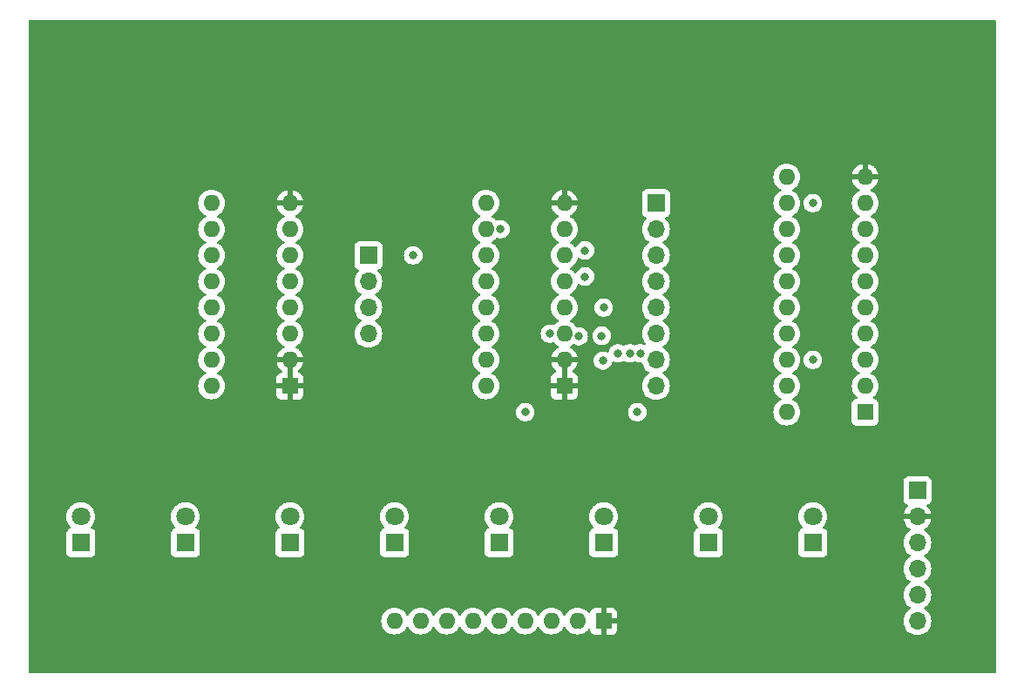
<source format=gbr>
%TF.GenerationSoftware,KiCad,Pcbnew,(7.0.0)*%
%TF.CreationDate,2023-03-05T21:28:25-05:00*%
%TF.ProjectId,8bc_ir,3862635f-6972-42e6-9b69-6361645f7063,rev?*%
%TF.SameCoordinates,Original*%
%TF.FileFunction,Copper,L2,Inr*%
%TF.FilePolarity,Positive*%
%FSLAX46Y46*%
G04 Gerber Fmt 4.6, Leading zero omitted, Abs format (unit mm)*
G04 Created by KiCad (PCBNEW (7.0.0)) date 2023-03-05 21:28:25*
%MOMM*%
%LPD*%
G01*
G04 APERTURE LIST*
%TA.AperFunction,ComponentPad*%
%ADD10R,1.600000X1.600000*%
%TD*%
%TA.AperFunction,ComponentPad*%
%ADD11O,1.600000X1.600000*%
%TD*%
%TA.AperFunction,ComponentPad*%
%ADD12R,1.700000X1.700000*%
%TD*%
%TA.AperFunction,ComponentPad*%
%ADD13O,1.700000X1.700000*%
%TD*%
%TA.AperFunction,ComponentPad*%
%ADD14R,1.800000X1.800000*%
%TD*%
%TA.AperFunction,ComponentPad*%
%ADD15C,1.800000*%
%TD*%
%TA.AperFunction,ViaPad*%
%ADD16C,0.800000*%
%TD*%
G04 APERTURE END LIST*
D10*
%TO.N,/GND*%
%TO.C,U3*%
X156199999Y-66039999D03*
D11*
X156199999Y-63499999D03*
%TO.N,Net-(D5-A)*%
X156199999Y-60959999D03*
%TO.N,Net-(D6-A)*%
X156199999Y-58419999D03*
%TO.N,Net-(D7-A)*%
X156199999Y-55879999D03*
%TO.N,Net-(D8-A)*%
X156199999Y-53339999D03*
%TO.N,/CLK*%
X156199999Y-50799999D03*
%TO.N,/GND*%
X156199999Y-48259999D03*
%TO.N,/~{II}*%
X148579999Y-48259999D03*
X148579999Y-50799999D03*
%TO.N,/BUS_0*%
X148579999Y-53339999D03*
%TO.N,/BUS_1*%
X148579999Y-55879999D03*
%TO.N,/BUS_2*%
X148579999Y-58419999D03*
%TO.N,/BUS_3*%
X148579999Y-60959999D03*
%TO.N,/CLR*%
X148579999Y-63499999D03*
%TO.N,/VCC*%
X148579999Y-66039999D03*
%TD*%
D10*
%TO.N,/GND*%
%TO.C,U2*%
X129539999Y-66039999D03*
D11*
X129539999Y-63499999D03*
%TO.N,/IR_7*%
X129539999Y-60959999D03*
%TO.N,/IR_6*%
X129539999Y-58419999D03*
%TO.N,/IR_5*%
X129539999Y-55879999D03*
%TO.N,/IR_4*%
X129539999Y-53339999D03*
%TO.N,/CLK*%
X129539999Y-50799999D03*
%TO.N,/GND*%
X129539999Y-48259999D03*
%TO.N,/~{II}*%
X121919999Y-48259999D03*
X121919999Y-50799999D03*
%TO.N,/BUS_4*%
X121919999Y-53339999D03*
%TO.N,/BUS_5*%
X121919999Y-55879999D03*
%TO.N,/BUS_6*%
X121919999Y-58419999D03*
%TO.N,/BUS_7*%
X121919999Y-60959999D03*
%TO.N,/CLR*%
X121919999Y-63499999D03*
%TO.N,/VCC*%
X121919999Y-66039999D03*
%TD*%
D10*
%TO.N,/VCC*%
%TO.C,U1*%
X185419999Y-68579999D03*
D11*
%TO.N,unconnected-(U1-A0-Pad2)*%
X185419999Y-66039999D03*
%TO.N,unconnected-(U1-A1-Pad3)*%
X185419999Y-63499999D03*
%TO.N,unconnected-(U1-A2-Pad4)*%
X185419999Y-60959999D03*
%TO.N,unconnected-(U1-A3-Pad5)*%
X185419999Y-58419999D03*
%TO.N,Net-(D5-A)*%
X185419999Y-55879999D03*
%TO.N,Net-(D6-A)*%
X185419999Y-53339999D03*
%TO.N,Net-(D7-A)*%
X185419999Y-50799999D03*
%TO.N,Net-(D8-A)*%
X185419999Y-48259999D03*
%TO.N,/GND*%
X185419999Y-45719999D03*
%TO.N,/BUS_0*%
X177799999Y-45719999D03*
%TO.N,/BUS_1*%
X177799999Y-48259999D03*
%TO.N,/BUS_2*%
X177799999Y-50799999D03*
%TO.N,/BUS_3*%
X177799999Y-53339999D03*
%TO.N,/BUS_4*%
X177799999Y-55879999D03*
%TO.N,/BUS_5*%
X177799999Y-58419999D03*
%TO.N,/BUS_6*%
X177799999Y-60959999D03*
%TO.N,/BUS_7*%
X177799999Y-63499999D03*
%TO.N,/~{IO}*%
X177799999Y-66039999D03*
%TO.N,/VCC*%
X177799999Y-68579999D03*
%TD*%
D10*
%TO.N,/GND*%
%TO.C,RN1*%
X160019999Y-88899999D03*
D11*
%TO.N,Net-(D8-K)*%
X157479999Y-88899999D03*
%TO.N,Net-(D7-K)*%
X154939999Y-88899999D03*
%TO.N,Net-(D6-K)*%
X152399999Y-88899999D03*
%TO.N,Net-(D5-K)*%
X149859999Y-88899999D03*
%TO.N,Net-(D4-K)*%
X147319999Y-88899999D03*
%TO.N,Net-(D3-K)*%
X144779999Y-88899999D03*
%TO.N,Net-(D2-K)*%
X142239999Y-88899999D03*
%TO.N,Net-(D1-K)*%
X139699999Y-88899999D03*
%TD*%
D12*
%TO.N,/IR_4*%
%TO.C,J3*%
X137159999Y-53339999D03*
D13*
%TO.N,/IR_5*%
X137159999Y-55879999D03*
%TO.N,/IR_6*%
X137159999Y-58419999D03*
%TO.N,/IR_7*%
X137159999Y-60959999D03*
%TD*%
%TO.N,/CLR*%
%TO.C,J2*%
X190499999Y-88899999D03*
%TO.N,/CLK*%
X190499999Y-86359999D03*
%TO.N,/~{IO}*%
X190499999Y-83819999D03*
%TO.N,/~{II}*%
X190499999Y-81279999D03*
%TO.N,/GND*%
X190499999Y-78739999D03*
D12*
%TO.N,/VCC*%
X190499999Y-76199999D03*
%TD*%
%TO.N,/BUS_0*%
%TO.C,J1*%
X165099999Y-48259999D03*
D13*
%TO.N,/BUS_1*%
X165099999Y-50799999D03*
%TO.N,/BUS_2*%
X165099999Y-53339999D03*
%TO.N,/BUS_3*%
X165099999Y-55879999D03*
%TO.N,/BUS_4*%
X165099999Y-58419999D03*
%TO.N,/BUS_5*%
X165099999Y-60959999D03*
%TO.N,/BUS_6*%
X165099999Y-63499999D03*
%TO.N,/BUS_7*%
X165099999Y-66039999D03*
%TD*%
D14*
%TO.N,Net-(D8-K)*%
%TO.C,D8*%
X180339999Y-81279999D03*
D15*
%TO.N,Net-(D8-A)*%
X180340000Y-78740000D03*
%TD*%
D14*
%TO.N,Net-(D7-K)*%
%TO.C,D7*%
X170179999Y-81279999D03*
D15*
%TO.N,Net-(D7-A)*%
X170180000Y-78740000D03*
%TD*%
D14*
%TO.N,Net-(D6-K)*%
%TO.C,D6*%
X160019999Y-81279999D03*
D15*
%TO.N,Net-(D6-A)*%
X160020000Y-78740000D03*
%TD*%
D14*
%TO.N,Net-(D5-K)*%
%TO.C,D5*%
X149859999Y-81279999D03*
D15*
%TO.N,Net-(D5-A)*%
X149860000Y-78740000D03*
%TD*%
D14*
%TO.N,Net-(D4-K)*%
%TO.C,D4*%
X139699999Y-81279999D03*
D15*
%TO.N,/IR_4*%
X139700000Y-78740000D03*
%TD*%
D14*
%TO.N,Net-(D3-K)*%
%TO.C,D3*%
X129539999Y-81279999D03*
D15*
%TO.N,/IR_5*%
X129540000Y-78740000D03*
%TD*%
D14*
%TO.N,Net-(D2-K)*%
%TO.C,D2*%
X119379999Y-81279999D03*
D15*
%TO.N,/IR_6*%
X119380000Y-78740000D03*
%TD*%
D14*
%TO.N,Net-(D1-K)*%
%TO.C,D1*%
X109219999Y-81279999D03*
D15*
%TO.N,/IR_7*%
X109220000Y-78740000D03*
%TD*%
D16*
%TO.N,/BUS_7*%
X180340000Y-63500000D03*
X180340000Y-48260000D03*
%TO.N,/BUS_5*%
X159827951Y-61152049D03*
X161403371Y-62859500D03*
X159946851Y-63573150D03*
%TO.N,/BUS_4*%
X154800497Y-60960000D03*
X141515500Y-53340000D03*
%TO.N,/BUS_3*%
X163284500Y-68580000D03*
X163559503Y-62859500D03*
%TO.N,/BUS_2*%
X157578011Y-61204310D03*
X160020000Y-58420000D03*
%TO.N,/BUS_1*%
X158204500Y-52850902D03*
%TO.N,/BUS_0*%
X149979503Y-50800000D03*
%TO.N,Net-(D7-A)*%
X162560000Y-62859500D03*
X158204500Y-55390902D03*
%TO.N,Net-(D5-A)*%
X152400000Y-68580000D03*
%TD*%
%TA.AperFunction,Conductor*%
%TO.N,/GND*%
G36*
X198057500Y-30497113D02*
G01*
X198102887Y-30542500D01*
X198119500Y-30604500D01*
X198119500Y-93855500D01*
X198102887Y-93917500D01*
X198057500Y-93962887D01*
X197995500Y-93979500D01*
X104264500Y-93979500D01*
X104202500Y-93962887D01*
X104157113Y-93917500D01*
X104140500Y-93855500D01*
X104140500Y-88900000D01*
X138394532Y-88900000D01*
X138414365Y-89126692D01*
X138415762Y-89131907D01*
X138415764Y-89131916D01*
X138471858Y-89341263D01*
X138471861Y-89341271D01*
X138473261Y-89346496D01*
X138569432Y-89552734D01*
X138699953Y-89739139D01*
X138860861Y-89900047D01*
X139047266Y-90030568D01*
X139253504Y-90126739D01*
X139473308Y-90185635D01*
X139700000Y-90205468D01*
X139926692Y-90185635D01*
X140146496Y-90126739D01*
X140352734Y-90030568D01*
X140539139Y-89900047D01*
X140700047Y-89739139D01*
X140830568Y-89552734D01*
X140857618Y-89494724D01*
X140903375Y-89442549D01*
X140970000Y-89423130D01*
X141036625Y-89442549D01*
X141082381Y-89494724D01*
X141109432Y-89552734D01*
X141239953Y-89739139D01*
X141400861Y-89900047D01*
X141587266Y-90030568D01*
X141793504Y-90126739D01*
X142013308Y-90185635D01*
X142240000Y-90205468D01*
X142466692Y-90185635D01*
X142686496Y-90126739D01*
X142892734Y-90030568D01*
X143079139Y-89900047D01*
X143240047Y-89739139D01*
X143370568Y-89552734D01*
X143397618Y-89494724D01*
X143443375Y-89442549D01*
X143510000Y-89423130D01*
X143576625Y-89442549D01*
X143622381Y-89494724D01*
X143649432Y-89552734D01*
X143779953Y-89739139D01*
X143940861Y-89900047D01*
X144127266Y-90030568D01*
X144333504Y-90126739D01*
X144553308Y-90185635D01*
X144780000Y-90205468D01*
X145006692Y-90185635D01*
X145226496Y-90126739D01*
X145432734Y-90030568D01*
X145619139Y-89900047D01*
X145780047Y-89739139D01*
X145910568Y-89552734D01*
X145937618Y-89494724D01*
X145983375Y-89442549D01*
X146050000Y-89423130D01*
X146116625Y-89442549D01*
X146162381Y-89494724D01*
X146189432Y-89552734D01*
X146319953Y-89739139D01*
X146480861Y-89900047D01*
X146667266Y-90030568D01*
X146873504Y-90126739D01*
X147093308Y-90185635D01*
X147320000Y-90205468D01*
X147546692Y-90185635D01*
X147766496Y-90126739D01*
X147972734Y-90030568D01*
X148159139Y-89900047D01*
X148320047Y-89739139D01*
X148450568Y-89552734D01*
X148477618Y-89494724D01*
X148523375Y-89442549D01*
X148590000Y-89423130D01*
X148656625Y-89442549D01*
X148702381Y-89494724D01*
X148729432Y-89552734D01*
X148859953Y-89739139D01*
X149020861Y-89900047D01*
X149207266Y-90030568D01*
X149413504Y-90126739D01*
X149633308Y-90185635D01*
X149860000Y-90205468D01*
X150086692Y-90185635D01*
X150306496Y-90126739D01*
X150512734Y-90030568D01*
X150699139Y-89900047D01*
X150860047Y-89739139D01*
X150990568Y-89552734D01*
X151017618Y-89494724D01*
X151063375Y-89442549D01*
X151130000Y-89423130D01*
X151196625Y-89442549D01*
X151242381Y-89494724D01*
X151269432Y-89552734D01*
X151399953Y-89739139D01*
X151560861Y-89900047D01*
X151747266Y-90030568D01*
X151953504Y-90126739D01*
X152173308Y-90185635D01*
X152400000Y-90205468D01*
X152626692Y-90185635D01*
X152846496Y-90126739D01*
X153052734Y-90030568D01*
X153239139Y-89900047D01*
X153400047Y-89739139D01*
X153530568Y-89552734D01*
X153557618Y-89494724D01*
X153603375Y-89442549D01*
X153670000Y-89423130D01*
X153736625Y-89442549D01*
X153782381Y-89494724D01*
X153809432Y-89552734D01*
X153939953Y-89739139D01*
X154100861Y-89900047D01*
X154287266Y-90030568D01*
X154493504Y-90126739D01*
X154713308Y-90185635D01*
X154940000Y-90205468D01*
X155166692Y-90185635D01*
X155386496Y-90126739D01*
X155592734Y-90030568D01*
X155779139Y-89900047D01*
X155940047Y-89739139D01*
X156070568Y-89552734D01*
X156097618Y-89494724D01*
X156143375Y-89442549D01*
X156210000Y-89423130D01*
X156276625Y-89442549D01*
X156322381Y-89494724D01*
X156349432Y-89552734D01*
X156479953Y-89739139D01*
X156640861Y-89900047D01*
X156827266Y-90030568D01*
X157033504Y-90126739D01*
X157253308Y-90185635D01*
X157480000Y-90205468D01*
X157706692Y-90185635D01*
X157926496Y-90126739D01*
X158132734Y-90030568D01*
X158319139Y-89900047D01*
X158480047Y-89739139D01*
X158497710Y-89713912D01*
X158542551Y-89674776D01*
X158600464Y-89661042D01*
X158658106Y-89675875D01*
X158702195Y-89715859D01*
X158722574Y-89771781D01*
X158725571Y-89799659D01*
X158729111Y-89814641D01*
X158773547Y-89933777D01*
X158781962Y-89949189D01*
X158857498Y-90050092D01*
X158869907Y-90062501D01*
X158970810Y-90138037D01*
X158986222Y-90146452D01*
X159105358Y-90190888D01*
X159120332Y-90194426D01*
X159168885Y-90199646D01*
X159175482Y-90200000D01*
X159753674Y-90200000D01*
X159766549Y-90196549D01*
X159770000Y-90183674D01*
X160270000Y-90183674D01*
X160273450Y-90196549D01*
X160286326Y-90200000D01*
X160864518Y-90200000D01*
X160871114Y-90199646D01*
X160919667Y-90194426D01*
X160934641Y-90190888D01*
X161053777Y-90146452D01*
X161069189Y-90138037D01*
X161170092Y-90062501D01*
X161182501Y-90050092D01*
X161258037Y-89949189D01*
X161266452Y-89933777D01*
X161310888Y-89814641D01*
X161314426Y-89799667D01*
X161319646Y-89751114D01*
X161320000Y-89744518D01*
X161320000Y-89166326D01*
X161316549Y-89153450D01*
X161303674Y-89150000D01*
X160286326Y-89150000D01*
X160273450Y-89153450D01*
X160270000Y-89166326D01*
X160270000Y-90183674D01*
X159770000Y-90183674D01*
X159770000Y-88900000D01*
X189144341Y-88900000D01*
X189144813Y-88905395D01*
X189163702Y-89121301D01*
X189164937Y-89135408D01*
X189166336Y-89140630D01*
X189166337Y-89140634D01*
X189224694Y-89358430D01*
X189224697Y-89358438D01*
X189226097Y-89363663D01*
X189228385Y-89368570D01*
X189228386Y-89368572D01*
X189323678Y-89572927D01*
X189323681Y-89572933D01*
X189325965Y-89577830D01*
X189329064Y-89582257D01*
X189329066Y-89582259D01*
X189458399Y-89766966D01*
X189458402Y-89766970D01*
X189461505Y-89771401D01*
X189628599Y-89938495D01*
X189633031Y-89941598D01*
X189633033Y-89941600D01*
X189755653Y-90027459D01*
X189822170Y-90074035D01*
X190036337Y-90173903D01*
X190264592Y-90235063D01*
X190500000Y-90255659D01*
X190735408Y-90235063D01*
X190963663Y-90173903D01*
X191177830Y-90074035D01*
X191371401Y-89938495D01*
X191538495Y-89771401D01*
X191674035Y-89577830D01*
X191773903Y-89363663D01*
X191835063Y-89135408D01*
X191855659Y-88900000D01*
X191835063Y-88664592D01*
X191773903Y-88436337D01*
X191674035Y-88222171D01*
X191538495Y-88028599D01*
X191371401Y-87861505D01*
X191366970Y-87858402D01*
X191366966Y-87858399D01*
X191185841Y-87731574D01*
X191146976Y-87687256D01*
X191132965Y-87629999D01*
X191146976Y-87572742D01*
X191185839Y-87528426D01*
X191371401Y-87398495D01*
X191538495Y-87231401D01*
X191674035Y-87037830D01*
X191773903Y-86823663D01*
X191835063Y-86595408D01*
X191855659Y-86360000D01*
X191835063Y-86124592D01*
X191773903Y-85896337D01*
X191674035Y-85682171D01*
X191538495Y-85488599D01*
X191371401Y-85321505D01*
X191366968Y-85318401D01*
X191366961Y-85318395D01*
X191185842Y-85191575D01*
X191146976Y-85147257D01*
X191132965Y-85090000D01*
X191146976Y-85032743D01*
X191185842Y-84988425D01*
X191366961Y-84861604D01*
X191366961Y-84861603D01*
X191371401Y-84858495D01*
X191538495Y-84691401D01*
X191674035Y-84497830D01*
X191773903Y-84283663D01*
X191835063Y-84055408D01*
X191855659Y-83820000D01*
X191835063Y-83584592D01*
X191773903Y-83356337D01*
X191674035Y-83142171D01*
X191538495Y-82948599D01*
X191371401Y-82781505D01*
X191366968Y-82778401D01*
X191366961Y-82778395D01*
X191185842Y-82651575D01*
X191146976Y-82607257D01*
X191132965Y-82550000D01*
X191146976Y-82492743D01*
X191185842Y-82448425D01*
X191366961Y-82321604D01*
X191366961Y-82321603D01*
X191371401Y-82318495D01*
X191538495Y-82151401D01*
X191674035Y-81957830D01*
X191773903Y-81743663D01*
X191835063Y-81515408D01*
X191855659Y-81280000D01*
X191835063Y-81044592D01*
X191773903Y-80816337D01*
X191674035Y-80602171D01*
X191538495Y-80408599D01*
X191371401Y-80241505D01*
X191366970Y-80238402D01*
X191366966Y-80238399D01*
X191185405Y-80111269D01*
X191146540Y-80066951D01*
X191132529Y-80009694D01*
X191146540Y-79952437D01*
X191185406Y-79908119D01*
X191366638Y-79781219D01*
X191374909Y-79774278D01*
X191534278Y-79614909D01*
X191541215Y-79606643D01*
X191670498Y-79422008D01*
X191675886Y-79412676D01*
X191771143Y-79208397D01*
X191774831Y-79198263D01*
X191826943Y-79003780D01*
X191827311Y-78992551D01*
X191816369Y-78990000D01*
X189183631Y-78990000D01*
X189172688Y-78992551D01*
X189173056Y-79003780D01*
X189225168Y-79198263D01*
X189228856Y-79208397D01*
X189324113Y-79412676D01*
X189329501Y-79422008D01*
X189458784Y-79606643D01*
X189465721Y-79614909D01*
X189625090Y-79774278D01*
X189633356Y-79781215D01*
X189814595Y-79908120D01*
X189853460Y-79952438D01*
X189867471Y-80009695D01*
X189853460Y-80066952D01*
X189814594Y-80111270D01*
X189633034Y-80238399D01*
X189633029Y-80238402D01*
X189628599Y-80241505D01*
X189624775Y-80245328D01*
X189624769Y-80245334D01*
X189465334Y-80404769D01*
X189465328Y-80404775D01*
X189461505Y-80408599D01*
X189458402Y-80413029D01*
X189458399Y-80413034D01*
X189329073Y-80597731D01*
X189329068Y-80597738D01*
X189325965Y-80602171D01*
X189323677Y-80607077D01*
X189323675Y-80607081D01*
X189228386Y-80811427D01*
X189228383Y-80811432D01*
X189226097Y-80816337D01*
X189224698Y-80821557D01*
X189224694Y-80821569D01*
X189166337Y-81039365D01*
X189166335Y-81039371D01*
X189164937Y-81044592D01*
X189144341Y-81280000D01*
X189164937Y-81515408D01*
X189166336Y-81520630D01*
X189166337Y-81520634D01*
X189224694Y-81738430D01*
X189224697Y-81738438D01*
X189226097Y-81743663D01*
X189228385Y-81748570D01*
X189228386Y-81748572D01*
X189323678Y-81952927D01*
X189323681Y-81952933D01*
X189325965Y-81957830D01*
X189329064Y-81962257D01*
X189329066Y-81962259D01*
X189458399Y-82146966D01*
X189458402Y-82146970D01*
X189461505Y-82151401D01*
X189628599Y-82318495D01*
X189633032Y-82321599D01*
X189633038Y-82321604D01*
X189814158Y-82448425D01*
X189853024Y-82492743D01*
X189867035Y-82550000D01*
X189853024Y-82607257D01*
X189814159Y-82651575D01*
X189633041Y-82778395D01*
X189628599Y-82781505D01*
X189624775Y-82785328D01*
X189624769Y-82785334D01*
X189465334Y-82944769D01*
X189465328Y-82944775D01*
X189461505Y-82948599D01*
X189458402Y-82953029D01*
X189458399Y-82953034D01*
X189329073Y-83137731D01*
X189329068Y-83137738D01*
X189325965Y-83142171D01*
X189323677Y-83147077D01*
X189323675Y-83147081D01*
X189228386Y-83351427D01*
X189228383Y-83351432D01*
X189226097Y-83356337D01*
X189224698Y-83361557D01*
X189224694Y-83361569D01*
X189166337Y-83579365D01*
X189166335Y-83579371D01*
X189164937Y-83584592D01*
X189144341Y-83820000D01*
X189164937Y-84055408D01*
X189166336Y-84060630D01*
X189166337Y-84060634D01*
X189224694Y-84278430D01*
X189224697Y-84278438D01*
X189226097Y-84283663D01*
X189228385Y-84288570D01*
X189228386Y-84288572D01*
X189323678Y-84492927D01*
X189323681Y-84492933D01*
X189325965Y-84497830D01*
X189329064Y-84502257D01*
X189329066Y-84502259D01*
X189458399Y-84686966D01*
X189458402Y-84686970D01*
X189461505Y-84691401D01*
X189628599Y-84858495D01*
X189633032Y-84861599D01*
X189633038Y-84861604D01*
X189814158Y-84988425D01*
X189853024Y-85032743D01*
X189867035Y-85090000D01*
X189853024Y-85147257D01*
X189814159Y-85191575D01*
X189633041Y-85318395D01*
X189628599Y-85321505D01*
X189624775Y-85325328D01*
X189624769Y-85325334D01*
X189465334Y-85484769D01*
X189465328Y-85484775D01*
X189461505Y-85488599D01*
X189458402Y-85493029D01*
X189458399Y-85493034D01*
X189329073Y-85677731D01*
X189329068Y-85677738D01*
X189325965Y-85682171D01*
X189323677Y-85687077D01*
X189323675Y-85687081D01*
X189228386Y-85891427D01*
X189228383Y-85891432D01*
X189226097Y-85896337D01*
X189224698Y-85901557D01*
X189224694Y-85901569D01*
X189166337Y-86119365D01*
X189166335Y-86119371D01*
X189164937Y-86124592D01*
X189144341Y-86360000D01*
X189164937Y-86595408D01*
X189166336Y-86600630D01*
X189166337Y-86600634D01*
X189224694Y-86818430D01*
X189224697Y-86818438D01*
X189226097Y-86823663D01*
X189228385Y-86828570D01*
X189228386Y-86828572D01*
X189323678Y-87032927D01*
X189323681Y-87032933D01*
X189325965Y-87037830D01*
X189329064Y-87042257D01*
X189329066Y-87042259D01*
X189458399Y-87226966D01*
X189458402Y-87226970D01*
X189461505Y-87231401D01*
X189628599Y-87398495D01*
X189633032Y-87401599D01*
X189633038Y-87401604D01*
X189814158Y-87528425D01*
X189853024Y-87572743D01*
X189867035Y-87630000D01*
X189853024Y-87687257D01*
X189814160Y-87731574D01*
X189628599Y-87861505D01*
X189624775Y-87865328D01*
X189624769Y-87865334D01*
X189465334Y-88024769D01*
X189465328Y-88024775D01*
X189461505Y-88028599D01*
X189458402Y-88033029D01*
X189458399Y-88033034D01*
X189329073Y-88217731D01*
X189329068Y-88217738D01*
X189325965Y-88222171D01*
X189323677Y-88227077D01*
X189323675Y-88227081D01*
X189228386Y-88431427D01*
X189228383Y-88431432D01*
X189226097Y-88436337D01*
X189224698Y-88441557D01*
X189224694Y-88441569D01*
X189166337Y-88659365D01*
X189166335Y-88659371D01*
X189164937Y-88664592D01*
X189164465Y-88669977D01*
X189164465Y-88669982D01*
X189144813Y-88894605D01*
X189144341Y-88900000D01*
X159770000Y-88900000D01*
X159770000Y-88633674D01*
X160270000Y-88633674D01*
X160273450Y-88646549D01*
X160286326Y-88650000D01*
X161303674Y-88650000D01*
X161316549Y-88646549D01*
X161320000Y-88633674D01*
X161320000Y-88055482D01*
X161319646Y-88048885D01*
X161314426Y-88000332D01*
X161310888Y-87985358D01*
X161266452Y-87866222D01*
X161258037Y-87850810D01*
X161182501Y-87749907D01*
X161170092Y-87737498D01*
X161069189Y-87661962D01*
X161053777Y-87653547D01*
X160934641Y-87609111D01*
X160919667Y-87605573D01*
X160871114Y-87600353D01*
X160864518Y-87600000D01*
X160286326Y-87600000D01*
X160273450Y-87603450D01*
X160270000Y-87616326D01*
X160270000Y-88633674D01*
X159770000Y-88633674D01*
X159770000Y-87616326D01*
X159766549Y-87603450D01*
X159753674Y-87600000D01*
X159175482Y-87600000D01*
X159168885Y-87600353D01*
X159120332Y-87605573D01*
X159105358Y-87609111D01*
X158986222Y-87653547D01*
X158970810Y-87661962D01*
X158869907Y-87737498D01*
X158857498Y-87749907D01*
X158781962Y-87850810D01*
X158773547Y-87866222D01*
X158729111Y-87985358D01*
X158725571Y-88000340D01*
X158722574Y-88028219D01*
X158702195Y-88084140D01*
X158658106Y-88124124D01*
X158600466Y-88138957D01*
X158542553Y-88125224D01*
X158497711Y-88086087D01*
X158483154Y-88065298D01*
X158483152Y-88065296D01*
X158480047Y-88060861D01*
X158319139Y-87899953D01*
X158132734Y-87769432D01*
X158039519Y-87725965D01*
X157931405Y-87675550D01*
X157931403Y-87675549D01*
X157926496Y-87673261D01*
X157921271Y-87671861D01*
X157921263Y-87671858D01*
X157711916Y-87615764D01*
X157711907Y-87615762D01*
X157706692Y-87614365D01*
X157701304Y-87613893D01*
X157701301Y-87613893D01*
X157485395Y-87595004D01*
X157480000Y-87594532D01*
X157474605Y-87595004D01*
X157258698Y-87613893D01*
X157258693Y-87613893D01*
X157253308Y-87614365D01*
X157248094Y-87615762D01*
X157248083Y-87615764D01*
X157038736Y-87671858D01*
X157038724Y-87671862D01*
X157033504Y-87673261D01*
X157028599Y-87675547D01*
X157028594Y-87675550D01*
X156832176Y-87767142D01*
X156832172Y-87767144D01*
X156827266Y-87769432D01*
X156822833Y-87772535D01*
X156822826Y-87772540D01*
X156645296Y-87896847D01*
X156645291Y-87896850D01*
X156640861Y-87899953D01*
X156637037Y-87903776D01*
X156637031Y-87903782D01*
X156483782Y-88057031D01*
X156483776Y-88057037D01*
X156479953Y-88060861D01*
X156476850Y-88065291D01*
X156476847Y-88065296D01*
X156352540Y-88242826D01*
X156352535Y-88242833D01*
X156349432Y-88247266D01*
X156347148Y-88252163D01*
X156347141Y-88252176D01*
X156322382Y-88305274D01*
X156276625Y-88357450D01*
X156210000Y-88376869D01*
X156143375Y-88357450D01*
X156097618Y-88305274D01*
X156072858Y-88252176D01*
X156072855Y-88252172D01*
X156070568Y-88247266D01*
X155940047Y-88060861D01*
X155779139Y-87899953D01*
X155592734Y-87769432D01*
X155499519Y-87725965D01*
X155391405Y-87675550D01*
X155391403Y-87675549D01*
X155386496Y-87673261D01*
X155381271Y-87671861D01*
X155381263Y-87671858D01*
X155171916Y-87615764D01*
X155171907Y-87615762D01*
X155166692Y-87614365D01*
X155161304Y-87613893D01*
X155161301Y-87613893D01*
X154945395Y-87595004D01*
X154940000Y-87594532D01*
X154934605Y-87595004D01*
X154718698Y-87613893D01*
X154718693Y-87613893D01*
X154713308Y-87614365D01*
X154708094Y-87615762D01*
X154708083Y-87615764D01*
X154498736Y-87671858D01*
X154498724Y-87671862D01*
X154493504Y-87673261D01*
X154488599Y-87675547D01*
X154488594Y-87675550D01*
X154292176Y-87767142D01*
X154292172Y-87767144D01*
X154287266Y-87769432D01*
X154282833Y-87772535D01*
X154282826Y-87772540D01*
X154105296Y-87896847D01*
X154105291Y-87896850D01*
X154100861Y-87899953D01*
X154097037Y-87903776D01*
X154097031Y-87903782D01*
X153943782Y-88057031D01*
X153943776Y-88057037D01*
X153939953Y-88060861D01*
X153936850Y-88065291D01*
X153936847Y-88065296D01*
X153812540Y-88242826D01*
X153812535Y-88242833D01*
X153809432Y-88247266D01*
X153807148Y-88252163D01*
X153807141Y-88252176D01*
X153782382Y-88305274D01*
X153736625Y-88357450D01*
X153670000Y-88376869D01*
X153603375Y-88357450D01*
X153557618Y-88305274D01*
X153532858Y-88252176D01*
X153532855Y-88252172D01*
X153530568Y-88247266D01*
X153400047Y-88060861D01*
X153239139Y-87899953D01*
X153052734Y-87769432D01*
X152959519Y-87725965D01*
X152851405Y-87675550D01*
X152851403Y-87675549D01*
X152846496Y-87673261D01*
X152841271Y-87671861D01*
X152841263Y-87671858D01*
X152631916Y-87615764D01*
X152631907Y-87615762D01*
X152626692Y-87614365D01*
X152621304Y-87613893D01*
X152621301Y-87613893D01*
X152405395Y-87595004D01*
X152400000Y-87594532D01*
X152394605Y-87595004D01*
X152178698Y-87613893D01*
X152178693Y-87613893D01*
X152173308Y-87614365D01*
X152168094Y-87615762D01*
X152168083Y-87615764D01*
X151958736Y-87671858D01*
X151958724Y-87671862D01*
X151953504Y-87673261D01*
X151948599Y-87675547D01*
X151948594Y-87675550D01*
X151752176Y-87767142D01*
X151752172Y-87767144D01*
X151747266Y-87769432D01*
X151742833Y-87772535D01*
X151742826Y-87772540D01*
X151565296Y-87896847D01*
X151565291Y-87896850D01*
X151560861Y-87899953D01*
X151557037Y-87903776D01*
X151557031Y-87903782D01*
X151403782Y-88057031D01*
X151403776Y-88057037D01*
X151399953Y-88060861D01*
X151396850Y-88065291D01*
X151396847Y-88065296D01*
X151272540Y-88242826D01*
X151272535Y-88242833D01*
X151269432Y-88247266D01*
X151267148Y-88252163D01*
X151267141Y-88252176D01*
X151242382Y-88305274D01*
X151196625Y-88357450D01*
X151130000Y-88376869D01*
X151063375Y-88357450D01*
X151017618Y-88305274D01*
X150992858Y-88252176D01*
X150992855Y-88252172D01*
X150990568Y-88247266D01*
X150860047Y-88060861D01*
X150699139Y-87899953D01*
X150512734Y-87769432D01*
X150419519Y-87725965D01*
X150311405Y-87675550D01*
X150311403Y-87675549D01*
X150306496Y-87673261D01*
X150301271Y-87671861D01*
X150301263Y-87671858D01*
X150091916Y-87615764D01*
X150091907Y-87615762D01*
X150086692Y-87614365D01*
X150081304Y-87613893D01*
X150081301Y-87613893D01*
X149865395Y-87595004D01*
X149860000Y-87594532D01*
X149854605Y-87595004D01*
X149638698Y-87613893D01*
X149638693Y-87613893D01*
X149633308Y-87614365D01*
X149628094Y-87615762D01*
X149628083Y-87615764D01*
X149418736Y-87671858D01*
X149418724Y-87671862D01*
X149413504Y-87673261D01*
X149408599Y-87675547D01*
X149408594Y-87675550D01*
X149212176Y-87767142D01*
X149212172Y-87767144D01*
X149207266Y-87769432D01*
X149202833Y-87772535D01*
X149202826Y-87772540D01*
X149025296Y-87896847D01*
X149025291Y-87896850D01*
X149020861Y-87899953D01*
X149017037Y-87903776D01*
X149017031Y-87903782D01*
X148863782Y-88057031D01*
X148863776Y-88057037D01*
X148859953Y-88060861D01*
X148856850Y-88065291D01*
X148856847Y-88065296D01*
X148732540Y-88242826D01*
X148732535Y-88242833D01*
X148729432Y-88247266D01*
X148727148Y-88252163D01*
X148727141Y-88252176D01*
X148702382Y-88305274D01*
X148656625Y-88357450D01*
X148590000Y-88376869D01*
X148523375Y-88357450D01*
X148477618Y-88305274D01*
X148452858Y-88252176D01*
X148452855Y-88252172D01*
X148450568Y-88247266D01*
X148320047Y-88060861D01*
X148159139Y-87899953D01*
X147972734Y-87769432D01*
X147879519Y-87725965D01*
X147771405Y-87675550D01*
X147771403Y-87675549D01*
X147766496Y-87673261D01*
X147761271Y-87671861D01*
X147761263Y-87671858D01*
X147551916Y-87615764D01*
X147551907Y-87615762D01*
X147546692Y-87614365D01*
X147541304Y-87613893D01*
X147541301Y-87613893D01*
X147325395Y-87595004D01*
X147320000Y-87594532D01*
X147314605Y-87595004D01*
X147098698Y-87613893D01*
X147098693Y-87613893D01*
X147093308Y-87614365D01*
X147088094Y-87615762D01*
X147088083Y-87615764D01*
X146878736Y-87671858D01*
X146878724Y-87671862D01*
X146873504Y-87673261D01*
X146868599Y-87675547D01*
X146868594Y-87675550D01*
X146672176Y-87767142D01*
X146672172Y-87767144D01*
X146667266Y-87769432D01*
X146662833Y-87772535D01*
X146662826Y-87772540D01*
X146485296Y-87896847D01*
X146485291Y-87896850D01*
X146480861Y-87899953D01*
X146477037Y-87903776D01*
X146477031Y-87903782D01*
X146323782Y-88057031D01*
X146323776Y-88057037D01*
X146319953Y-88060861D01*
X146316850Y-88065291D01*
X146316847Y-88065296D01*
X146192540Y-88242826D01*
X146192535Y-88242833D01*
X146189432Y-88247266D01*
X146187148Y-88252163D01*
X146187141Y-88252176D01*
X146162382Y-88305274D01*
X146116625Y-88357450D01*
X146050000Y-88376869D01*
X145983375Y-88357450D01*
X145937618Y-88305274D01*
X145912858Y-88252176D01*
X145912855Y-88252172D01*
X145910568Y-88247266D01*
X145780047Y-88060861D01*
X145619139Y-87899953D01*
X145432734Y-87769432D01*
X145339519Y-87725965D01*
X145231405Y-87675550D01*
X145231403Y-87675549D01*
X145226496Y-87673261D01*
X145221271Y-87671861D01*
X145221263Y-87671858D01*
X145011916Y-87615764D01*
X145011907Y-87615762D01*
X145006692Y-87614365D01*
X145001304Y-87613893D01*
X145001301Y-87613893D01*
X144785395Y-87595004D01*
X144780000Y-87594532D01*
X144774605Y-87595004D01*
X144558698Y-87613893D01*
X144558693Y-87613893D01*
X144553308Y-87614365D01*
X144548094Y-87615762D01*
X144548083Y-87615764D01*
X144338736Y-87671858D01*
X144338724Y-87671862D01*
X144333504Y-87673261D01*
X144328599Y-87675547D01*
X144328594Y-87675550D01*
X144132176Y-87767142D01*
X144132172Y-87767144D01*
X144127266Y-87769432D01*
X144122833Y-87772535D01*
X144122826Y-87772540D01*
X143945296Y-87896847D01*
X143945291Y-87896850D01*
X143940861Y-87899953D01*
X143937037Y-87903776D01*
X143937031Y-87903782D01*
X143783782Y-88057031D01*
X143783776Y-88057037D01*
X143779953Y-88060861D01*
X143776850Y-88065291D01*
X143776847Y-88065296D01*
X143652540Y-88242826D01*
X143652535Y-88242833D01*
X143649432Y-88247266D01*
X143647148Y-88252163D01*
X143647141Y-88252176D01*
X143622382Y-88305274D01*
X143576625Y-88357450D01*
X143510000Y-88376869D01*
X143443375Y-88357450D01*
X143397618Y-88305274D01*
X143372858Y-88252176D01*
X143372855Y-88252172D01*
X143370568Y-88247266D01*
X143240047Y-88060861D01*
X143079139Y-87899953D01*
X142892734Y-87769432D01*
X142799519Y-87725965D01*
X142691405Y-87675550D01*
X142691403Y-87675549D01*
X142686496Y-87673261D01*
X142681271Y-87671861D01*
X142681263Y-87671858D01*
X142471916Y-87615764D01*
X142471907Y-87615762D01*
X142466692Y-87614365D01*
X142461304Y-87613893D01*
X142461301Y-87613893D01*
X142245395Y-87595004D01*
X142240000Y-87594532D01*
X142234605Y-87595004D01*
X142018698Y-87613893D01*
X142018693Y-87613893D01*
X142013308Y-87614365D01*
X142008094Y-87615762D01*
X142008083Y-87615764D01*
X141798736Y-87671858D01*
X141798724Y-87671862D01*
X141793504Y-87673261D01*
X141788599Y-87675547D01*
X141788594Y-87675550D01*
X141592176Y-87767142D01*
X141592172Y-87767144D01*
X141587266Y-87769432D01*
X141582833Y-87772535D01*
X141582826Y-87772540D01*
X141405296Y-87896847D01*
X141405291Y-87896850D01*
X141400861Y-87899953D01*
X141397037Y-87903776D01*
X141397031Y-87903782D01*
X141243782Y-88057031D01*
X141243776Y-88057037D01*
X141239953Y-88060861D01*
X141236850Y-88065291D01*
X141236847Y-88065296D01*
X141112540Y-88242826D01*
X141112535Y-88242833D01*
X141109432Y-88247266D01*
X141107148Y-88252163D01*
X141107141Y-88252176D01*
X141082382Y-88305274D01*
X141036625Y-88357450D01*
X140970000Y-88376869D01*
X140903375Y-88357450D01*
X140857618Y-88305274D01*
X140832858Y-88252176D01*
X140832855Y-88252172D01*
X140830568Y-88247266D01*
X140700047Y-88060861D01*
X140539139Y-87899953D01*
X140352734Y-87769432D01*
X140259519Y-87725965D01*
X140151405Y-87675550D01*
X140151403Y-87675549D01*
X140146496Y-87673261D01*
X140141271Y-87671861D01*
X140141263Y-87671858D01*
X139931916Y-87615764D01*
X139931907Y-87615762D01*
X139926692Y-87614365D01*
X139921304Y-87613893D01*
X139921301Y-87613893D01*
X139705395Y-87595004D01*
X139700000Y-87594532D01*
X139694605Y-87595004D01*
X139478698Y-87613893D01*
X139478693Y-87613893D01*
X139473308Y-87614365D01*
X139468094Y-87615762D01*
X139468083Y-87615764D01*
X139258736Y-87671858D01*
X139258724Y-87671862D01*
X139253504Y-87673261D01*
X139248599Y-87675547D01*
X139248594Y-87675550D01*
X139052176Y-87767142D01*
X139052172Y-87767144D01*
X139047266Y-87769432D01*
X139042833Y-87772535D01*
X139042826Y-87772540D01*
X138865296Y-87896847D01*
X138865291Y-87896850D01*
X138860861Y-87899953D01*
X138857037Y-87903776D01*
X138857031Y-87903782D01*
X138703782Y-88057031D01*
X138703776Y-88057037D01*
X138699953Y-88060861D01*
X138696850Y-88065291D01*
X138696847Y-88065296D01*
X138572540Y-88242826D01*
X138572535Y-88242833D01*
X138569432Y-88247266D01*
X138567144Y-88252172D01*
X138567142Y-88252176D01*
X138475550Y-88448594D01*
X138475547Y-88448599D01*
X138473261Y-88453504D01*
X138471862Y-88458724D01*
X138471858Y-88458736D01*
X138415764Y-88668083D01*
X138415762Y-88668094D01*
X138414365Y-88673308D01*
X138394532Y-88900000D01*
X104140500Y-88900000D01*
X104140500Y-78740000D01*
X107814700Y-78740000D01*
X107815124Y-78745117D01*
X107833441Y-78966186D01*
X107833442Y-78966195D01*
X107833866Y-78971305D01*
X107835123Y-78976272D01*
X107835125Y-78976279D01*
X107889584Y-79191329D01*
X107890843Y-79196300D01*
X107892903Y-79200996D01*
X107982016Y-79404154D01*
X107982019Y-79404159D01*
X107984076Y-79408849D01*
X108047548Y-79506000D01*
X108108219Y-79598865D01*
X108108222Y-79598869D01*
X108111021Y-79603153D01*
X108114491Y-79606922D01*
X108205801Y-79706112D01*
X108234574Y-79758865D01*
X108235167Y-79818951D01*
X108207440Y-79872261D01*
X108157906Y-79906276D01*
X108085982Y-79933102D01*
X108085973Y-79933106D01*
X108077669Y-79936204D01*
X108070572Y-79941516D01*
X108070568Y-79941519D01*
X107969550Y-80017141D01*
X107969546Y-80017144D01*
X107962454Y-80022454D01*
X107957144Y-80029546D01*
X107957141Y-80029550D01*
X107881519Y-80130568D01*
X107881516Y-80130572D01*
X107876204Y-80137669D01*
X107873104Y-80145978D01*
X107873104Y-80145980D01*
X107828620Y-80265247D01*
X107828619Y-80265250D01*
X107825909Y-80272517D01*
X107825079Y-80280227D01*
X107825079Y-80280232D01*
X107819855Y-80328819D01*
X107819854Y-80328831D01*
X107819500Y-80332127D01*
X107819500Y-80335448D01*
X107819500Y-80335449D01*
X107819500Y-82224560D01*
X107819500Y-82224578D01*
X107819501Y-82227872D01*
X107819853Y-82231150D01*
X107819854Y-82231161D01*
X107825079Y-82279768D01*
X107825080Y-82279773D01*
X107825909Y-82287483D01*
X107828619Y-82294749D01*
X107828620Y-82294753D01*
X107838635Y-82321604D01*
X107876204Y-82422331D01*
X107962454Y-82537546D01*
X108077669Y-82623796D01*
X108212517Y-82674091D01*
X108272127Y-82680500D01*
X110167872Y-82680499D01*
X110227483Y-82674091D01*
X110362331Y-82623796D01*
X110477546Y-82537546D01*
X110563796Y-82422331D01*
X110614091Y-82287483D01*
X110620500Y-82227873D01*
X110620499Y-80332128D01*
X110614091Y-80272517D01*
X110563796Y-80137669D01*
X110477546Y-80022454D01*
X110384015Y-79952437D01*
X110369431Y-79941519D01*
X110369430Y-79941518D01*
X110362331Y-79936204D01*
X110323083Y-79921565D01*
X110282094Y-79906277D01*
X110232559Y-79872261D01*
X110204832Y-79818951D01*
X110205425Y-79758865D01*
X110234196Y-79706114D01*
X110328979Y-79603153D01*
X110455924Y-79408849D01*
X110549157Y-79196300D01*
X110606134Y-78971305D01*
X110625300Y-78740000D01*
X117974700Y-78740000D01*
X117975124Y-78745117D01*
X117993441Y-78966186D01*
X117993442Y-78966195D01*
X117993866Y-78971305D01*
X117995123Y-78976272D01*
X117995125Y-78976279D01*
X118049584Y-79191329D01*
X118050843Y-79196300D01*
X118052903Y-79200996D01*
X118142016Y-79404154D01*
X118142019Y-79404159D01*
X118144076Y-79408849D01*
X118207548Y-79506000D01*
X118268219Y-79598865D01*
X118268222Y-79598869D01*
X118271021Y-79603153D01*
X118274491Y-79606922D01*
X118365801Y-79706112D01*
X118394574Y-79758865D01*
X118395167Y-79818951D01*
X118367440Y-79872261D01*
X118317906Y-79906276D01*
X118245982Y-79933102D01*
X118245973Y-79933106D01*
X118237669Y-79936204D01*
X118230572Y-79941516D01*
X118230568Y-79941519D01*
X118129550Y-80017141D01*
X118129546Y-80017144D01*
X118122454Y-80022454D01*
X118117144Y-80029546D01*
X118117141Y-80029550D01*
X118041519Y-80130568D01*
X118041516Y-80130572D01*
X118036204Y-80137669D01*
X118033104Y-80145978D01*
X118033104Y-80145980D01*
X117988620Y-80265247D01*
X117988619Y-80265250D01*
X117985909Y-80272517D01*
X117985079Y-80280227D01*
X117985079Y-80280232D01*
X117979855Y-80328819D01*
X117979854Y-80328831D01*
X117979500Y-80332127D01*
X117979500Y-80335448D01*
X117979500Y-80335449D01*
X117979500Y-82224560D01*
X117979500Y-82224578D01*
X117979501Y-82227872D01*
X117979853Y-82231150D01*
X117979854Y-82231161D01*
X117985079Y-82279768D01*
X117985080Y-82279773D01*
X117985909Y-82287483D01*
X117988619Y-82294749D01*
X117988620Y-82294753D01*
X117998635Y-82321604D01*
X118036204Y-82422331D01*
X118122454Y-82537546D01*
X118237669Y-82623796D01*
X118372517Y-82674091D01*
X118432127Y-82680500D01*
X120327872Y-82680499D01*
X120387483Y-82674091D01*
X120522331Y-82623796D01*
X120637546Y-82537546D01*
X120723796Y-82422331D01*
X120774091Y-82287483D01*
X120780500Y-82227873D01*
X120780499Y-80332128D01*
X120774091Y-80272517D01*
X120723796Y-80137669D01*
X120637546Y-80022454D01*
X120544015Y-79952437D01*
X120529431Y-79941519D01*
X120529430Y-79941518D01*
X120522331Y-79936204D01*
X120483083Y-79921565D01*
X120442094Y-79906277D01*
X120392559Y-79872261D01*
X120364832Y-79818951D01*
X120365425Y-79758865D01*
X120394196Y-79706114D01*
X120488979Y-79603153D01*
X120615924Y-79408849D01*
X120709157Y-79196300D01*
X120766134Y-78971305D01*
X120785300Y-78740000D01*
X128134700Y-78740000D01*
X128135124Y-78745117D01*
X128153441Y-78966186D01*
X128153442Y-78966195D01*
X128153866Y-78971305D01*
X128155123Y-78976272D01*
X128155125Y-78976279D01*
X128209584Y-79191329D01*
X128210843Y-79196300D01*
X128212903Y-79200996D01*
X128302016Y-79404154D01*
X128302019Y-79404159D01*
X128304076Y-79408849D01*
X128367548Y-79506000D01*
X128428219Y-79598865D01*
X128428222Y-79598869D01*
X128431021Y-79603153D01*
X128434491Y-79606922D01*
X128525801Y-79706112D01*
X128554574Y-79758865D01*
X128555167Y-79818951D01*
X128527440Y-79872261D01*
X128477906Y-79906276D01*
X128405982Y-79933102D01*
X128405973Y-79933106D01*
X128397669Y-79936204D01*
X128390572Y-79941516D01*
X128390568Y-79941519D01*
X128289550Y-80017141D01*
X128289546Y-80017144D01*
X128282454Y-80022454D01*
X128277144Y-80029546D01*
X128277141Y-80029550D01*
X128201519Y-80130568D01*
X128201516Y-80130572D01*
X128196204Y-80137669D01*
X128193104Y-80145978D01*
X128193104Y-80145980D01*
X128148620Y-80265247D01*
X128148619Y-80265250D01*
X128145909Y-80272517D01*
X128145079Y-80280227D01*
X128145079Y-80280232D01*
X128139855Y-80328819D01*
X128139854Y-80328831D01*
X128139500Y-80332127D01*
X128139500Y-80335448D01*
X128139500Y-80335449D01*
X128139500Y-82224560D01*
X128139500Y-82224578D01*
X128139501Y-82227872D01*
X128139853Y-82231150D01*
X128139854Y-82231161D01*
X128145079Y-82279768D01*
X128145080Y-82279773D01*
X128145909Y-82287483D01*
X128148619Y-82294749D01*
X128148620Y-82294753D01*
X128158635Y-82321604D01*
X128196204Y-82422331D01*
X128282454Y-82537546D01*
X128397669Y-82623796D01*
X128532517Y-82674091D01*
X128592127Y-82680500D01*
X130487872Y-82680499D01*
X130547483Y-82674091D01*
X130682331Y-82623796D01*
X130797546Y-82537546D01*
X130883796Y-82422331D01*
X130934091Y-82287483D01*
X130940500Y-82227873D01*
X130940499Y-80332128D01*
X130934091Y-80272517D01*
X130883796Y-80137669D01*
X130797546Y-80022454D01*
X130704015Y-79952437D01*
X130689431Y-79941519D01*
X130689430Y-79941518D01*
X130682331Y-79936204D01*
X130643083Y-79921565D01*
X130602094Y-79906277D01*
X130552559Y-79872261D01*
X130524832Y-79818951D01*
X130525425Y-79758865D01*
X130554196Y-79706114D01*
X130648979Y-79603153D01*
X130775924Y-79408849D01*
X130869157Y-79196300D01*
X130926134Y-78971305D01*
X130945300Y-78740000D01*
X138294700Y-78740000D01*
X138295124Y-78745117D01*
X138313441Y-78966186D01*
X138313442Y-78966195D01*
X138313866Y-78971305D01*
X138315123Y-78976272D01*
X138315125Y-78976279D01*
X138369584Y-79191329D01*
X138370843Y-79196300D01*
X138372903Y-79200996D01*
X138462016Y-79404154D01*
X138462019Y-79404159D01*
X138464076Y-79408849D01*
X138527548Y-79506000D01*
X138588219Y-79598865D01*
X138588222Y-79598869D01*
X138591021Y-79603153D01*
X138594491Y-79606922D01*
X138685801Y-79706112D01*
X138714574Y-79758865D01*
X138715167Y-79818951D01*
X138687440Y-79872261D01*
X138637906Y-79906276D01*
X138565982Y-79933102D01*
X138565973Y-79933106D01*
X138557669Y-79936204D01*
X138550572Y-79941516D01*
X138550568Y-79941519D01*
X138449550Y-80017141D01*
X138449546Y-80017144D01*
X138442454Y-80022454D01*
X138437144Y-80029546D01*
X138437141Y-80029550D01*
X138361519Y-80130568D01*
X138361516Y-80130572D01*
X138356204Y-80137669D01*
X138353104Y-80145978D01*
X138353104Y-80145980D01*
X138308620Y-80265247D01*
X138308619Y-80265250D01*
X138305909Y-80272517D01*
X138305079Y-80280227D01*
X138305079Y-80280232D01*
X138299855Y-80328819D01*
X138299854Y-80328831D01*
X138299500Y-80332127D01*
X138299500Y-80335448D01*
X138299500Y-80335449D01*
X138299500Y-82224560D01*
X138299500Y-82224578D01*
X138299501Y-82227872D01*
X138299853Y-82231150D01*
X138299854Y-82231161D01*
X138305079Y-82279768D01*
X138305080Y-82279773D01*
X138305909Y-82287483D01*
X138308619Y-82294749D01*
X138308620Y-82294753D01*
X138318635Y-82321604D01*
X138356204Y-82422331D01*
X138442454Y-82537546D01*
X138557669Y-82623796D01*
X138692517Y-82674091D01*
X138752127Y-82680500D01*
X140647872Y-82680499D01*
X140707483Y-82674091D01*
X140842331Y-82623796D01*
X140957546Y-82537546D01*
X141043796Y-82422331D01*
X141094091Y-82287483D01*
X141100500Y-82227873D01*
X141100499Y-80332128D01*
X141094091Y-80272517D01*
X141043796Y-80137669D01*
X140957546Y-80022454D01*
X140864015Y-79952437D01*
X140849431Y-79941519D01*
X140849430Y-79941518D01*
X140842331Y-79936204D01*
X140803083Y-79921565D01*
X140762094Y-79906277D01*
X140712559Y-79872261D01*
X140684832Y-79818951D01*
X140685425Y-79758865D01*
X140714196Y-79706114D01*
X140808979Y-79603153D01*
X140935924Y-79408849D01*
X141029157Y-79196300D01*
X141086134Y-78971305D01*
X141105300Y-78740000D01*
X148454700Y-78740000D01*
X148455124Y-78745117D01*
X148473441Y-78966186D01*
X148473442Y-78966195D01*
X148473866Y-78971305D01*
X148475123Y-78976272D01*
X148475125Y-78976279D01*
X148529584Y-79191329D01*
X148530843Y-79196300D01*
X148532903Y-79200996D01*
X148622016Y-79404154D01*
X148622019Y-79404159D01*
X148624076Y-79408849D01*
X148687548Y-79506000D01*
X148748219Y-79598865D01*
X148748222Y-79598869D01*
X148751021Y-79603153D01*
X148754491Y-79606922D01*
X148845801Y-79706112D01*
X148874574Y-79758865D01*
X148875167Y-79818951D01*
X148847440Y-79872261D01*
X148797906Y-79906276D01*
X148725982Y-79933102D01*
X148725973Y-79933106D01*
X148717669Y-79936204D01*
X148710572Y-79941516D01*
X148710568Y-79941519D01*
X148609550Y-80017141D01*
X148609546Y-80017144D01*
X148602454Y-80022454D01*
X148597144Y-80029546D01*
X148597141Y-80029550D01*
X148521519Y-80130568D01*
X148521516Y-80130572D01*
X148516204Y-80137669D01*
X148513104Y-80145978D01*
X148513104Y-80145980D01*
X148468620Y-80265247D01*
X148468619Y-80265250D01*
X148465909Y-80272517D01*
X148465079Y-80280227D01*
X148465079Y-80280232D01*
X148459855Y-80328819D01*
X148459854Y-80328831D01*
X148459500Y-80332127D01*
X148459500Y-80335448D01*
X148459500Y-80335449D01*
X148459500Y-82224560D01*
X148459500Y-82224578D01*
X148459501Y-82227872D01*
X148459853Y-82231150D01*
X148459854Y-82231161D01*
X148465079Y-82279768D01*
X148465080Y-82279773D01*
X148465909Y-82287483D01*
X148468619Y-82294749D01*
X148468620Y-82294753D01*
X148478635Y-82321604D01*
X148516204Y-82422331D01*
X148602454Y-82537546D01*
X148717669Y-82623796D01*
X148852517Y-82674091D01*
X148912127Y-82680500D01*
X150807872Y-82680499D01*
X150867483Y-82674091D01*
X151002331Y-82623796D01*
X151117546Y-82537546D01*
X151203796Y-82422331D01*
X151254091Y-82287483D01*
X151260500Y-82227873D01*
X151260499Y-80332128D01*
X151254091Y-80272517D01*
X151203796Y-80137669D01*
X151117546Y-80022454D01*
X151024015Y-79952437D01*
X151009431Y-79941519D01*
X151009430Y-79941518D01*
X151002331Y-79936204D01*
X150963083Y-79921565D01*
X150922094Y-79906277D01*
X150872559Y-79872261D01*
X150844832Y-79818951D01*
X150845425Y-79758865D01*
X150874196Y-79706114D01*
X150968979Y-79603153D01*
X151095924Y-79408849D01*
X151189157Y-79196300D01*
X151246134Y-78971305D01*
X151265300Y-78740000D01*
X158614700Y-78740000D01*
X158615124Y-78745117D01*
X158633441Y-78966186D01*
X158633442Y-78966195D01*
X158633866Y-78971305D01*
X158635123Y-78976272D01*
X158635125Y-78976279D01*
X158689584Y-79191329D01*
X158690843Y-79196300D01*
X158692903Y-79200996D01*
X158782016Y-79404154D01*
X158782019Y-79404159D01*
X158784076Y-79408849D01*
X158847548Y-79506000D01*
X158908219Y-79598865D01*
X158908222Y-79598869D01*
X158911021Y-79603153D01*
X158914491Y-79606922D01*
X159005801Y-79706112D01*
X159034574Y-79758865D01*
X159035167Y-79818951D01*
X159007440Y-79872261D01*
X158957906Y-79906276D01*
X158885982Y-79933102D01*
X158885973Y-79933106D01*
X158877669Y-79936204D01*
X158870572Y-79941516D01*
X158870568Y-79941519D01*
X158769550Y-80017141D01*
X158769546Y-80017144D01*
X158762454Y-80022454D01*
X158757144Y-80029546D01*
X158757141Y-80029550D01*
X158681519Y-80130568D01*
X158681516Y-80130572D01*
X158676204Y-80137669D01*
X158673104Y-80145978D01*
X158673104Y-80145980D01*
X158628620Y-80265247D01*
X158628619Y-80265250D01*
X158625909Y-80272517D01*
X158625079Y-80280227D01*
X158625079Y-80280232D01*
X158619855Y-80328819D01*
X158619854Y-80328831D01*
X158619500Y-80332127D01*
X158619500Y-80335448D01*
X158619500Y-80335449D01*
X158619500Y-82224560D01*
X158619500Y-82224578D01*
X158619501Y-82227872D01*
X158619853Y-82231150D01*
X158619854Y-82231161D01*
X158625079Y-82279768D01*
X158625080Y-82279773D01*
X158625909Y-82287483D01*
X158628619Y-82294749D01*
X158628620Y-82294753D01*
X158638635Y-82321604D01*
X158676204Y-82422331D01*
X158762454Y-82537546D01*
X158877669Y-82623796D01*
X159012517Y-82674091D01*
X159072127Y-82680500D01*
X160967872Y-82680499D01*
X161027483Y-82674091D01*
X161162331Y-82623796D01*
X161277546Y-82537546D01*
X161363796Y-82422331D01*
X161414091Y-82287483D01*
X161420500Y-82227873D01*
X161420499Y-80332128D01*
X161414091Y-80272517D01*
X161363796Y-80137669D01*
X161277546Y-80022454D01*
X161184015Y-79952437D01*
X161169431Y-79941519D01*
X161169430Y-79941518D01*
X161162331Y-79936204D01*
X161123083Y-79921565D01*
X161082094Y-79906277D01*
X161032559Y-79872261D01*
X161004832Y-79818951D01*
X161005425Y-79758865D01*
X161034196Y-79706114D01*
X161128979Y-79603153D01*
X161255924Y-79408849D01*
X161349157Y-79196300D01*
X161406134Y-78971305D01*
X161425300Y-78740000D01*
X168774700Y-78740000D01*
X168775124Y-78745117D01*
X168793441Y-78966186D01*
X168793442Y-78966195D01*
X168793866Y-78971305D01*
X168795123Y-78976272D01*
X168795125Y-78976279D01*
X168849584Y-79191329D01*
X168850843Y-79196300D01*
X168852903Y-79200996D01*
X168942016Y-79404154D01*
X168942019Y-79404159D01*
X168944076Y-79408849D01*
X169007548Y-79506000D01*
X169068219Y-79598865D01*
X169068222Y-79598869D01*
X169071021Y-79603153D01*
X169074491Y-79606922D01*
X169165801Y-79706112D01*
X169194574Y-79758865D01*
X169195167Y-79818951D01*
X169167440Y-79872261D01*
X169117906Y-79906276D01*
X169045982Y-79933102D01*
X169045973Y-79933106D01*
X169037669Y-79936204D01*
X169030572Y-79941516D01*
X169030568Y-79941519D01*
X168929550Y-80017141D01*
X168929546Y-80017144D01*
X168922454Y-80022454D01*
X168917144Y-80029546D01*
X168917141Y-80029550D01*
X168841519Y-80130568D01*
X168841516Y-80130572D01*
X168836204Y-80137669D01*
X168833104Y-80145978D01*
X168833104Y-80145980D01*
X168788620Y-80265247D01*
X168788619Y-80265250D01*
X168785909Y-80272517D01*
X168785079Y-80280227D01*
X168785079Y-80280232D01*
X168779855Y-80328819D01*
X168779854Y-80328831D01*
X168779500Y-80332127D01*
X168779500Y-80335448D01*
X168779500Y-80335449D01*
X168779500Y-82224560D01*
X168779500Y-82224578D01*
X168779501Y-82227872D01*
X168779853Y-82231150D01*
X168779854Y-82231161D01*
X168785079Y-82279768D01*
X168785080Y-82279773D01*
X168785909Y-82287483D01*
X168788619Y-82294749D01*
X168788620Y-82294753D01*
X168798635Y-82321604D01*
X168836204Y-82422331D01*
X168922454Y-82537546D01*
X169037669Y-82623796D01*
X169172517Y-82674091D01*
X169232127Y-82680500D01*
X171127872Y-82680499D01*
X171187483Y-82674091D01*
X171322331Y-82623796D01*
X171437546Y-82537546D01*
X171523796Y-82422331D01*
X171574091Y-82287483D01*
X171580500Y-82227873D01*
X171580499Y-80332128D01*
X171574091Y-80272517D01*
X171523796Y-80137669D01*
X171437546Y-80022454D01*
X171344015Y-79952437D01*
X171329431Y-79941519D01*
X171329430Y-79941518D01*
X171322331Y-79936204D01*
X171283083Y-79921565D01*
X171242094Y-79906277D01*
X171192559Y-79872261D01*
X171164832Y-79818951D01*
X171165425Y-79758865D01*
X171194196Y-79706114D01*
X171288979Y-79603153D01*
X171415924Y-79408849D01*
X171509157Y-79196300D01*
X171566134Y-78971305D01*
X171585300Y-78740000D01*
X178934700Y-78740000D01*
X178935124Y-78745117D01*
X178953441Y-78966186D01*
X178953442Y-78966195D01*
X178953866Y-78971305D01*
X178955123Y-78976272D01*
X178955125Y-78976279D01*
X179009584Y-79191329D01*
X179010843Y-79196300D01*
X179012903Y-79200996D01*
X179102016Y-79404154D01*
X179102019Y-79404159D01*
X179104076Y-79408849D01*
X179167548Y-79506000D01*
X179228219Y-79598865D01*
X179228222Y-79598869D01*
X179231021Y-79603153D01*
X179234491Y-79606922D01*
X179325801Y-79706112D01*
X179354574Y-79758865D01*
X179355167Y-79818951D01*
X179327440Y-79872261D01*
X179277906Y-79906276D01*
X179205982Y-79933102D01*
X179205973Y-79933106D01*
X179197669Y-79936204D01*
X179190572Y-79941516D01*
X179190568Y-79941519D01*
X179089550Y-80017141D01*
X179089546Y-80017144D01*
X179082454Y-80022454D01*
X179077144Y-80029546D01*
X179077141Y-80029550D01*
X179001519Y-80130568D01*
X179001516Y-80130572D01*
X178996204Y-80137669D01*
X178993104Y-80145978D01*
X178993104Y-80145980D01*
X178948620Y-80265247D01*
X178948619Y-80265250D01*
X178945909Y-80272517D01*
X178945079Y-80280227D01*
X178945079Y-80280232D01*
X178939855Y-80328819D01*
X178939854Y-80328831D01*
X178939500Y-80332127D01*
X178939500Y-80335448D01*
X178939500Y-80335449D01*
X178939500Y-82224560D01*
X178939500Y-82224578D01*
X178939501Y-82227872D01*
X178939853Y-82231150D01*
X178939854Y-82231161D01*
X178945079Y-82279768D01*
X178945080Y-82279773D01*
X178945909Y-82287483D01*
X178948619Y-82294749D01*
X178948620Y-82294753D01*
X178958635Y-82321604D01*
X178996204Y-82422331D01*
X179082454Y-82537546D01*
X179197669Y-82623796D01*
X179332517Y-82674091D01*
X179392127Y-82680500D01*
X181287872Y-82680499D01*
X181347483Y-82674091D01*
X181482331Y-82623796D01*
X181597546Y-82537546D01*
X181683796Y-82422331D01*
X181734091Y-82287483D01*
X181740500Y-82227873D01*
X181740499Y-80332128D01*
X181734091Y-80272517D01*
X181683796Y-80137669D01*
X181597546Y-80022454D01*
X181504015Y-79952437D01*
X181489431Y-79941519D01*
X181489430Y-79941518D01*
X181482331Y-79936204D01*
X181443083Y-79921565D01*
X181402094Y-79906277D01*
X181352559Y-79872261D01*
X181324832Y-79818951D01*
X181325425Y-79758865D01*
X181354196Y-79706114D01*
X181448979Y-79603153D01*
X181575924Y-79408849D01*
X181669157Y-79196300D01*
X181726134Y-78971305D01*
X181745300Y-78740000D01*
X181726134Y-78508695D01*
X181669157Y-78283700D01*
X181575924Y-78071151D01*
X181448979Y-77876847D01*
X181291784Y-77706087D01*
X181276407Y-77694119D01*
X181112672Y-77566679D01*
X181112671Y-77566678D01*
X181108626Y-77563530D01*
X181054497Y-77534237D01*
X180909007Y-77455501D01*
X180909002Y-77455499D01*
X180904503Y-77453064D01*
X180899657Y-77451400D01*
X180899654Y-77451399D01*
X180689834Y-77379368D01*
X180689833Y-77379367D01*
X180684981Y-77377702D01*
X180679931Y-77376859D01*
X180679922Y-77376857D01*
X180461111Y-77340344D01*
X180461102Y-77340343D01*
X180456049Y-77339500D01*
X180223951Y-77339500D01*
X180218898Y-77340343D01*
X180218888Y-77340344D01*
X180000077Y-77376857D01*
X180000065Y-77376859D01*
X179995019Y-77377702D01*
X179990169Y-77379366D01*
X179990165Y-77379368D01*
X179780345Y-77451399D01*
X179780337Y-77451402D01*
X179775497Y-77453064D01*
X179771001Y-77455496D01*
X179770992Y-77455501D01*
X179575882Y-77561090D01*
X179575878Y-77561092D01*
X179571374Y-77563530D01*
X179567334Y-77566674D01*
X179567327Y-77566679D01*
X179392263Y-77702936D01*
X179392255Y-77702943D01*
X179388216Y-77706087D01*
X179384746Y-77709855D01*
X179384742Y-77709860D01*
X179234491Y-77873077D01*
X179234488Y-77873080D01*
X179231021Y-77876847D01*
X179228226Y-77881124D01*
X179228219Y-77881134D01*
X179112680Y-78057982D01*
X179104076Y-78071151D01*
X179102021Y-78075835D01*
X179102016Y-78075845D01*
X179012903Y-78279003D01*
X179010843Y-78283700D01*
X179009585Y-78288665D01*
X179009584Y-78288670D01*
X178955125Y-78503720D01*
X178955123Y-78503729D01*
X178953866Y-78508695D01*
X178953442Y-78513802D01*
X178953441Y-78513813D01*
X178935200Y-78733955D01*
X178934700Y-78740000D01*
X171585300Y-78740000D01*
X171566134Y-78508695D01*
X171509157Y-78283700D01*
X171415924Y-78071151D01*
X171288979Y-77876847D01*
X171131784Y-77706087D01*
X171116407Y-77694119D01*
X170952672Y-77566679D01*
X170952671Y-77566678D01*
X170948626Y-77563530D01*
X170894497Y-77534237D01*
X170749007Y-77455501D01*
X170749002Y-77455499D01*
X170744503Y-77453064D01*
X170739657Y-77451400D01*
X170739654Y-77451399D01*
X170529834Y-77379368D01*
X170529833Y-77379367D01*
X170524981Y-77377702D01*
X170519931Y-77376859D01*
X170519922Y-77376857D01*
X170301111Y-77340344D01*
X170301102Y-77340343D01*
X170296049Y-77339500D01*
X170063951Y-77339500D01*
X170058898Y-77340343D01*
X170058888Y-77340344D01*
X169840077Y-77376857D01*
X169840065Y-77376859D01*
X169835019Y-77377702D01*
X169830169Y-77379366D01*
X169830165Y-77379368D01*
X169620345Y-77451399D01*
X169620337Y-77451402D01*
X169615497Y-77453064D01*
X169611001Y-77455496D01*
X169610992Y-77455501D01*
X169415882Y-77561090D01*
X169415878Y-77561092D01*
X169411374Y-77563530D01*
X169407334Y-77566674D01*
X169407327Y-77566679D01*
X169232263Y-77702936D01*
X169232255Y-77702943D01*
X169228216Y-77706087D01*
X169224746Y-77709855D01*
X169224742Y-77709860D01*
X169074491Y-77873077D01*
X169074488Y-77873080D01*
X169071021Y-77876847D01*
X169068226Y-77881124D01*
X169068219Y-77881134D01*
X168952680Y-78057982D01*
X168944076Y-78071151D01*
X168942021Y-78075835D01*
X168942016Y-78075845D01*
X168852903Y-78279003D01*
X168850843Y-78283700D01*
X168849585Y-78288665D01*
X168849584Y-78288670D01*
X168795125Y-78503720D01*
X168795123Y-78503729D01*
X168793866Y-78508695D01*
X168793442Y-78513802D01*
X168793441Y-78513813D01*
X168775200Y-78733955D01*
X168774700Y-78740000D01*
X161425300Y-78740000D01*
X161406134Y-78508695D01*
X161349157Y-78283700D01*
X161255924Y-78071151D01*
X161128979Y-77876847D01*
X160971784Y-77706087D01*
X160956407Y-77694119D01*
X160792672Y-77566679D01*
X160792671Y-77566678D01*
X160788626Y-77563530D01*
X160734497Y-77534237D01*
X160589007Y-77455501D01*
X160589002Y-77455499D01*
X160584503Y-77453064D01*
X160579657Y-77451400D01*
X160579654Y-77451399D01*
X160369834Y-77379368D01*
X160369833Y-77379367D01*
X160364981Y-77377702D01*
X160359931Y-77376859D01*
X160359922Y-77376857D01*
X160141111Y-77340344D01*
X160141102Y-77340343D01*
X160136049Y-77339500D01*
X159903951Y-77339500D01*
X159898898Y-77340343D01*
X159898888Y-77340344D01*
X159680077Y-77376857D01*
X159680065Y-77376859D01*
X159675019Y-77377702D01*
X159670169Y-77379366D01*
X159670165Y-77379368D01*
X159460345Y-77451399D01*
X159460337Y-77451402D01*
X159455497Y-77453064D01*
X159451001Y-77455496D01*
X159450992Y-77455501D01*
X159255882Y-77561090D01*
X159255878Y-77561092D01*
X159251374Y-77563530D01*
X159247334Y-77566674D01*
X159247327Y-77566679D01*
X159072263Y-77702936D01*
X159072255Y-77702943D01*
X159068216Y-77706087D01*
X159064746Y-77709855D01*
X159064742Y-77709860D01*
X158914491Y-77873077D01*
X158914488Y-77873080D01*
X158911021Y-77876847D01*
X158908226Y-77881124D01*
X158908219Y-77881134D01*
X158792680Y-78057982D01*
X158784076Y-78071151D01*
X158782021Y-78075835D01*
X158782016Y-78075845D01*
X158692903Y-78279003D01*
X158690843Y-78283700D01*
X158689585Y-78288665D01*
X158689584Y-78288670D01*
X158635125Y-78503720D01*
X158635123Y-78503729D01*
X158633866Y-78508695D01*
X158633442Y-78513802D01*
X158633441Y-78513813D01*
X158615200Y-78733955D01*
X158614700Y-78740000D01*
X151265300Y-78740000D01*
X151246134Y-78508695D01*
X151189157Y-78283700D01*
X151095924Y-78071151D01*
X150968979Y-77876847D01*
X150811784Y-77706087D01*
X150796407Y-77694119D01*
X150632672Y-77566679D01*
X150632671Y-77566678D01*
X150628626Y-77563530D01*
X150574497Y-77534237D01*
X150429007Y-77455501D01*
X150429002Y-77455499D01*
X150424503Y-77453064D01*
X150419657Y-77451400D01*
X150419654Y-77451399D01*
X150209834Y-77379368D01*
X150209833Y-77379367D01*
X150204981Y-77377702D01*
X150199931Y-77376859D01*
X150199922Y-77376857D01*
X149981111Y-77340344D01*
X149981102Y-77340343D01*
X149976049Y-77339500D01*
X149743951Y-77339500D01*
X149738898Y-77340343D01*
X149738888Y-77340344D01*
X149520077Y-77376857D01*
X149520065Y-77376859D01*
X149515019Y-77377702D01*
X149510169Y-77379366D01*
X149510165Y-77379368D01*
X149300345Y-77451399D01*
X149300337Y-77451402D01*
X149295497Y-77453064D01*
X149291001Y-77455496D01*
X149290992Y-77455501D01*
X149095882Y-77561090D01*
X149095878Y-77561092D01*
X149091374Y-77563530D01*
X149087334Y-77566674D01*
X149087327Y-77566679D01*
X148912263Y-77702936D01*
X148912255Y-77702943D01*
X148908216Y-77706087D01*
X148904746Y-77709855D01*
X148904742Y-77709860D01*
X148754491Y-77873077D01*
X148754488Y-77873080D01*
X148751021Y-77876847D01*
X148748226Y-77881124D01*
X148748219Y-77881134D01*
X148632680Y-78057982D01*
X148624076Y-78071151D01*
X148622021Y-78075835D01*
X148622016Y-78075845D01*
X148532903Y-78279003D01*
X148530843Y-78283700D01*
X148529585Y-78288665D01*
X148529584Y-78288670D01*
X148475125Y-78503720D01*
X148475123Y-78503729D01*
X148473866Y-78508695D01*
X148473442Y-78513802D01*
X148473441Y-78513813D01*
X148455200Y-78733955D01*
X148454700Y-78740000D01*
X141105300Y-78740000D01*
X141086134Y-78508695D01*
X141029157Y-78283700D01*
X140935924Y-78071151D01*
X140808979Y-77876847D01*
X140651784Y-77706087D01*
X140636407Y-77694119D01*
X140472672Y-77566679D01*
X140472671Y-77566678D01*
X140468626Y-77563530D01*
X140414497Y-77534237D01*
X140269007Y-77455501D01*
X140269002Y-77455499D01*
X140264503Y-77453064D01*
X140259657Y-77451400D01*
X140259654Y-77451399D01*
X140049834Y-77379368D01*
X140049833Y-77379367D01*
X140044981Y-77377702D01*
X140039931Y-77376859D01*
X140039922Y-77376857D01*
X139821111Y-77340344D01*
X139821102Y-77340343D01*
X139816049Y-77339500D01*
X139583951Y-77339500D01*
X139578898Y-77340343D01*
X139578888Y-77340344D01*
X139360077Y-77376857D01*
X139360065Y-77376859D01*
X139355019Y-77377702D01*
X139350169Y-77379366D01*
X139350165Y-77379368D01*
X139140345Y-77451399D01*
X139140337Y-77451402D01*
X139135497Y-77453064D01*
X139131001Y-77455496D01*
X139130992Y-77455501D01*
X138935882Y-77561090D01*
X138935878Y-77561092D01*
X138931374Y-77563530D01*
X138927334Y-77566674D01*
X138927327Y-77566679D01*
X138752263Y-77702936D01*
X138752255Y-77702943D01*
X138748216Y-77706087D01*
X138744746Y-77709855D01*
X138744742Y-77709860D01*
X138594491Y-77873077D01*
X138594488Y-77873080D01*
X138591021Y-77876847D01*
X138588226Y-77881124D01*
X138588219Y-77881134D01*
X138472680Y-78057982D01*
X138464076Y-78071151D01*
X138462021Y-78075835D01*
X138462016Y-78075845D01*
X138372903Y-78279003D01*
X138370843Y-78283700D01*
X138369585Y-78288665D01*
X138369584Y-78288670D01*
X138315125Y-78503720D01*
X138315123Y-78503729D01*
X138313866Y-78508695D01*
X138313442Y-78513802D01*
X138313441Y-78513813D01*
X138295200Y-78733955D01*
X138294700Y-78740000D01*
X130945300Y-78740000D01*
X130926134Y-78508695D01*
X130869157Y-78283700D01*
X130775924Y-78071151D01*
X130648979Y-77876847D01*
X130491784Y-77706087D01*
X130476407Y-77694119D01*
X130312672Y-77566679D01*
X130312671Y-77566678D01*
X130308626Y-77563530D01*
X130254497Y-77534237D01*
X130109007Y-77455501D01*
X130109002Y-77455499D01*
X130104503Y-77453064D01*
X130099657Y-77451400D01*
X130099654Y-77451399D01*
X129889834Y-77379368D01*
X129889833Y-77379367D01*
X129884981Y-77377702D01*
X129879931Y-77376859D01*
X129879922Y-77376857D01*
X129661111Y-77340344D01*
X129661102Y-77340343D01*
X129656049Y-77339500D01*
X129423951Y-77339500D01*
X129418898Y-77340343D01*
X129418888Y-77340344D01*
X129200077Y-77376857D01*
X129200065Y-77376859D01*
X129195019Y-77377702D01*
X129190169Y-77379366D01*
X129190165Y-77379368D01*
X128980345Y-77451399D01*
X128980337Y-77451402D01*
X128975497Y-77453064D01*
X128971001Y-77455496D01*
X128970992Y-77455501D01*
X128775882Y-77561090D01*
X128775878Y-77561092D01*
X128771374Y-77563530D01*
X128767334Y-77566674D01*
X128767327Y-77566679D01*
X128592263Y-77702936D01*
X128592255Y-77702943D01*
X128588216Y-77706087D01*
X128584746Y-77709855D01*
X128584742Y-77709860D01*
X128434491Y-77873077D01*
X128434488Y-77873080D01*
X128431021Y-77876847D01*
X128428226Y-77881124D01*
X128428219Y-77881134D01*
X128312680Y-78057982D01*
X128304076Y-78071151D01*
X128302021Y-78075835D01*
X128302016Y-78075845D01*
X128212903Y-78279003D01*
X128210843Y-78283700D01*
X128209585Y-78288665D01*
X128209584Y-78288670D01*
X128155125Y-78503720D01*
X128155123Y-78503729D01*
X128153866Y-78508695D01*
X128153442Y-78513802D01*
X128153441Y-78513813D01*
X128135200Y-78733955D01*
X128134700Y-78740000D01*
X120785300Y-78740000D01*
X120766134Y-78508695D01*
X120709157Y-78283700D01*
X120615924Y-78071151D01*
X120488979Y-77876847D01*
X120331784Y-77706087D01*
X120316407Y-77694119D01*
X120152672Y-77566679D01*
X120152671Y-77566678D01*
X120148626Y-77563530D01*
X120094497Y-77534237D01*
X119949007Y-77455501D01*
X119949002Y-77455499D01*
X119944503Y-77453064D01*
X119939657Y-77451400D01*
X119939654Y-77451399D01*
X119729834Y-77379368D01*
X119729833Y-77379367D01*
X119724981Y-77377702D01*
X119719931Y-77376859D01*
X119719922Y-77376857D01*
X119501111Y-77340344D01*
X119501102Y-77340343D01*
X119496049Y-77339500D01*
X119263951Y-77339500D01*
X119258898Y-77340343D01*
X119258888Y-77340344D01*
X119040077Y-77376857D01*
X119040065Y-77376859D01*
X119035019Y-77377702D01*
X119030169Y-77379366D01*
X119030165Y-77379368D01*
X118820345Y-77451399D01*
X118820337Y-77451402D01*
X118815497Y-77453064D01*
X118811001Y-77455496D01*
X118810992Y-77455501D01*
X118615882Y-77561090D01*
X118615878Y-77561092D01*
X118611374Y-77563530D01*
X118607334Y-77566674D01*
X118607327Y-77566679D01*
X118432263Y-77702936D01*
X118432255Y-77702943D01*
X118428216Y-77706087D01*
X118424746Y-77709855D01*
X118424742Y-77709860D01*
X118274491Y-77873077D01*
X118274488Y-77873080D01*
X118271021Y-77876847D01*
X118268226Y-77881124D01*
X118268219Y-77881134D01*
X118152680Y-78057982D01*
X118144076Y-78071151D01*
X118142021Y-78075835D01*
X118142016Y-78075845D01*
X118052903Y-78279003D01*
X118050843Y-78283700D01*
X118049585Y-78288665D01*
X118049584Y-78288670D01*
X117995125Y-78503720D01*
X117995123Y-78503729D01*
X117993866Y-78508695D01*
X117993442Y-78513802D01*
X117993441Y-78513813D01*
X117975200Y-78733955D01*
X117974700Y-78740000D01*
X110625300Y-78740000D01*
X110606134Y-78508695D01*
X110549157Y-78283700D01*
X110455924Y-78071151D01*
X110328979Y-77876847D01*
X110171784Y-77706087D01*
X110156407Y-77694119D01*
X109992672Y-77566679D01*
X109992671Y-77566678D01*
X109988626Y-77563530D01*
X109934497Y-77534237D01*
X109789007Y-77455501D01*
X109789002Y-77455499D01*
X109784503Y-77453064D01*
X109779657Y-77451400D01*
X109779654Y-77451399D01*
X109569834Y-77379368D01*
X109569833Y-77379367D01*
X109564981Y-77377702D01*
X109559931Y-77376859D01*
X109559922Y-77376857D01*
X109341111Y-77340344D01*
X109341102Y-77340343D01*
X109336049Y-77339500D01*
X109103951Y-77339500D01*
X109098898Y-77340343D01*
X109098888Y-77340344D01*
X108880077Y-77376857D01*
X108880065Y-77376859D01*
X108875019Y-77377702D01*
X108870169Y-77379366D01*
X108870165Y-77379368D01*
X108660345Y-77451399D01*
X108660337Y-77451402D01*
X108655497Y-77453064D01*
X108651001Y-77455496D01*
X108650992Y-77455501D01*
X108455882Y-77561090D01*
X108455878Y-77561092D01*
X108451374Y-77563530D01*
X108447334Y-77566674D01*
X108447327Y-77566679D01*
X108272263Y-77702936D01*
X108272255Y-77702943D01*
X108268216Y-77706087D01*
X108264746Y-77709855D01*
X108264742Y-77709860D01*
X108114491Y-77873077D01*
X108114488Y-77873080D01*
X108111021Y-77876847D01*
X108108226Y-77881124D01*
X108108219Y-77881134D01*
X107992680Y-78057982D01*
X107984076Y-78071151D01*
X107982021Y-78075835D01*
X107982016Y-78075845D01*
X107892903Y-78279003D01*
X107890843Y-78283700D01*
X107889585Y-78288665D01*
X107889584Y-78288670D01*
X107835125Y-78503720D01*
X107835123Y-78503729D01*
X107833866Y-78508695D01*
X107833442Y-78513802D01*
X107833441Y-78513813D01*
X107815200Y-78733955D01*
X107814700Y-78740000D01*
X104140500Y-78740000D01*
X104140500Y-77094578D01*
X189149500Y-77094578D01*
X189149501Y-77097872D01*
X189149853Y-77101150D01*
X189149854Y-77101161D01*
X189155079Y-77149768D01*
X189155080Y-77149773D01*
X189155909Y-77157483D01*
X189158619Y-77164749D01*
X189158620Y-77164753D01*
X189192217Y-77254831D01*
X189206204Y-77292331D01*
X189211518Y-77299430D01*
X189211519Y-77299431D01*
X189242146Y-77340344D01*
X189292454Y-77407546D01*
X189407669Y-77493796D01*
X189539598Y-77543002D01*
X189589977Y-77577981D01*
X189617431Y-77632825D01*
X189615242Y-77694118D01*
X189583947Y-77746865D01*
X189465714Y-77865098D01*
X189458784Y-77873357D01*
X189329508Y-78057982D01*
X189324110Y-78067332D01*
X189228856Y-78271602D01*
X189225168Y-78281736D01*
X189173056Y-78476219D01*
X189172688Y-78487448D01*
X189183631Y-78490000D01*
X191816369Y-78490000D01*
X191827311Y-78487448D01*
X191826943Y-78476219D01*
X191774831Y-78281736D01*
X191771143Y-78271602D01*
X191675889Y-78067332D01*
X191670491Y-78057982D01*
X191541215Y-77873357D01*
X191534280Y-77865092D01*
X191416053Y-77746865D01*
X191384757Y-77694119D01*
X191382568Y-77632825D01*
X191410022Y-77577981D01*
X191460398Y-77543003D01*
X191592331Y-77493796D01*
X191707546Y-77407546D01*
X191793796Y-77292331D01*
X191844091Y-77157483D01*
X191850500Y-77097873D01*
X191850499Y-75302128D01*
X191844091Y-75242517D01*
X191793796Y-75107669D01*
X191707546Y-74992454D01*
X191592331Y-74906204D01*
X191457483Y-74855909D01*
X191449770Y-74855079D01*
X191449767Y-74855079D01*
X191401180Y-74849855D01*
X191401169Y-74849854D01*
X191397873Y-74849500D01*
X191394550Y-74849500D01*
X189605439Y-74849500D01*
X189605420Y-74849500D01*
X189602128Y-74849501D01*
X189598850Y-74849853D01*
X189598838Y-74849854D01*
X189550231Y-74855079D01*
X189550225Y-74855080D01*
X189542517Y-74855909D01*
X189535252Y-74858618D01*
X189535246Y-74858620D01*
X189415980Y-74903104D01*
X189415978Y-74903104D01*
X189407669Y-74906204D01*
X189400572Y-74911516D01*
X189400568Y-74911519D01*
X189299550Y-74987141D01*
X189299546Y-74987144D01*
X189292454Y-74992454D01*
X189287144Y-74999546D01*
X189287141Y-74999550D01*
X189211519Y-75100568D01*
X189211516Y-75100572D01*
X189206204Y-75107669D01*
X189203104Y-75115978D01*
X189203104Y-75115980D01*
X189158620Y-75235247D01*
X189158619Y-75235250D01*
X189155909Y-75242517D01*
X189155079Y-75250227D01*
X189155079Y-75250232D01*
X189149855Y-75298819D01*
X189149854Y-75298831D01*
X189149500Y-75302127D01*
X189149500Y-75305448D01*
X189149500Y-75305449D01*
X189149500Y-77094560D01*
X189149500Y-77094578D01*
X104140500Y-77094578D01*
X104140500Y-68580000D01*
X151494540Y-68580000D01*
X151495219Y-68586460D01*
X151513646Y-68761795D01*
X151513647Y-68761803D01*
X151514326Y-68768256D01*
X151516331Y-68774428D01*
X151516333Y-68774435D01*
X151570813Y-68942105D01*
X151572821Y-68948284D01*
X151576068Y-68953908D01*
X151576069Y-68953910D01*
X151617976Y-69026496D01*
X151667467Y-69112216D01*
X151794129Y-69252888D01*
X151947270Y-69364151D01*
X152120197Y-69441144D01*
X152305354Y-69480500D01*
X152488143Y-69480500D01*
X152494646Y-69480500D01*
X152679803Y-69441144D01*
X152852730Y-69364151D01*
X153005871Y-69252888D01*
X153132533Y-69112216D01*
X153227179Y-68948284D01*
X153285674Y-68768256D01*
X153305460Y-68580000D01*
X162379040Y-68580000D01*
X162379719Y-68586460D01*
X162398146Y-68761795D01*
X162398147Y-68761803D01*
X162398826Y-68768256D01*
X162400831Y-68774428D01*
X162400833Y-68774435D01*
X162455313Y-68942105D01*
X162457321Y-68948284D01*
X162460568Y-68953908D01*
X162460569Y-68953910D01*
X162502476Y-69026496D01*
X162551967Y-69112216D01*
X162678629Y-69252888D01*
X162831770Y-69364151D01*
X163004697Y-69441144D01*
X163189854Y-69480500D01*
X163372643Y-69480500D01*
X163379146Y-69480500D01*
X163564303Y-69441144D01*
X163737230Y-69364151D01*
X163890371Y-69252888D01*
X164017033Y-69112216D01*
X164111679Y-68948284D01*
X164170174Y-68768256D01*
X164189960Y-68580000D01*
X176494532Y-68580000D01*
X176514365Y-68806692D01*
X176515762Y-68811907D01*
X176515764Y-68811916D01*
X176571858Y-69021263D01*
X176571861Y-69021271D01*
X176573261Y-69026496D01*
X176669432Y-69232734D01*
X176799953Y-69419139D01*
X176960861Y-69580047D01*
X177147266Y-69710568D01*
X177353504Y-69806739D01*
X177358734Y-69808140D01*
X177358736Y-69808141D01*
X177568083Y-69864235D01*
X177573308Y-69865635D01*
X177800000Y-69885468D01*
X178026692Y-69865635D01*
X178246496Y-69806739D01*
X178452734Y-69710568D01*
X178639139Y-69580047D01*
X178800047Y-69419139D01*
X178930568Y-69232734D01*
X179026739Y-69026496D01*
X179085635Y-68806692D01*
X179105468Y-68580000D01*
X179085635Y-68353308D01*
X179026739Y-68133504D01*
X178930568Y-67927266D01*
X178800047Y-67740861D01*
X178639139Y-67579953D01*
X178452734Y-67449432D01*
X178394724Y-67422381D01*
X178342549Y-67376625D01*
X178323130Y-67310000D01*
X178342549Y-67243375D01*
X178394725Y-67197618D01*
X178452734Y-67170568D01*
X178639139Y-67040047D01*
X178800047Y-66879139D01*
X178930568Y-66692734D01*
X179026739Y-66486496D01*
X179085635Y-66266692D01*
X179105468Y-66040000D01*
X184114532Y-66040000D01*
X184134365Y-66266692D01*
X184135762Y-66271907D01*
X184135764Y-66271916D01*
X184191858Y-66481263D01*
X184191861Y-66481271D01*
X184193261Y-66486496D01*
X184289432Y-66692734D01*
X184419953Y-66879139D01*
X184580861Y-67040047D01*
X184605463Y-67057273D01*
X184644600Y-67102114D01*
X184658334Y-67160028D01*
X184643501Y-67217669D01*
X184603517Y-67261758D01*
X184547595Y-67282138D01*
X184520230Y-67285079D01*
X184520223Y-67285080D01*
X184512517Y-67285909D01*
X184505252Y-67288618D01*
X184505246Y-67288620D01*
X184385980Y-67333104D01*
X184385978Y-67333104D01*
X184377669Y-67336204D01*
X184370572Y-67341516D01*
X184370568Y-67341519D01*
X184269550Y-67417141D01*
X184269546Y-67417144D01*
X184262454Y-67422454D01*
X184257144Y-67429546D01*
X184257141Y-67429550D01*
X184181519Y-67530568D01*
X184181516Y-67530572D01*
X184176204Y-67537669D01*
X184173104Y-67545978D01*
X184173104Y-67545980D01*
X184128620Y-67665247D01*
X184128619Y-67665250D01*
X184125909Y-67672517D01*
X184125079Y-67680227D01*
X184125079Y-67680232D01*
X184119855Y-67728819D01*
X184119854Y-67728831D01*
X184119500Y-67732127D01*
X184119500Y-67735448D01*
X184119500Y-67735449D01*
X184119500Y-69424560D01*
X184119500Y-69424578D01*
X184119501Y-69427872D01*
X184119853Y-69431150D01*
X184119854Y-69431161D01*
X184125079Y-69479768D01*
X184125080Y-69479773D01*
X184125909Y-69487483D01*
X184128619Y-69494749D01*
X184128620Y-69494753D01*
X184159005Y-69576217D01*
X184176204Y-69622331D01*
X184262454Y-69737546D01*
X184377669Y-69823796D01*
X184512517Y-69874091D01*
X184572127Y-69880500D01*
X186267872Y-69880499D01*
X186327483Y-69874091D01*
X186462331Y-69823796D01*
X186577546Y-69737546D01*
X186663796Y-69622331D01*
X186714091Y-69487483D01*
X186720500Y-69427873D01*
X186720499Y-67732128D01*
X186714091Y-67672517D01*
X186663796Y-67537669D01*
X186577546Y-67422454D01*
X186516326Y-67376625D01*
X186469431Y-67341519D01*
X186469430Y-67341518D01*
X186462331Y-67336204D01*
X186327483Y-67285909D01*
X186319770Y-67285079D01*
X186319767Y-67285079D01*
X186292402Y-67282137D01*
X186236480Y-67261757D01*
X186196497Y-67217667D01*
X186181665Y-67160025D01*
X186195400Y-67102112D01*
X186234536Y-67057273D01*
X186259139Y-67040047D01*
X186420047Y-66879139D01*
X186550568Y-66692734D01*
X186646739Y-66486496D01*
X186705635Y-66266692D01*
X186725468Y-66040000D01*
X186705635Y-65813308D01*
X186646739Y-65593504D01*
X186550568Y-65387266D01*
X186420047Y-65200861D01*
X186259139Y-65039953D01*
X186072734Y-64909432D01*
X186014724Y-64882381D01*
X185962549Y-64836625D01*
X185943130Y-64770000D01*
X185962549Y-64703375D01*
X186014725Y-64657618D01*
X186072734Y-64630568D01*
X186259139Y-64500047D01*
X186420047Y-64339139D01*
X186550568Y-64152734D01*
X186646739Y-63946496D01*
X186705635Y-63726692D01*
X186725468Y-63500000D01*
X186705635Y-63273308D01*
X186695697Y-63236219D01*
X186648141Y-63058736D01*
X186648140Y-63058734D01*
X186646739Y-63053504D01*
X186550568Y-62847266D01*
X186420047Y-62660861D01*
X186259139Y-62499953D01*
X186197224Y-62456600D01*
X186077173Y-62372540D01*
X186077171Y-62372539D01*
X186072734Y-62369432D01*
X186014724Y-62342381D01*
X185962549Y-62296625D01*
X185943130Y-62230000D01*
X185962549Y-62163375D01*
X186014725Y-62117618D01*
X186072734Y-62090568D01*
X186259139Y-61960047D01*
X186420047Y-61799139D01*
X186550568Y-61612734D01*
X186646739Y-61406496D01*
X186705635Y-61186692D01*
X186725468Y-60960000D01*
X186705635Y-60733308D01*
X186646739Y-60513504D01*
X186550568Y-60307266D01*
X186420047Y-60120861D01*
X186259139Y-59959953D01*
X186072734Y-59829432D01*
X186014724Y-59802381D01*
X185962549Y-59756625D01*
X185943130Y-59690000D01*
X185962549Y-59623375D01*
X186014725Y-59577618D01*
X186072734Y-59550568D01*
X186259139Y-59420047D01*
X186420047Y-59259139D01*
X186550568Y-59072734D01*
X186646739Y-58866496D01*
X186705635Y-58646692D01*
X186725468Y-58420000D01*
X186705635Y-58193308D01*
X186646739Y-57973504D01*
X186550568Y-57767266D01*
X186420047Y-57580861D01*
X186259139Y-57419953D01*
X186072734Y-57289432D01*
X186014724Y-57262381D01*
X185962549Y-57216625D01*
X185943130Y-57150000D01*
X185962549Y-57083375D01*
X186014725Y-57037618D01*
X186072734Y-57010568D01*
X186259139Y-56880047D01*
X186420047Y-56719139D01*
X186550568Y-56532734D01*
X186646739Y-56326496D01*
X186705635Y-56106692D01*
X186725468Y-55880000D01*
X186705635Y-55653308D01*
X186685767Y-55579158D01*
X186648141Y-55438736D01*
X186648140Y-55438734D01*
X186646739Y-55433504D01*
X186550568Y-55227266D01*
X186420047Y-55040861D01*
X186259139Y-54879953D01*
X186072734Y-54749432D01*
X186014724Y-54722381D01*
X185962549Y-54676625D01*
X185943130Y-54610000D01*
X185962549Y-54543375D01*
X186014725Y-54497618D01*
X186072734Y-54470568D01*
X186259139Y-54340047D01*
X186420047Y-54179139D01*
X186550568Y-53992734D01*
X186646739Y-53786496D01*
X186705635Y-53566692D01*
X186725468Y-53340000D01*
X186705635Y-53113308D01*
X186685767Y-53039158D01*
X186648141Y-52898736D01*
X186648140Y-52898734D01*
X186646739Y-52893504D01*
X186550568Y-52687266D01*
X186420047Y-52500861D01*
X186259139Y-52339953D01*
X186072734Y-52209432D01*
X186014724Y-52182381D01*
X185962549Y-52136625D01*
X185943130Y-52070000D01*
X185962549Y-52003375D01*
X186014725Y-51957618D01*
X186072734Y-51930568D01*
X186259139Y-51800047D01*
X186420047Y-51639139D01*
X186550568Y-51452734D01*
X186646739Y-51246496D01*
X186705635Y-51026692D01*
X186725468Y-50800000D01*
X186705635Y-50573308D01*
X186646739Y-50353504D01*
X186550568Y-50147266D01*
X186420047Y-49960861D01*
X186259139Y-49799953D01*
X186072734Y-49669432D01*
X186014724Y-49642381D01*
X185962549Y-49596625D01*
X185943130Y-49530000D01*
X185962549Y-49463375D01*
X186014725Y-49417618D01*
X186015319Y-49417341D01*
X186072734Y-49390568D01*
X186259139Y-49260047D01*
X186420047Y-49099139D01*
X186550568Y-48912734D01*
X186646739Y-48706496D01*
X186705635Y-48486692D01*
X186725468Y-48260000D01*
X186705635Y-48033308D01*
X186646739Y-47813504D01*
X186550568Y-47607266D01*
X186420047Y-47420861D01*
X186259139Y-47259953D01*
X186072734Y-47129432D01*
X186067831Y-47127145D01*
X186067823Y-47127141D01*
X186014134Y-47102106D01*
X185961958Y-47056349D01*
X185942539Y-46989723D01*
X185961959Y-46923098D01*
X186014135Y-46877341D01*
X186067585Y-46852417D01*
X186076912Y-46847032D01*
X186254381Y-46722767D01*
X186262647Y-46715830D01*
X186415830Y-46562647D01*
X186422767Y-46554381D01*
X186547032Y-46376912D01*
X186552420Y-46367580D01*
X186643977Y-46171234D01*
X186647669Y-46161092D01*
X186695179Y-45983780D01*
X186695547Y-45972551D01*
X186684605Y-45970000D01*
X184155395Y-45970000D01*
X184144452Y-45972551D01*
X184144820Y-45983780D01*
X184192330Y-46161092D01*
X184196022Y-46171234D01*
X184287579Y-46367580D01*
X184292967Y-46376912D01*
X184417232Y-46554381D01*
X184424169Y-46562647D01*
X184577352Y-46715830D01*
X184585618Y-46722767D01*
X184763087Y-46847032D01*
X184772423Y-46852422D01*
X184825864Y-46877342D01*
X184878040Y-46923098D01*
X184897460Y-46989723D01*
X184878041Y-47056348D01*
X184825866Y-47102106D01*
X184798868Y-47114695D01*
X184767266Y-47129432D01*
X184762833Y-47132535D01*
X184762826Y-47132540D01*
X184585296Y-47256847D01*
X184585291Y-47256850D01*
X184580861Y-47259953D01*
X184577037Y-47263776D01*
X184577031Y-47263782D01*
X184423782Y-47417031D01*
X184423776Y-47417037D01*
X184419953Y-47420861D01*
X184416850Y-47425291D01*
X184416847Y-47425296D01*
X184292540Y-47602826D01*
X184292535Y-47602833D01*
X184289432Y-47607266D01*
X184287144Y-47612172D01*
X184287142Y-47612176D01*
X184195550Y-47808594D01*
X184195547Y-47808599D01*
X184193261Y-47813504D01*
X184191862Y-47818724D01*
X184191858Y-47818736D01*
X184135764Y-48028083D01*
X184135762Y-48028094D01*
X184134365Y-48033308D01*
X184114532Y-48260000D01*
X184134365Y-48486692D01*
X184135762Y-48491907D01*
X184135764Y-48491916D01*
X184191858Y-48701263D01*
X184191861Y-48701271D01*
X184193261Y-48706496D01*
X184289432Y-48912734D01*
X184419953Y-49099139D01*
X184580861Y-49260047D01*
X184767266Y-49390568D01*
X184772172Y-49392855D01*
X184772176Y-49392858D01*
X184825274Y-49417618D01*
X184877450Y-49463375D01*
X184896869Y-49530000D01*
X184877450Y-49596625D01*
X184825274Y-49642382D01*
X184772176Y-49667141D01*
X184772163Y-49667148D01*
X184767266Y-49669432D01*
X184762833Y-49672535D01*
X184762826Y-49672540D01*
X184585296Y-49796847D01*
X184585291Y-49796850D01*
X184580861Y-49799953D01*
X184577037Y-49803776D01*
X184577031Y-49803782D01*
X184423782Y-49957031D01*
X184423776Y-49957037D01*
X184419953Y-49960861D01*
X184416850Y-49965291D01*
X184416847Y-49965296D01*
X184292540Y-50142826D01*
X184292535Y-50142833D01*
X184289432Y-50147266D01*
X184287144Y-50152172D01*
X184287142Y-50152176D01*
X184195550Y-50348594D01*
X184195547Y-50348599D01*
X184193261Y-50353504D01*
X184191862Y-50358724D01*
X184191858Y-50358736D01*
X184135764Y-50568083D01*
X184135762Y-50568094D01*
X184134365Y-50573308D01*
X184114532Y-50800000D01*
X184134365Y-51026692D01*
X184135762Y-51031907D01*
X184135764Y-51031916D01*
X184191858Y-51241263D01*
X184191861Y-51241271D01*
X184193261Y-51246496D01*
X184289432Y-51452734D01*
X184419953Y-51639139D01*
X184580861Y-51800047D01*
X184767266Y-51930568D01*
X184772172Y-51932855D01*
X184772176Y-51932858D01*
X184825274Y-51957618D01*
X184877450Y-52003375D01*
X184896869Y-52070000D01*
X184877450Y-52136625D01*
X184825274Y-52182382D01*
X184772176Y-52207141D01*
X184772163Y-52207148D01*
X184767266Y-52209432D01*
X184762833Y-52212535D01*
X184762826Y-52212540D01*
X184585296Y-52336847D01*
X184585291Y-52336850D01*
X184580861Y-52339953D01*
X184577037Y-52343776D01*
X184577031Y-52343782D01*
X184423782Y-52497031D01*
X184423776Y-52497037D01*
X184419953Y-52500861D01*
X184416850Y-52505291D01*
X184416847Y-52505296D01*
X184292540Y-52682826D01*
X184292535Y-52682833D01*
X184289432Y-52687266D01*
X184287144Y-52692172D01*
X184287142Y-52692176D01*
X184195550Y-52888594D01*
X184195547Y-52888599D01*
X184193261Y-52893504D01*
X184191862Y-52898724D01*
X184191858Y-52898736D01*
X184135764Y-53108083D01*
X184135762Y-53108094D01*
X184134365Y-53113308D01*
X184133893Y-53118693D01*
X184133893Y-53118698D01*
X184115097Y-53333540D01*
X184114532Y-53340000D01*
X184115004Y-53345395D01*
X184133039Y-53551543D01*
X184134365Y-53566692D01*
X184135762Y-53571907D01*
X184135764Y-53571916D01*
X184191858Y-53781263D01*
X184191861Y-53781271D01*
X184193261Y-53786496D01*
X184289432Y-53992734D01*
X184419953Y-54179139D01*
X184580861Y-54340047D01*
X184767266Y-54470568D01*
X184772172Y-54472855D01*
X184772176Y-54472858D01*
X184825274Y-54497618D01*
X184877450Y-54543375D01*
X184896869Y-54610000D01*
X184877450Y-54676625D01*
X184825274Y-54722382D01*
X184772176Y-54747141D01*
X184772163Y-54747148D01*
X184767266Y-54749432D01*
X184762833Y-54752535D01*
X184762826Y-54752540D01*
X184585296Y-54876847D01*
X184585291Y-54876850D01*
X184580861Y-54879953D01*
X184577037Y-54883776D01*
X184577031Y-54883782D01*
X184423782Y-55037031D01*
X184423776Y-55037037D01*
X184419953Y-55040861D01*
X184416850Y-55045291D01*
X184416847Y-55045296D01*
X184292540Y-55222826D01*
X184292535Y-55222833D01*
X184289432Y-55227266D01*
X184287144Y-55232172D01*
X184287142Y-55232176D01*
X184195550Y-55428594D01*
X184195547Y-55428599D01*
X184193261Y-55433504D01*
X184191862Y-55438724D01*
X184191858Y-55438736D01*
X184135764Y-55648083D01*
X184135762Y-55648094D01*
X184134365Y-55653308D01*
X184133893Y-55658693D01*
X184133893Y-55658698D01*
X184115004Y-55874605D01*
X184114532Y-55880000D01*
X184115004Y-55885395D01*
X184133039Y-56091543D01*
X184134365Y-56106692D01*
X184135762Y-56111907D01*
X184135764Y-56111916D01*
X184191858Y-56321263D01*
X184191861Y-56321271D01*
X184193261Y-56326496D01*
X184289432Y-56532734D01*
X184419953Y-56719139D01*
X184580861Y-56880047D01*
X184767266Y-57010568D01*
X184772172Y-57012855D01*
X184772176Y-57012858D01*
X184825274Y-57037618D01*
X184877450Y-57083375D01*
X184896869Y-57150000D01*
X184877450Y-57216625D01*
X184825274Y-57262382D01*
X184772176Y-57287141D01*
X184772163Y-57287148D01*
X184767266Y-57289432D01*
X184762833Y-57292535D01*
X184762826Y-57292540D01*
X184585296Y-57416847D01*
X184585291Y-57416850D01*
X184580861Y-57419953D01*
X184577037Y-57423776D01*
X184577031Y-57423782D01*
X184423782Y-57577031D01*
X184423776Y-57577037D01*
X184419953Y-57580861D01*
X184416850Y-57585291D01*
X184416847Y-57585296D01*
X184292540Y-57762826D01*
X184292535Y-57762833D01*
X184289432Y-57767266D01*
X184287144Y-57772172D01*
X184287142Y-57772176D01*
X184195550Y-57968594D01*
X184195547Y-57968599D01*
X184193261Y-57973504D01*
X184191862Y-57978724D01*
X184191858Y-57978736D01*
X184135764Y-58188083D01*
X184135762Y-58188094D01*
X184134365Y-58193308D01*
X184114532Y-58420000D01*
X184134365Y-58646692D01*
X184135762Y-58651907D01*
X184135764Y-58651916D01*
X184191858Y-58861263D01*
X184191861Y-58861271D01*
X184193261Y-58866496D01*
X184289432Y-59072734D01*
X184419953Y-59259139D01*
X184580861Y-59420047D01*
X184767266Y-59550568D01*
X184772172Y-59552855D01*
X184772176Y-59552858D01*
X184825274Y-59577618D01*
X184877450Y-59623375D01*
X184896869Y-59690000D01*
X184877450Y-59756625D01*
X184825274Y-59802382D01*
X184772176Y-59827141D01*
X184772163Y-59827148D01*
X184767266Y-59829432D01*
X184762833Y-59832535D01*
X184762826Y-59832540D01*
X184585296Y-59956847D01*
X184585291Y-59956850D01*
X184580861Y-59959953D01*
X184577037Y-59963776D01*
X184577031Y-59963782D01*
X184423782Y-60117031D01*
X184423776Y-60117037D01*
X184419953Y-60120861D01*
X184416850Y-60125291D01*
X184416847Y-60125296D01*
X184292540Y-60302826D01*
X184292535Y-60302833D01*
X184289432Y-60307266D01*
X184287144Y-60312172D01*
X184287142Y-60312176D01*
X184195550Y-60508594D01*
X184195547Y-60508599D01*
X184193261Y-60513504D01*
X184191862Y-60518724D01*
X184191858Y-60518736D01*
X184135764Y-60728083D01*
X184135762Y-60728094D01*
X184134365Y-60733308D01*
X184133893Y-60738693D01*
X184133893Y-60738698D01*
X184125378Y-60836026D01*
X184114532Y-60960000D01*
X184134365Y-61186692D01*
X184135762Y-61191907D01*
X184135764Y-61191916D01*
X184191858Y-61401263D01*
X184191861Y-61401271D01*
X184193261Y-61406496D01*
X184289432Y-61612734D01*
X184419953Y-61799139D01*
X184580861Y-61960047D01*
X184767266Y-62090568D01*
X184772172Y-62092855D01*
X184772176Y-62092858D01*
X184825274Y-62117618D01*
X184877450Y-62163375D01*
X184896869Y-62230000D01*
X184877450Y-62296625D01*
X184825274Y-62342382D01*
X184772176Y-62367141D01*
X184772163Y-62367148D01*
X184767266Y-62369432D01*
X184762833Y-62372535D01*
X184762826Y-62372540D01*
X184585296Y-62496847D01*
X184585291Y-62496850D01*
X184580861Y-62499953D01*
X184577037Y-62503776D01*
X184577031Y-62503782D01*
X184423782Y-62657031D01*
X184423776Y-62657037D01*
X184419953Y-62660861D01*
X184416850Y-62665291D01*
X184416847Y-62665296D01*
X184292540Y-62842826D01*
X184292535Y-62842833D01*
X184289432Y-62847266D01*
X184287144Y-62852172D01*
X184287142Y-62852176D01*
X184195550Y-63048594D01*
X184195547Y-63048599D01*
X184193261Y-63053504D01*
X184191862Y-63058724D01*
X184191858Y-63058736D01*
X184135764Y-63268083D01*
X184135762Y-63268094D01*
X184134365Y-63273308D01*
X184114532Y-63500000D01*
X184115004Y-63505395D01*
X184129211Y-63667789D01*
X184134365Y-63726692D01*
X184135762Y-63731907D01*
X184135764Y-63731916D01*
X184191858Y-63941263D01*
X184191861Y-63941271D01*
X184193261Y-63946496D01*
X184289432Y-64152734D01*
X184419953Y-64339139D01*
X184580861Y-64500047D01*
X184767266Y-64630568D01*
X184772172Y-64632855D01*
X184772176Y-64632858D01*
X184825274Y-64657618D01*
X184877450Y-64703375D01*
X184896869Y-64770000D01*
X184877450Y-64836625D01*
X184825274Y-64882382D01*
X184772176Y-64907141D01*
X184772163Y-64907148D01*
X184767266Y-64909432D01*
X184762833Y-64912535D01*
X184762826Y-64912540D01*
X184585296Y-65036847D01*
X184585291Y-65036850D01*
X184580861Y-65039953D01*
X184577037Y-65043776D01*
X184577031Y-65043782D01*
X184423782Y-65197031D01*
X184423776Y-65197037D01*
X184419953Y-65200861D01*
X184416850Y-65205291D01*
X184416847Y-65205296D01*
X184292540Y-65382826D01*
X184292535Y-65382833D01*
X184289432Y-65387266D01*
X184287144Y-65392172D01*
X184287142Y-65392176D01*
X184195550Y-65588594D01*
X184195547Y-65588599D01*
X184193261Y-65593504D01*
X184191862Y-65598724D01*
X184191858Y-65598736D01*
X184135764Y-65808083D01*
X184135762Y-65808094D01*
X184134365Y-65813308D01*
X184114532Y-66040000D01*
X179105468Y-66040000D01*
X179085635Y-65813308D01*
X179026739Y-65593504D01*
X178930568Y-65387266D01*
X178800047Y-65200861D01*
X178639139Y-65039953D01*
X178452734Y-64909432D01*
X178394724Y-64882381D01*
X178342549Y-64836625D01*
X178323130Y-64770000D01*
X178342549Y-64703375D01*
X178394725Y-64657618D01*
X178452734Y-64630568D01*
X178639139Y-64500047D01*
X178800047Y-64339139D01*
X178930568Y-64152734D01*
X179026739Y-63946496D01*
X179085635Y-63726692D01*
X179105468Y-63500000D01*
X179434540Y-63500000D01*
X179435219Y-63506460D01*
X179453646Y-63681795D01*
X179453647Y-63681803D01*
X179454326Y-63688256D01*
X179456331Y-63694428D01*
X179456333Y-63694435D01*
X179490229Y-63798754D01*
X179512821Y-63868284D01*
X179516068Y-63873908D01*
X179516069Y-63873910D01*
X179564866Y-63958430D01*
X179607467Y-64032216D01*
X179611811Y-64037041D01*
X179611813Y-64037043D01*
X179711560Y-64147823D01*
X179734129Y-64172888D01*
X179887270Y-64284151D01*
X180060197Y-64361144D01*
X180245354Y-64400500D01*
X180428143Y-64400500D01*
X180434646Y-64400500D01*
X180619803Y-64361144D01*
X180792730Y-64284151D01*
X180945871Y-64172888D01*
X181072533Y-64032216D01*
X181167179Y-63868284D01*
X181225674Y-63688256D01*
X181245460Y-63500000D01*
X181225674Y-63311744D01*
X181167179Y-63131716D01*
X181072533Y-62967784D01*
X180945871Y-62827112D01*
X180940613Y-62823292D01*
X180940611Y-62823290D01*
X180797988Y-62719669D01*
X180797987Y-62719668D01*
X180792730Y-62715849D01*
X180781060Y-62710653D01*
X180625745Y-62641501D01*
X180625740Y-62641499D01*
X180619803Y-62638856D01*
X180613444Y-62637504D01*
X180613440Y-62637503D01*
X180441008Y-62600852D01*
X180441005Y-62600851D01*
X180434646Y-62599500D01*
X180245354Y-62599500D01*
X180238995Y-62600851D01*
X180238991Y-62600852D01*
X180066559Y-62637503D01*
X180066552Y-62637505D01*
X180060197Y-62638856D01*
X180054262Y-62641498D01*
X180054254Y-62641501D01*
X179893207Y-62713205D01*
X179893202Y-62713207D01*
X179887270Y-62715849D01*
X179882016Y-62719665D01*
X179882011Y-62719669D01*
X179739388Y-62823290D01*
X179739381Y-62823295D01*
X179734129Y-62827112D01*
X179729784Y-62831937D01*
X179729779Y-62831942D01*
X179611813Y-62962956D01*
X179611808Y-62962962D01*
X179607467Y-62967784D01*
X179604222Y-62973404D01*
X179604218Y-62973410D01*
X179516069Y-63126089D01*
X179516066Y-63126094D01*
X179512821Y-63131716D01*
X179510815Y-63137888D01*
X179510813Y-63137894D01*
X179456333Y-63305564D01*
X179456331Y-63305573D01*
X179454326Y-63311744D01*
X179453648Y-63318194D01*
X179453646Y-63318204D01*
X179435962Y-63486464D01*
X179434540Y-63500000D01*
X179105468Y-63500000D01*
X179085635Y-63273308D01*
X179075697Y-63236219D01*
X179028141Y-63058736D01*
X179028140Y-63058734D01*
X179026739Y-63053504D01*
X178930568Y-62847266D01*
X178800047Y-62660861D01*
X178639139Y-62499953D01*
X178577224Y-62456600D01*
X178457173Y-62372540D01*
X178457171Y-62372539D01*
X178452734Y-62369432D01*
X178394724Y-62342381D01*
X178342549Y-62296625D01*
X178323130Y-62230000D01*
X178342549Y-62163375D01*
X178394725Y-62117618D01*
X178452734Y-62090568D01*
X178639139Y-61960047D01*
X178800047Y-61799139D01*
X178930568Y-61612734D01*
X179026739Y-61406496D01*
X179085635Y-61186692D01*
X179105468Y-60960000D01*
X179085635Y-60733308D01*
X179026739Y-60513504D01*
X178930568Y-60307266D01*
X178800047Y-60120861D01*
X178639139Y-59959953D01*
X178452734Y-59829432D01*
X178394724Y-59802381D01*
X178342549Y-59756625D01*
X178323130Y-59690000D01*
X178342549Y-59623375D01*
X178394725Y-59577618D01*
X178452734Y-59550568D01*
X178639139Y-59420047D01*
X178800047Y-59259139D01*
X178930568Y-59072734D01*
X179026739Y-58866496D01*
X179085635Y-58646692D01*
X179105468Y-58420000D01*
X179085635Y-58193308D01*
X179026739Y-57973504D01*
X178930568Y-57767266D01*
X178800047Y-57580861D01*
X178639139Y-57419953D01*
X178452734Y-57289432D01*
X178394724Y-57262381D01*
X178342549Y-57216625D01*
X178323130Y-57150000D01*
X178342549Y-57083375D01*
X178394725Y-57037618D01*
X178452734Y-57010568D01*
X178639139Y-56880047D01*
X178800047Y-56719139D01*
X178930568Y-56532734D01*
X179026739Y-56326496D01*
X179085635Y-56106692D01*
X179105468Y-55880000D01*
X179085635Y-55653308D01*
X179065767Y-55579158D01*
X179028141Y-55438736D01*
X179028140Y-55438734D01*
X179026739Y-55433504D01*
X178930568Y-55227266D01*
X178800047Y-55040861D01*
X178639139Y-54879953D01*
X178452734Y-54749432D01*
X178394724Y-54722381D01*
X178342549Y-54676625D01*
X178323130Y-54610000D01*
X178342549Y-54543375D01*
X178394725Y-54497618D01*
X178452734Y-54470568D01*
X178639139Y-54340047D01*
X178800047Y-54179139D01*
X178930568Y-53992734D01*
X179026739Y-53786496D01*
X179085635Y-53566692D01*
X179105468Y-53340000D01*
X179085635Y-53113308D01*
X179065767Y-53039158D01*
X179028141Y-52898736D01*
X179028140Y-52898734D01*
X179026739Y-52893504D01*
X178930568Y-52687266D01*
X178800047Y-52500861D01*
X178639139Y-52339953D01*
X178452734Y-52209432D01*
X178394724Y-52182381D01*
X178342549Y-52136625D01*
X178323130Y-52070000D01*
X178342549Y-52003375D01*
X178394725Y-51957618D01*
X178452734Y-51930568D01*
X178639139Y-51800047D01*
X178800047Y-51639139D01*
X178930568Y-51452734D01*
X179026739Y-51246496D01*
X179085635Y-51026692D01*
X179105468Y-50800000D01*
X179085635Y-50573308D01*
X179026739Y-50353504D01*
X178930568Y-50147266D01*
X178800047Y-49960861D01*
X178639139Y-49799953D01*
X178452734Y-49669432D01*
X178394724Y-49642381D01*
X178342549Y-49596625D01*
X178323130Y-49530000D01*
X178342549Y-49463375D01*
X178394725Y-49417618D01*
X178395319Y-49417341D01*
X178452734Y-49390568D01*
X178639139Y-49260047D01*
X178800047Y-49099139D01*
X178930568Y-48912734D01*
X179026739Y-48706496D01*
X179085635Y-48486692D01*
X179105468Y-48260000D01*
X179434540Y-48260000D01*
X179435219Y-48266460D01*
X179453646Y-48441795D01*
X179453647Y-48441803D01*
X179454326Y-48448256D01*
X179456331Y-48454428D01*
X179456333Y-48454435D01*
X179478865Y-48523780D01*
X179512821Y-48628284D01*
X179516068Y-48633908D01*
X179516069Y-48633910D01*
X179557976Y-48706496D01*
X179607467Y-48792216D01*
X179611811Y-48797041D01*
X179611813Y-48797043D01*
X179711560Y-48907823D01*
X179734129Y-48932888D01*
X179887270Y-49044151D01*
X180060197Y-49121144D01*
X180245354Y-49160500D01*
X180428143Y-49160500D01*
X180434646Y-49160500D01*
X180619803Y-49121144D01*
X180792730Y-49044151D01*
X180945871Y-48932888D01*
X181072533Y-48792216D01*
X181167179Y-48628284D01*
X181225674Y-48448256D01*
X181245460Y-48260000D01*
X181225674Y-48071744D01*
X181167179Y-47891716D01*
X181072533Y-47727784D01*
X180945871Y-47587112D01*
X180940613Y-47583292D01*
X180940611Y-47583290D01*
X180797988Y-47479669D01*
X180797987Y-47479668D01*
X180792730Y-47475849D01*
X180786792Y-47473205D01*
X180625745Y-47401501D01*
X180625740Y-47401499D01*
X180619803Y-47398856D01*
X180613444Y-47397504D01*
X180613440Y-47397503D01*
X180441008Y-47360852D01*
X180441005Y-47360851D01*
X180434646Y-47359500D01*
X180245354Y-47359500D01*
X180238995Y-47360851D01*
X180238991Y-47360852D01*
X180066559Y-47397503D01*
X180066552Y-47397505D01*
X180060197Y-47398856D01*
X180054262Y-47401498D01*
X180054254Y-47401501D01*
X179893207Y-47473205D01*
X179893202Y-47473207D01*
X179887270Y-47475849D01*
X179882016Y-47479665D01*
X179882011Y-47479669D01*
X179739388Y-47583290D01*
X179739381Y-47583295D01*
X179734129Y-47587112D01*
X179729784Y-47591937D01*
X179729779Y-47591942D01*
X179611813Y-47722956D01*
X179611808Y-47722962D01*
X179607467Y-47727784D01*
X179604222Y-47733404D01*
X179604218Y-47733410D01*
X179516069Y-47886089D01*
X179516066Y-47886094D01*
X179512821Y-47891716D01*
X179510815Y-47897888D01*
X179510813Y-47897894D01*
X179456333Y-48065564D01*
X179456331Y-48065573D01*
X179454326Y-48071744D01*
X179453648Y-48078194D01*
X179453646Y-48078204D01*
X179435962Y-48246464D01*
X179434540Y-48260000D01*
X179105468Y-48260000D01*
X179085635Y-48033308D01*
X179026739Y-47813504D01*
X178930568Y-47607266D01*
X178800047Y-47420861D01*
X178639139Y-47259953D01*
X178452734Y-47129432D01*
X178394724Y-47102381D01*
X178342549Y-47056625D01*
X178323130Y-46990000D01*
X178342549Y-46923375D01*
X178394725Y-46877618D01*
X178395319Y-46877341D01*
X178452734Y-46850568D01*
X178639139Y-46720047D01*
X178800047Y-46559139D01*
X178930568Y-46372734D01*
X179026739Y-46166496D01*
X179085635Y-45946692D01*
X179105468Y-45720000D01*
X179085635Y-45493308D01*
X179078706Y-45467448D01*
X184144452Y-45467448D01*
X184155395Y-45470000D01*
X185153674Y-45470000D01*
X185166549Y-45466549D01*
X185170000Y-45453674D01*
X185670000Y-45453674D01*
X185673450Y-45466549D01*
X185686326Y-45470000D01*
X186684605Y-45470000D01*
X186695547Y-45467448D01*
X186695179Y-45456219D01*
X186647669Y-45278907D01*
X186643977Y-45268765D01*
X186552420Y-45072419D01*
X186547032Y-45063087D01*
X186422767Y-44885618D01*
X186415830Y-44877352D01*
X186262647Y-44724169D01*
X186254381Y-44717232D01*
X186076912Y-44592967D01*
X186067580Y-44587579D01*
X185871234Y-44496022D01*
X185861092Y-44492330D01*
X185683780Y-44444820D01*
X185672551Y-44444452D01*
X185670000Y-44455395D01*
X185670000Y-45453674D01*
X185170000Y-45453674D01*
X185170000Y-44455395D01*
X185167448Y-44444452D01*
X185156219Y-44444820D01*
X184978907Y-44492330D01*
X184968765Y-44496022D01*
X184772419Y-44587579D01*
X184763087Y-44592967D01*
X184585618Y-44717232D01*
X184577352Y-44724169D01*
X184424169Y-44877352D01*
X184417232Y-44885618D01*
X184292967Y-45063087D01*
X184287579Y-45072419D01*
X184196022Y-45268765D01*
X184192330Y-45278907D01*
X184144820Y-45456219D01*
X184144452Y-45467448D01*
X179078706Y-45467448D01*
X179026739Y-45273504D01*
X178930568Y-45067266D01*
X178800047Y-44880861D01*
X178639139Y-44719953D01*
X178452734Y-44589432D01*
X178246496Y-44493261D01*
X178241271Y-44491861D01*
X178241263Y-44491858D01*
X178031916Y-44435764D01*
X178031907Y-44435762D01*
X178026692Y-44434365D01*
X178021304Y-44433893D01*
X178021301Y-44433893D01*
X177805395Y-44415004D01*
X177800000Y-44414532D01*
X177794605Y-44415004D01*
X177578698Y-44433893D01*
X177578693Y-44433893D01*
X177573308Y-44434365D01*
X177568094Y-44435762D01*
X177568083Y-44435764D01*
X177358736Y-44491858D01*
X177358724Y-44491862D01*
X177353504Y-44493261D01*
X177348599Y-44495547D01*
X177348594Y-44495550D01*
X177152176Y-44587142D01*
X177152172Y-44587144D01*
X177147266Y-44589432D01*
X177142833Y-44592535D01*
X177142826Y-44592540D01*
X176965296Y-44716847D01*
X176965291Y-44716850D01*
X176960861Y-44719953D01*
X176957037Y-44723776D01*
X176957031Y-44723782D01*
X176803782Y-44877031D01*
X176803776Y-44877037D01*
X176799953Y-44880861D01*
X176796850Y-44885291D01*
X176796847Y-44885296D01*
X176672540Y-45062826D01*
X176672535Y-45062833D01*
X176669432Y-45067266D01*
X176667144Y-45072172D01*
X176667142Y-45072176D01*
X176575550Y-45268594D01*
X176575547Y-45268599D01*
X176573261Y-45273504D01*
X176571862Y-45278724D01*
X176571858Y-45278736D01*
X176515764Y-45488083D01*
X176515762Y-45488094D01*
X176514365Y-45493308D01*
X176494532Y-45720000D01*
X176514365Y-45946692D01*
X176515762Y-45951907D01*
X176515764Y-45951916D01*
X176571858Y-46161263D01*
X176571861Y-46161271D01*
X176573261Y-46166496D01*
X176669432Y-46372734D01*
X176799953Y-46559139D01*
X176960861Y-46720047D01*
X177147266Y-46850568D01*
X177152172Y-46852855D01*
X177152176Y-46852858D01*
X177205274Y-46877618D01*
X177257450Y-46923375D01*
X177276869Y-46990000D01*
X177257450Y-47056625D01*
X177205274Y-47102382D01*
X177152176Y-47127141D01*
X177152163Y-47127148D01*
X177147266Y-47129432D01*
X177142833Y-47132535D01*
X177142826Y-47132540D01*
X176965296Y-47256847D01*
X176965291Y-47256850D01*
X176960861Y-47259953D01*
X176957037Y-47263776D01*
X176957031Y-47263782D01*
X176803782Y-47417031D01*
X176803776Y-47417037D01*
X176799953Y-47420861D01*
X176796850Y-47425291D01*
X176796847Y-47425296D01*
X176672540Y-47602826D01*
X176672535Y-47602833D01*
X176669432Y-47607266D01*
X176667144Y-47612172D01*
X176667142Y-47612176D01*
X176575550Y-47808594D01*
X176575547Y-47808599D01*
X176573261Y-47813504D01*
X176571862Y-47818724D01*
X176571858Y-47818736D01*
X176515764Y-48028083D01*
X176515762Y-48028094D01*
X176514365Y-48033308D01*
X176494532Y-48260000D01*
X176514365Y-48486692D01*
X176515762Y-48491907D01*
X176515764Y-48491916D01*
X176571858Y-48701263D01*
X176571861Y-48701271D01*
X176573261Y-48706496D01*
X176669432Y-48912734D01*
X176799953Y-49099139D01*
X176960861Y-49260047D01*
X177147266Y-49390568D01*
X177152172Y-49392855D01*
X177152176Y-49392858D01*
X177205274Y-49417618D01*
X177257450Y-49463375D01*
X177276869Y-49530000D01*
X177257450Y-49596625D01*
X177205274Y-49642382D01*
X177152176Y-49667141D01*
X177152163Y-49667148D01*
X177147266Y-49669432D01*
X177142833Y-49672535D01*
X177142826Y-49672540D01*
X176965296Y-49796847D01*
X176965291Y-49796850D01*
X176960861Y-49799953D01*
X176957037Y-49803776D01*
X176957031Y-49803782D01*
X176803782Y-49957031D01*
X176803776Y-49957037D01*
X176799953Y-49960861D01*
X176796850Y-49965291D01*
X176796847Y-49965296D01*
X176672540Y-50142826D01*
X176672535Y-50142833D01*
X176669432Y-50147266D01*
X176667144Y-50152172D01*
X176667142Y-50152176D01*
X176575550Y-50348594D01*
X176575547Y-50348599D01*
X176573261Y-50353504D01*
X176571862Y-50358724D01*
X176571858Y-50358736D01*
X176515764Y-50568083D01*
X176515762Y-50568094D01*
X176514365Y-50573308D01*
X176494532Y-50800000D01*
X176514365Y-51026692D01*
X176515762Y-51031907D01*
X176515764Y-51031916D01*
X176571858Y-51241263D01*
X176571861Y-51241271D01*
X176573261Y-51246496D01*
X176669432Y-51452734D01*
X176799953Y-51639139D01*
X176960861Y-51800047D01*
X177147266Y-51930568D01*
X177152172Y-51932855D01*
X177152176Y-51932858D01*
X177205274Y-51957618D01*
X177257450Y-52003375D01*
X177276869Y-52070000D01*
X177257450Y-52136625D01*
X177205274Y-52182382D01*
X177152176Y-52207141D01*
X177152163Y-52207148D01*
X177147266Y-52209432D01*
X177142833Y-52212535D01*
X177142826Y-52212540D01*
X176965296Y-52336847D01*
X176965291Y-52336850D01*
X176960861Y-52339953D01*
X176957037Y-52343776D01*
X176957031Y-52343782D01*
X176803782Y-52497031D01*
X176803776Y-52497037D01*
X176799953Y-52500861D01*
X176796850Y-52505291D01*
X176796847Y-52505296D01*
X176672540Y-52682826D01*
X176672535Y-52682833D01*
X176669432Y-52687266D01*
X176667144Y-52692172D01*
X176667142Y-52692176D01*
X176575550Y-52888594D01*
X176575547Y-52888599D01*
X176573261Y-52893504D01*
X176571862Y-52898724D01*
X176571858Y-52898736D01*
X176515764Y-53108083D01*
X176515762Y-53108094D01*
X176514365Y-53113308D01*
X176513893Y-53118693D01*
X176513893Y-53118698D01*
X176495097Y-53333540D01*
X176494532Y-53340000D01*
X176495004Y-53345395D01*
X176513039Y-53551543D01*
X176514365Y-53566692D01*
X176515762Y-53571907D01*
X176515764Y-53571916D01*
X176571858Y-53781263D01*
X176571861Y-53781271D01*
X176573261Y-53786496D01*
X176669432Y-53992734D01*
X176799953Y-54179139D01*
X176960861Y-54340047D01*
X177147266Y-54470568D01*
X177152172Y-54472855D01*
X177152176Y-54472858D01*
X177205274Y-54497618D01*
X177257450Y-54543375D01*
X177276869Y-54610000D01*
X177257450Y-54676625D01*
X177205274Y-54722382D01*
X177152176Y-54747141D01*
X177152163Y-54747148D01*
X177147266Y-54749432D01*
X177142833Y-54752535D01*
X177142826Y-54752540D01*
X176965296Y-54876847D01*
X176965291Y-54876850D01*
X176960861Y-54879953D01*
X176957037Y-54883776D01*
X176957031Y-54883782D01*
X176803782Y-55037031D01*
X176803776Y-55037037D01*
X176799953Y-55040861D01*
X176796850Y-55045291D01*
X176796847Y-55045296D01*
X176672540Y-55222826D01*
X176672535Y-55222833D01*
X176669432Y-55227266D01*
X176667144Y-55232172D01*
X176667142Y-55232176D01*
X176575550Y-55428594D01*
X176575547Y-55428599D01*
X176573261Y-55433504D01*
X176571862Y-55438724D01*
X176571858Y-55438736D01*
X176515764Y-55648083D01*
X176515762Y-55648094D01*
X176514365Y-55653308D01*
X176513893Y-55658693D01*
X176513893Y-55658698D01*
X176495004Y-55874605D01*
X176494532Y-55880000D01*
X176495004Y-55885395D01*
X176513039Y-56091543D01*
X176514365Y-56106692D01*
X176515762Y-56111907D01*
X176515764Y-56111916D01*
X176571858Y-56321263D01*
X176571861Y-56321271D01*
X176573261Y-56326496D01*
X176669432Y-56532734D01*
X176799953Y-56719139D01*
X176960861Y-56880047D01*
X177147266Y-57010568D01*
X177152172Y-57012855D01*
X177152176Y-57012858D01*
X177205274Y-57037618D01*
X177257450Y-57083375D01*
X177276869Y-57150000D01*
X177257450Y-57216625D01*
X177205274Y-57262382D01*
X177152176Y-57287141D01*
X177152163Y-57287148D01*
X177147266Y-57289432D01*
X177142833Y-57292535D01*
X177142826Y-57292540D01*
X176965296Y-57416847D01*
X176965291Y-57416850D01*
X176960861Y-57419953D01*
X176957037Y-57423776D01*
X176957031Y-57423782D01*
X176803782Y-57577031D01*
X176803776Y-57577037D01*
X176799953Y-57580861D01*
X176796850Y-57585291D01*
X176796847Y-57585296D01*
X176672540Y-57762826D01*
X176672535Y-57762833D01*
X176669432Y-57767266D01*
X176667144Y-57772172D01*
X176667142Y-57772176D01*
X176575550Y-57968594D01*
X176575547Y-57968599D01*
X176573261Y-57973504D01*
X176571862Y-57978724D01*
X176571858Y-57978736D01*
X176515764Y-58188083D01*
X176515762Y-58188094D01*
X176514365Y-58193308D01*
X176494532Y-58420000D01*
X176514365Y-58646692D01*
X176515762Y-58651907D01*
X176515764Y-58651916D01*
X176571858Y-58861263D01*
X176571861Y-58861271D01*
X176573261Y-58866496D01*
X176669432Y-59072734D01*
X176799953Y-59259139D01*
X176960861Y-59420047D01*
X177147266Y-59550568D01*
X177152172Y-59552855D01*
X177152176Y-59552858D01*
X177205274Y-59577618D01*
X177257450Y-59623375D01*
X177276869Y-59690000D01*
X177257450Y-59756625D01*
X177205274Y-59802382D01*
X177152176Y-59827141D01*
X177152163Y-59827148D01*
X177147266Y-59829432D01*
X177142833Y-59832535D01*
X177142826Y-59832540D01*
X176965296Y-59956847D01*
X176965291Y-59956850D01*
X176960861Y-59959953D01*
X176957037Y-59963776D01*
X176957031Y-59963782D01*
X176803782Y-60117031D01*
X176803776Y-60117037D01*
X176799953Y-60120861D01*
X176796850Y-60125291D01*
X176796847Y-60125296D01*
X176672540Y-60302826D01*
X176672535Y-60302833D01*
X176669432Y-60307266D01*
X176667144Y-60312172D01*
X176667142Y-60312176D01*
X176575550Y-60508594D01*
X176575547Y-60508599D01*
X176573261Y-60513504D01*
X176571862Y-60518724D01*
X176571858Y-60518736D01*
X176515764Y-60728083D01*
X176515762Y-60728094D01*
X176514365Y-60733308D01*
X176513893Y-60738693D01*
X176513893Y-60738698D01*
X176505378Y-60836026D01*
X176494532Y-60960000D01*
X176514365Y-61186692D01*
X176515762Y-61191907D01*
X176515764Y-61191916D01*
X176571858Y-61401263D01*
X176571861Y-61401271D01*
X176573261Y-61406496D01*
X176669432Y-61612734D01*
X176799953Y-61799139D01*
X176960861Y-61960047D01*
X177147266Y-62090568D01*
X177152172Y-62092855D01*
X177152176Y-62092858D01*
X177205274Y-62117618D01*
X177257450Y-62163375D01*
X177276869Y-62230000D01*
X177257450Y-62296625D01*
X177205274Y-62342382D01*
X177152176Y-62367141D01*
X177152163Y-62367148D01*
X177147266Y-62369432D01*
X177142833Y-62372535D01*
X177142826Y-62372540D01*
X176965296Y-62496847D01*
X176965291Y-62496850D01*
X176960861Y-62499953D01*
X176957037Y-62503776D01*
X176957031Y-62503782D01*
X176803782Y-62657031D01*
X176803776Y-62657037D01*
X176799953Y-62660861D01*
X176796850Y-62665291D01*
X176796847Y-62665296D01*
X176672540Y-62842826D01*
X176672535Y-62842833D01*
X176669432Y-62847266D01*
X176667144Y-62852172D01*
X176667142Y-62852176D01*
X176575550Y-63048594D01*
X176575547Y-63048599D01*
X176573261Y-63053504D01*
X176571862Y-63058724D01*
X176571858Y-63058736D01*
X176515764Y-63268083D01*
X176515762Y-63268094D01*
X176514365Y-63273308D01*
X176494532Y-63500000D01*
X176495004Y-63505395D01*
X176509211Y-63667789D01*
X176514365Y-63726692D01*
X176515762Y-63731907D01*
X176515764Y-63731916D01*
X176571858Y-63941263D01*
X176571861Y-63941271D01*
X176573261Y-63946496D01*
X176669432Y-64152734D01*
X176799953Y-64339139D01*
X176960861Y-64500047D01*
X177147266Y-64630568D01*
X177152172Y-64632855D01*
X177152176Y-64632858D01*
X177205274Y-64657618D01*
X177257450Y-64703375D01*
X177276869Y-64770000D01*
X177257450Y-64836625D01*
X177205274Y-64882382D01*
X177152176Y-64907141D01*
X177152163Y-64907148D01*
X177147266Y-64909432D01*
X177142833Y-64912535D01*
X177142826Y-64912540D01*
X176965296Y-65036847D01*
X176965291Y-65036850D01*
X176960861Y-65039953D01*
X176957037Y-65043776D01*
X176957031Y-65043782D01*
X176803782Y-65197031D01*
X176803776Y-65197037D01*
X176799953Y-65200861D01*
X176796850Y-65205291D01*
X176796847Y-65205296D01*
X176672540Y-65382826D01*
X176672535Y-65382833D01*
X176669432Y-65387266D01*
X176667144Y-65392172D01*
X176667142Y-65392176D01*
X176575550Y-65588594D01*
X176575547Y-65588599D01*
X176573261Y-65593504D01*
X176571862Y-65598724D01*
X176571858Y-65598736D01*
X176515764Y-65808083D01*
X176515762Y-65808094D01*
X176514365Y-65813308D01*
X176494532Y-66040000D01*
X176514365Y-66266692D01*
X176515762Y-66271907D01*
X176515764Y-66271916D01*
X176571858Y-66481263D01*
X176571861Y-66481271D01*
X176573261Y-66486496D01*
X176669432Y-66692734D01*
X176799953Y-66879139D01*
X176960861Y-67040047D01*
X177147266Y-67170568D01*
X177152172Y-67172855D01*
X177152176Y-67172858D01*
X177205274Y-67197618D01*
X177257450Y-67243375D01*
X177276869Y-67310000D01*
X177257450Y-67376625D01*
X177205274Y-67422382D01*
X177152176Y-67447141D01*
X177152163Y-67447148D01*
X177147266Y-67449432D01*
X177142833Y-67452535D01*
X177142826Y-67452540D01*
X176965296Y-67576847D01*
X176965291Y-67576850D01*
X176960861Y-67579953D01*
X176957037Y-67583776D01*
X176957031Y-67583782D01*
X176803782Y-67737031D01*
X176803776Y-67737037D01*
X176799953Y-67740861D01*
X176796850Y-67745291D01*
X176796847Y-67745296D01*
X176672540Y-67922826D01*
X176672535Y-67922833D01*
X176669432Y-67927266D01*
X176667144Y-67932172D01*
X176667142Y-67932176D01*
X176575550Y-68128594D01*
X176575547Y-68128599D01*
X176573261Y-68133504D01*
X176571862Y-68138724D01*
X176571858Y-68138736D01*
X176515764Y-68348083D01*
X176515762Y-68348094D01*
X176514365Y-68353308D01*
X176494532Y-68580000D01*
X164189960Y-68580000D01*
X164170174Y-68391744D01*
X164111679Y-68211716D01*
X164017033Y-68047784D01*
X163890371Y-67907112D01*
X163885113Y-67903292D01*
X163885111Y-67903290D01*
X163742488Y-67799669D01*
X163742487Y-67799668D01*
X163737230Y-67795849D01*
X163731292Y-67793205D01*
X163570245Y-67721501D01*
X163570240Y-67721499D01*
X163564303Y-67718856D01*
X163557944Y-67717504D01*
X163557940Y-67717503D01*
X163385508Y-67680852D01*
X163385505Y-67680851D01*
X163379146Y-67679500D01*
X163189854Y-67679500D01*
X163183495Y-67680851D01*
X163183491Y-67680852D01*
X163011059Y-67717503D01*
X163011052Y-67717505D01*
X163004697Y-67718856D01*
X162998762Y-67721498D01*
X162998754Y-67721501D01*
X162837707Y-67793205D01*
X162837702Y-67793207D01*
X162831770Y-67795849D01*
X162826516Y-67799665D01*
X162826511Y-67799669D01*
X162683888Y-67903290D01*
X162683881Y-67903295D01*
X162678629Y-67907112D01*
X162674284Y-67911937D01*
X162674279Y-67911942D01*
X162556313Y-68042956D01*
X162556308Y-68042962D01*
X162551967Y-68047784D01*
X162548722Y-68053404D01*
X162548718Y-68053410D01*
X162460569Y-68206089D01*
X162460566Y-68206094D01*
X162457321Y-68211716D01*
X162455315Y-68217888D01*
X162455313Y-68217894D01*
X162400833Y-68385564D01*
X162400831Y-68385573D01*
X162398826Y-68391744D01*
X162398148Y-68398194D01*
X162398146Y-68398204D01*
X162380462Y-68566464D01*
X162379040Y-68580000D01*
X153305460Y-68580000D01*
X153285674Y-68391744D01*
X153227179Y-68211716D01*
X153132533Y-68047784D01*
X153005871Y-67907112D01*
X153000613Y-67903292D01*
X153000611Y-67903290D01*
X152857988Y-67799669D01*
X152857987Y-67799668D01*
X152852730Y-67795849D01*
X152846792Y-67793205D01*
X152685745Y-67721501D01*
X152685740Y-67721499D01*
X152679803Y-67718856D01*
X152673444Y-67717504D01*
X152673440Y-67717503D01*
X152501008Y-67680852D01*
X152501005Y-67680851D01*
X152494646Y-67679500D01*
X152305354Y-67679500D01*
X152298995Y-67680851D01*
X152298991Y-67680852D01*
X152126559Y-67717503D01*
X152126552Y-67717505D01*
X152120197Y-67718856D01*
X152114262Y-67721498D01*
X152114254Y-67721501D01*
X151953207Y-67793205D01*
X151953202Y-67793207D01*
X151947270Y-67795849D01*
X151942016Y-67799665D01*
X151942011Y-67799669D01*
X151799388Y-67903290D01*
X151799381Y-67903295D01*
X151794129Y-67907112D01*
X151789784Y-67911937D01*
X151789779Y-67911942D01*
X151671813Y-68042956D01*
X151671808Y-68042962D01*
X151667467Y-68047784D01*
X151664222Y-68053404D01*
X151664218Y-68053410D01*
X151576069Y-68206089D01*
X151576066Y-68206094D01*
X151572821Y-68211716D01*
X151570815Y-68217888D01*
X151570813Y-68217894D01*
X151516333Y-68385564D01*
X151516331Y-68385573D01*
X151514326Y-68391744D01*
X151513648Y-68398194D01*
X151513646Y-68398204D01*
X151495962Y-68566464D01*
X151494540Y-68580000D01*
X104140500Y-68580000D01*
X104140500Y-66040000D01*
X120614532Y-66040000D01*
X120634365Y-66266692D01*
X120635762Y-66271907D01*
X120635764Y-66271916D01*
X120691858Y-66481263D01*
X120691861Y-66481271D01*
X120693261Y-66486496D01*
X120789432Y-66692734D01*
X120919953Y-66879139D01*
X121080861Y-67040047D01*
X121267266Y-67170568D01*
X121473504Y-67266739D01*
X121478734Y-67268140D01*
X121478736Y-67268141D01*
X121530970Y-67282137D01*
X121693308Y-67325635D01*
X121920000Y-67345468D01*
X122146692Y-67325635D01*
X122366496Y-67266739D01*
X122572734Y-67170568D01*
X122759139Y-67040047D01*
X122914668Y-66884518D01*
X128240000Y-66884518D01*
X128240353Y-66891114D01*
X128245573Y-66939667D01*
X128249111Y-66954641D01*
X128293547Y-67073777D01*
X128301962Y-67089189D01*
X128377498Y-67190092D01*
X128389907Y-67202501D01*
X128490810Y-67278037D01*
X128506222Y-67286452D01*
X128625358Y-67330888D01*
X128640332Y-67334426D01*
X128688885Y-67339646D01*
X128695482Y-67340000D01*
X129273674Y-67340000D01*
X129286549Y-67336549D01*
X129290000Y-67323674D01*
X129790000Y-67323674D01*
X129793450Y-67336549D01*
X129806326Y-67340000D01*
X130384518Y-67340000D01*
X130391114Y-67339646D01*
X130439667Y-67334426D01*
X130454641Y-67330888D01*
X130573777Y-67286452D01*
X130589189Y-67278037D01*
X130690092Y-67202501D01*
X130702501Y-67190092D01*
X130778037Y-67089189D01*
X130786452Y-67073777D01*
X130830888Y-66954641D01*
X130834426Y-66939667D01*
X130839646Y-66891114D01*
X130840000Y-66884518D01*
X130840000Y-66306326D01*
X130836549Y-66293450D01*
X130823674Y-66290000D01*
X129806326Y-66290000D01*
X129793450Y-66293450D01*
X129790000Y-66306326D01*
X129790000Y-67323674D01*
X129290000Y-67323674D01*
X129290000Y-66306326D01*
X129286549Y-66293450D01*
X129273674Y-66290000D01*
X128256326Y-66290000D01*
X128243450Y-66293450D01*
X128240000Y-66306326D01*
X128240000Y-66884518D01*
X122914668Y-66884518D01*
X122920047Y-66879139D01*
X123050568Y-66692734D01*
X123146739Y-66486496D01*
X123205635Y-66266692D01*
X123225468Y-66040000D01*
X147274532Y-66040000D01*
X147294365Y-66266692D01*
X147295762Y-66271907D01*
X147295764Y-66271916D01*
X147351858Y-66481263D01*
X147351861Y-66481271D01*
X147353261Y-66486496D01*
X147449432Y-66692734D01*
X147579953Y-66879139D01*
X147740861Y-67040047D01*
X147927266Y-67170568D01*
X148133504Y-67266739D01*
X148138734Y-67268140D01*
X148138736Y-67268141D01*
X148190970Y-67282137D01*
X148353308Y-67325635D01*
X148580000Y-67345468D01*
X148806692Y-67325635D01*
X149026496Y-67266739D01*
X149232734Y-67170568D01*
X149419139Y-67040047D01*
X149574668Y-66884518D01*
X154900000Y-66884518D01*
X154900353Y-66891114D01*
X154905573Y-66939667D01*
X154909111Y-66954641D01*
X154953547Y-67073777D01*
X154961962Y-67089189D01*
X155037498Y-67190092D01*
X155049907Y-67202501D01*
X155150810Y-67278037D01*
X155166222Y-67286452D01*
X155285358Y-67330888D01*
X155300332Y-67334426D01*
X155348885Y-67339646D01*
X155355482Y-67340000D01*
X155933674Y-67340000D01*
X155946549Y-67336549D01*
X155950000Y-67323674D01*
X156450000Y-67323674D01*
X156453450Y-67336549D01*
X156466326Y-67340000D01*
X157044518Y-67340000D01*
X157051114Y-67339646D01*
X157099667Y-67334426D01*
X157114641Y-67330888D01*
X157233777Y-67286452D01*
X157249189Y-67278037D01*
X157350092Y-67202501D01*
X157362501Y-67190092D01*
X157438037Y-67089189D01*
X157446452Y-67073777D01*
X157490888Y-66954641D01*
X157494426Y-66939667D01*
X157499646Y-66891114D01*
X157500000Y-66884518D01*
X157500000Y-66306326D01*
X157496549Y-66293450D01*
X157483674Y-66290000D01*
X156466326Y-66290000D01*
X156453450Y-66293450D01*
X156450000Y-66306326D01*
X156450000Y-67323674D01*
X155950000Y-67323674D01*
X155950000Y-66306326D01*
X155946549Y-66293450D01*
X155933674Y-66290000D01*
X154916326Y-66290000D01*
X154903450Y-66293450D01*
X154900000Y-66306326D01*
X154900000Y-66884518D01*
X149574668Y-66884518D01*
X149580047Y-66879139D01*
X149710568Y-66692734D01*
X149806739Y-66486496D01*
X149865635Y-66266692D01*
X149885468Y-66040000D01*
X149865635Y-65813308D01*
X149855015Y-65773674D01*
X154900000Y-65773674D01*
X154903450Y-65786549D01*
X154916326Y-65790000D01*
X155933674Y-65790000D01*
X155946549Y-65786549D01*
X155950000Y-65773674D01*
X156450000Y-65773674D01*
X156453450Y-65786549D01*
X156466326Y-65790000D01*
X157483674Y-65790000D01*
X157496549Y-65786549D01*
X157500000Y-65773674D01*
X157500000Y-65195482D01*
X157499646Y-65188885D01*
X157494426Y-65140332D01*
X157490888Y-65125358D01*
X157446452Y-65006222D01*
X157438037Y-64990810D01*
X157362501Y-64889907D01*
X157350092Y-64877498D01*
X157249189Y-64801962D01*
X157233777Y-64793547D01*
X157114641Y-64749111D01*
X157099660Y-64745571D01*
X157071022Y-64742492D01*
X157015101Y-64722112D01*
X156975118Y-64678022D01*
X156960286Y-64620380D01*
X156974021Y-64562467D01*
X157013160Y-64517626D01*
X157034377Y-64502770D01*
X157042647Y-64495830D01*
X157195830Y-64342647D01*
X157202767Y-64334381D01*
X157327032Y-64156912D01*
X157332420Y-64147580D01*
X157423977Y-63951234D01*
X157427669Y-63941092D01*
X157475179Y-63763780D01*
X157475547Y-63752551D01*
X157464605Y-63750000D01*
X156466326Y-63750000D01*
X156453450Y-63753450D01*
X156450000Y-63766326D01*
X156450000Y-65773674D01*
X155950000Y-65773674D01*
X155950000Y-63766326D01*
X155946549Y-63753450D01*
X155933674Y-63750000D01*
X154935395Y-63750000D01*
X154924452Y-63752551D01*
X154924820Y-63763780D01*
X154972330Y-63941092D01*
X154976022Y-63951234D01*
X155067579Y-64147580D01*
X155072967Y-64156912D01*
X155197232Y-64334381D01*
X155204169Y-64342647D01*
X155357352Y-64495830D01*
X155365620Y-64502768D01*
X155386841Y-64517627D01*
X155425979Y-64562468D01*
X155439713Y-64620381D01*
X155424881Y-64678022D01*
X155384898Y-64722112D01*
X155328977Y-64742492D01*
X155300339Y-64745571D01*
X155285358Y-64749111D01*
X155166222Y-64793547D01*
X155150810Y-64801962D01*
X155049907Y-64877498D01*
X155037498Y-64889907D01*
X154961962Y-64990810D01*
X154953547Y-65006222D01*
X154909111Y-65125358D01*
X154905573Y-65140332D01*
X154900353Y-65188885D01*
X154900000Y-65195482D01*
X154900000Y-65773674D01*
X149855015Y-65773674D01*
X149806739Y-65593504D01*
X149710568Y-65387266D01*
X149580047Y-65200861D01*
X149419139Y-65039953D01*
X149232734Y-64909432D01*
X149174724Y-64882381D01*
X149122549Y-64836625D01*
X149103130Y-64770000D01*
X149122549Y-64703375D01*
X149174725Y-64657618D01*
X149232734Y-64630568D01*
X149419139Y-64500047D01*
X149580047Y-64339139D01*
X149710568Y-64152734D01*
X149806739Y-63946496D01*
X149865635Y-63726692D01*
X149879068Y-63573150D01*
X159041391Y-63573150D01*
X159042070Y-63579610D01*
X159060497Y-63754945D01*
X159060498Y-63754953D01*
X159061177Y-63761406D01*
X159063182Y-63767578D01*
X159063184Y-63767585D01*
X159093896Y-63862105D01*
X159119672Y-63941434D01*
X159122919Y-63947058D01*
X159122920Y-63947060D01*
X159129484Y-63958430D01*
X159214318Y-64105366D01*
X159218662Y-64110191D01*
X159218664Y-64110193D01*
X159256968Y-64152734D01*
X159340980Y-64246038D01*
X159494121Y-64357301D01*
X159667048Y-64434294D01*
X159852205Y-64473650D01*
X160034994Y-64473650D01*
X160041497Y-64473650D01*
X160226654Y-64434294D01*
X160399581Y-64357301D01*
X160552722Y-64246038D01*
X160679384Y-64105366D01*
X160774030Y-63941434D01*
X160832525Y-63761406D01*
X160833178Y-63755183D01*
X160856044Y-63705583D01*
X160898125Y-63670584D01*
X160951175Y-63657110D01*
X161004852Y-63667787D01*
X161123568Y-63720644D01*
X161308725Y-63760000D01*
X161491514Y-63760000D01*
X161498017Y-63760000D01*
X161683174Y-63720644D01*
X161856101Y-63643651D01*
X161908801Y-63605361D01*
X161955902Y-63584390D01*
X162007465Y-63584390D01*
X162054567Y-63605360D01*
X162107270Y-63643651D01*
X162280197Y-63720644D01*
X162465354Y-63760000D01*
X162648143Y-63760000D01*
X162654646Y-63760000D01*
X162839803Y-63720644D01*
X163009317Y-63645170D01*
X163059751Y-63634450D01*
X163110186Y-63645170D01*
X163279700Y-63720644D01*
X163464857Y-63760000D01*
X163647651Y-63760000D01*
X163654149Y-63760000D01*
X163660509Y-63758648D01*
X163662802Y-63758407D01*
X163720203Y-63765962D01*
X163767917Y-63798754D01*
X163795543Y-63849633D01*
X163824695Y-63958433D01*
X163824697Y-63958439D01*
X163826097Y-63963663D01*
X163828385Y-63968570D01*
X163828386Y-63968572D01*
X163923678Y-64172927D01*
X163923681Y-64172933D01*
X163925965Y-64177830D01*
X163929064Y-64182257D01*
X163929066Y-64182259D01*
X164058399Y-64366966D01*
X164058402Y-64366970D01*
X164061505Y-64371401D01*
X164228599Y-64538495D01*
X164233032Y-64541599D01*
X164233038Y-64541604D01*
X164414158Y-64668425D01*
X164453024Y-64712743D01*
X164467035Y-64770000D01*
X164453024Y-64827257D01*
X164414159Y-64871575D01*
X164233041Y-64998395D01*
X164228599Y-65001505D01*
X164224775Y-65005328D01*
X164224769Y-65005334D01*
X164065334Y-65164769D01*
X164065328Y-65164775D01*
X164061505Y-65168599D01*
X164058402Y-65173029D01*
X164058399Y-65173034D01*
X163929073Y-65357731D01*
X163929068Y-65357738D01*
X163925965Y-65362171D01*
X163923677Y-65367077D01*
X163923675Y-65367081D01*
X163828386Y-65571427D01*
X163828383Y-65571432D01*
X163826097Y-65576337D01*
X163824698Y-65581557D01*
X163824694Y-65581569D01*
X163766337Y-65799365D01*
X163766335Y-65799371D01*
X163764937Y-65804592D01*
X163764465Y-65809977D01*
X163764465Y-65809982D01*
X163744813Y-66034605D01*
X163744341Y-66040000D01*
X163744813Y-66045395D01*
X163763702Y-66261301D01*
X163764937Y-66275408D01*
X163766336Y-66280630D01*
X163766337Y-66280634D01*
X163824694Y-66498430D01*
X163824697Y-66498438D01*
X163826097Y-66503663D01*
X163828385Y-66508570D01*
X163828386Y-66508572D01*
X163923678Y-66712927D01*
X163923681Y-66712933D01*
X163925965Y-66717830D01*
X163929064Y-66722257D01*
X163929066Y-66722259D01*
X164058399Y-66906966D01*
X164058402Y-66906970D01*
X164061505Y-66911401D01*
X164228599Y-67078495D01*
X164233031Y-67081598D01*
X164233033Y-67081600D01*
X164262330Y-67102114D01*
X164422170Y-67214035D01*
X164636337Y-67313903D01*
X164864592Y-67375063D01*
X165100000Y-67395659D01*
X165335408Y-67375063D01*
X165563663Y-67313903D01*
X165777830Y-67214035D01*
X165971401Y-67078495D01*
X166138495Y-66911401D01*
X166274035Y-66717830D01*
X166373903Y-66503663D01*
X166435063Y-66275408D01*
X166455659Y-66040000D01*
X166435063Y-65804592D01*
X166373903Y-65576337D01*
X166274035Y-65362171D01*
X166138495Y-65168599D01*
X165971401Y-65001505D01*
X165966968Y-64998401D01*
X165966961Y-64998395D01*
X165785842Y-64871575D01*
X165746976Y-64827257D01*
X165732965Y-64770000D01*
X165746976Y-64712743D01*
X165785842Y-64668425D01*
X165966961Y-64541604D01*
X165966961Y-64541603D01*
X165971401Y-64538495D01*
X166138495Y-64371401D01*
X166274035Y-64177830D01*
X166373903Y-63963663D01*
X166435063Y-63735408D01*
X166455659Y-63500000D01*
X166435063Y-63264592D01*
X166373903Y-63036337D01*
X166274035Y-62822171D01*
X166138495Y-62628599D01*
X165971401Y-62461505D01*
X165966968Y-62458401D01*
X165966961Y-62458395D01*
X165785842Y-62331575D01*
X165746976Y-62287257D01*
X165732965Y-62230000D01*
X165746976Y-62172743D01*
X165785842Y-62128425D01*
X165966961Y-62001604D01*
X165966961Y-62001603D01*
X165971401Y-61998495D01*
X166138495Y-61831401D01*
X166274035Y-61637830D01*
X166373903Y-61423663D01*
X166435063Y-61195408D01*
X166455659Y-60960000D01*
X166435063Y-60724592D01*
X166373903Y-60496337D01*
X166274035Y-60282171D01*
X166138495Y-60088599D01*
X165971401Y-59921505D01*
X165966968Y-59918401D01*
X165966961Y-59918395D01*
X165785842Y-59791575D01*
X165746976Y-59747257D01*
X165732965Y-59690000D01*
X165746976Y-59632743D01*
X165785842Y-59588425D01*
X165966961Y-59461604D01*
X165966961Y-59461603D01*
X165971401Y-59458495D01*
X166138495Y-59291401D01*
X166274035Y-59097830D01*
X166373903Y-58883663D01*
X166435063Y-58655408D01*
X166455659Y-58420000D01*
X166435063Y-58184592D01*
X166373903Y-57956337D01*
X166274035Y-57742171D01*
X166138495Y-57548599D01*
X165971401Y-57381505D01*
X165966968Y-57378401D01*
X165966961Y-57378395D01*
X165785842Y-57251575D01*
X165746976Y-57207257D01*
X165732965Y-57150000D01*
X165746976Y-57092743D01*
X165785842Y-57048425D01*
X165966961Y-56921604D01*
X165966961Y-56921603D01*
X165971401Y-56918495D01*
X166138495Y-56751401D01*
X166274035Y-56557830D01*
X166373903Y-56343663D01*
X166435063Y-56115408D01*
X166455659Y-55880000D01*
X166435063Y-55644592D01*
X166373903Y-55416337D01*
X166274035Y-55202171D01*
X166138495Y-55008599D01*
X165971401Y-54841505D01*
X165966970Y-54838402D01*
X165966966Y-54838399D01*
X165785841Y-54711574D01*
X165746976Y-54667256D01*
X165732965Y-54609999D01*
X165746976Y-54552742D01*
X165785839Y-54508426D01*
X165971401Y-54378495D01*
X166138495Y-54211401D01*
X166274035Y-54017830D01*
X166373903Y-53803663D01*
X166435063Y-53575408D01*
X166455659Y-53340000D01*
X166435063Y-53104592D01*
X166373903Y-52876337D01*
X166274035Y-52662171D01*
X166138495Y-52468599D01*
X165971401Y-52301505D01*
X165966968Y-52298401D01*
X165966961Y-52298395D01*
X165785842Y-52171575D01*
X165746976Y-52127257D01*
X165732965Y-52070000D01*
X165746976Y-52012743D01*
X165785842Y-51968425D01*
X165966961Y-51841604D01*
X165966961Y-51841603D01*
X165971401Y-51838495D01*
X166138495Y-51671401D01*
X166274035Y-51477830D01*
X166373903Y-51263663D01*
X166435063Y-51035408D01*
X166455659Y-50800000D01*
X166435063Y-50564592D01*
X166373903Y-50336337D01*
X166274035Y-50122171D01*
X166138495Y-49928599D01*
X166016569Y-49806673D01*
X165985273Y-49753927D01*
X165983084Y-49692634D01*
X166010537Y-49637789D01*
X166060916Y-49602810D01*
X166192331Y-49553796D01*
X166307546Y-49467546D01*
X166393796Y-49352331D01*
X166444091Y-49217483D01*
X166450500Y-49157873D01*
X166450499Y-47362128D01*
X166450143Y-47358819D01*
X166444920Y-47310231D01*
X166444091Y-47302517D01*
X166393796Y-47167669D01*
X166307546Y-47052454D01*
X166281907Y-47033261D01*
X166199431Y-46971519D01*
X166199430Y-46971518D01*
X166192331Y-46966204D01*
X166121965Y-46939959D01*
X166064752Y-46918620D01*
X166064750Y-46918619D01*
X166057483Y-46915909D01*
X166049770Y-46915079D01*
X166049767Y-46915079D01*
X166001180Y-46909855D01*
X166001169Y-46909854D01*
X165997873Y-46909500D01*
X165994550Y-46909500D01*
X164205439Y-46909500D01*
X164205420Y-46909500D01*
X164202128Y-46909501D01*
X164198850Y-46909853D01*
X164198838Y-46909854D01*
X164150231Y-46915079D01*
X164150225Y-46915080D01*
X164142517Y-46915909D01*
X164135252Y-46918618D01*
X164135246Y-46918620D01*
X164015980Y-46963104D01*
X164015978Y-46963104D01*
X164007669Y-46966204D01*
X164000572Y-46971516D01*
X164000568Y-46971519D01*
X163899550Y-47047141D01*
X163899546Y-47047144D01*
X163892454Y-47052454D01*
X163887144Y-47059546D01*
X163887141Y-47059550D01*
X163811519Y-47160568D01*
X163811516Y-47160572D01*
X163806204Y-47167669D01*
X163803104Y-47175978D01*
X163803104Y-47175980D01*
X163758620Y-47295247D01*
X163758619Y-47295250D01*
X163755909Y-47302517D01*
X163755079Y-47310227D01*
X163755079Y-47310232D01*
X163749855Y-47358819D01*
X163749855Y-47358821D01*
X163749500Y-47362127D01*
X163749500Y-47365448D01*
X163749500Y-47365449D01*
X163749500Y-49154560D01*
X163749500Y-49154578D01*
X163749501Y-49157872D01*
X163749853Y-49161150D01*
X163749854Y-49161161D01*
X163755079Y-49209768D01*
X163755080Y-49209773D01*
X163755909Y-49217483D01*
X163758619Y-49224749D01*
X163758620Y-49224753D01*
X163771784Y-49260047D01*
X163806204Y-49352331D01*
X163811518Y-49359430D01*
X163811519Y-49359431D01*
X163854870Y-49417341D01*
X163892454Y-49467546D01*
X164007669Y-49553796D01*
X164117405Y-49594725D01*
X164139082Y-49602810D01*
X164189462Y-49637789D01*
X164216915Y-49692633D01*
X164214726Y-49753926D01*
X164183431Y-49806673D01*
X164061505Y-49928599D01*
X164058402Y-49933029D01*
X164058399Y-49933034D01*
X163929073Y-50117731D01*
X163929068Y-50117738D01*
X163925965Y-50122171D01*
X163923677Y-50127077D01*
X163923675Y-50127081D01*
X163828386Y-50331427D01*
X163828383Y-50331432D01*
X163826097Y-50336337D01*
X163824698Y-50341557D01*
X163824694Y-50341569D01*
X163766337Y-50559365D01*
X163766335Y-50559371D01*
X163764937Y-50564592D01*
X163764465Y-50569977D01*
X163764465Y-50569982D01*
X163760246Y-50618204D01*
X163744341Y-50800000D01*
X163744813Y-50805395D01*
X163763702Y-51021301D01*
X163764937Y-51035408D01*
X163766336Y-51040630D01*
X163766337Y-51040634D01*
X163824694Y-51258430D01*
X163824697Y-51258438D01*
X163826097Y-51263663D01*
X163828385Y-51268570D01*
X163828386Y-51268572D01*
X163923678Y-51472927D01*
X163923681Y-51472933D01*
X163925965Y-51477830D01*
X163929064Y-51482257D01*
X163929066Y-51482259D01*
X164058399Y-51666966D01*
X164058402Y-51666970D01*
X164061505Y-51671401D01*
X164228599Y-51838495D01*
X164233032Y-51841599D01*
X164233038Y-51841604D01*
X164414158Y-51968425D01*
X164453024Y-52012743D01*
X164467035Y-52070000D01*
X164453024Y-52127257D01*
X164414159Y-52171575D01*
X164233041Y-52298395D01*
X164228599Y-52301505D01*
X164224775Y-52305328D01*
X164224769Y-52305334D01*
X164065334Y-52464769D01*
X164065328Y-52464775D01*
X164061505Y-52468599D01*
X164058402Y-52473029D01*
X164058399Y-52473034D01*
X163929073Y-52657731D01*
X163929068Y-52657738D01*
X163925965Y-52662171D01*
X163923677Y-52667077D01*
X163923675Y-52667081D01*
X163828386Y-52871427D01*
X163828383Y-52871432D01*
X163826097Y-52876337D01*
X163824698Y-52881557D01*
X163824694Y-52881569D01*
X163766337Y-53099365D01*
X163766335Y-53099371D01*
X163764937Y-53104592D01*
X163764465Y-53109977D01*
X163764465Y-53109982D01*
X163754911Y-53219186D01*
X163744341Y-53340000D01*
X163744813Y-53345395D01*
X163764298Y-53568112D01*
X163764937Y-53575408D01*
X163766336Y-53580630D01*
X163766337Y-53580634D01*
X163824694Y-53798430D01*
X163824697Y-53798438D01*
X163826097Y-53803663D01*
X163828385Y-53808570D01*
X163828386Y-53808572D01*
X163923678Y-54012927D01*
X163923681Y-54012933D01*
X163925965Y-54017830D01*
X163929064Y-54022257D01*
X163929066Y-54022259D01*
X164058399Y-54206966D01*
X164058402Y-54206970D01*
X164061505Y-54211401D01*
X164228599Y-54378495D01*
X164233032Y-54381599D01*
X164233038Y-54381604D01*
X164414158Y-54508425D01*
X164453024Y-54552743D01*
X164467035Y-54610000D01*
X164453024Y-54667257D01*
X164414159Y-54711575D01*
X164239422Y-54833927D01*
X164228599Y-54841505D01*
X164224775Y-54845328D01*
X164224769Y-54845334D01*
X164065334Y-55004769D01*
X164065328Y-55004775D01*
X164061505Y-55008599D01*
X164058402Y-55013029D01*
X164058399Y-55013034D01*
X163929073Y-55197731D01*
X163929068Y-55197738D01*
X163925965Y-55202171D01*
X163923677Y-55207077D01*
X163923675Y-55207081D01*
X163828386Y-55411427D01*
X163828383Y-55411432D01*
X163826097Y-55416337D01*
X163824698Y-55421557D01*
X163824694Y-55421569D01*
X163766337Y-55639365D01*
X163766335Y-55639371D01*
X163764937Y-55644592D01*
X163764465Y-55649977D01*
X163764465Y-55649982D01*
X163754911Y-55759186D01*
X163744341Y-55880000D01*
X163744813Y-55885395D01*
X163764298Y-56108112D01*
X163764937Y-56115408D01*
X163766336Y-56120630D01*
X163766337Y-56120634D01*
X163824694Y-56338430D01*
X163824697Y-56338438D01*
X163826097Y-56343663D01*
X163828385Y-56348570D01*
X163828386Y-56348572D01*
X163923678Y-56552927D01*
X163923681Y-56552933D01*
X163925965Y-56557830D01*
X163929064Y-56562257D01*
X163929066Y-56562259D01*
X164058399Y-56746966D01*
X164058402Y-56746970D01*
X164061505Y-56751401D01*
X164228599Y-56918495D01*
X164233032Y-56921599D01*
X164233038Y-56921604D01*
X164414158Y-57048425D01*
X164453024Y-57092743D01*
X164467035Y-57150000D01*
X164453024Y-57207257D01*
X164414159Y-57251575D01*
X164233041Y-57378395D01*
X164228599Y-57381505D01*
X164224775Y-57385328D01*
X164224769Y-57385334D01*
X164065334Y-57544769D01*
X164065328Y-57544775D01*
X164061505Y-57548599D01*
X164058402Y-57553029D01*
X164058399Y-57553034D01*
X163929073Y-57737731D01*
X163929068Y-57737738D01*
X163925965Y-57742171D01*
X163923677Y-57747077D01*
X163923675Y-57747081D01*
X163828386Y-57951427D01*
X163828383Y-57951432D01*
X163826097Y-57956337D01*
X163824698Y-57961557D01*
X163824694Y-57961569D01*
X163766337Y-58179365D01*
X163766335Y-58179371D01*
X163764937Y-58184592D01*
X163764465Y-58189977D01*
X163764465Y-58189982D01*
X163760246Y-58238204D01*
X163744341Y-58420000D01*
X163744813Y-58425395D01*
X163763702Y-58641301D01*
X163764937Y-58655408D01*
X163766336Y-58660630D01*
X163766337Y-58660634D01*
X163824694Y-58878430D01*
X163824697Y-58878438D01*
X163826097Y-58883663D01*
X163828385Y-58888570D01*
X163828386Y-58888572D01*
X163923678Y-59092927D01*
X163923681Y-59092933D01*
X163925965Y-59097830D01*
X163929064Y-59102257D01*
X163929066Y-59102259D01*
X164058399Y-59286966D01*
X164058402Y-59286970D01*
X164061505Y-59291401D01*
X164228599Y-59458495D01*
X164233032Y-59461599D01*
X164233038Y-59461604D01*
X164414158Y-59588425D01*
X164453024Y-59632743D01*
X164467035Y-59690000D01*
X164453024Y-59747257D01*
X164414159Y-59791575D01*
X164233041Y-59918395D01*
X164228599Y-59921505D01*
X164224775Y-59925328D01*
X164224769Y-59925334D01*
X164065334Y-60084769D01*
X164065328Y-60084775D01*
X164061505Y-60088599D01*
X164058402Y-60093029D01*
X164058399Y-60093034D01*
X163929073Y-60277731D01*
X163929068Y-60277738D01*
X163925965Y-60282171D01*
X163923677Y-60287077D01*
X163923675Y-60287081D01*
X163828386Y-60491427D01*
X163828383Y-60491432D01*
X163826097Y-60496337D01*
X163824698Y-60501557D01*
X163824694Y-60501569D01*
X163766337Y-60719365D01*
X163766335Y-60719371D01*
X163764937Y-60724592D01*
X163764465Y-60729977D01*
X163764465Y-60729982D01*
X163754647Y-60842204D01*
X163744341Y-60960000D01*
X163744813Y-60965395D01*
X163763702Y-61181301D01*
X163764937Y-61195408D01*
X163766336Y-61200630D01*
X163766337Y-61200634D01*
X163824694Y-61418430D01*
X163824697Y-61418438D01*
X163826097Y-61423663D01*
X163828385Y-61428570D01*
X163828386Y-61428572D01*
X163923678Y-61632927D01*
X163923681Y-61632933D01*
X163925965Y-61637830D01*
X163929064Y-61642257D01*
X163929066Y-61642259D01*
X164058399Y-61826966D01*
X164058402Y-61826970D01*
X164061505Y-61831401D01*
X164065336Y-61835232D01*
X164067689Y-61837585D01*
X164068434Y-61838924D01*
X164068811Y-61839373D01*
X164068724Y-61839445D01*
X164100732Y-61896950D01*
X164097531Y-61964817D01*
X164059049Y-62020810D01*
X163996837Y-62048119D01*
X163929573Y-62038546D01*
X163839306Y-61998356D01*
X163832947Y-61997004D01*
X163832943Y-61997003D01*
X163660511Y-61960352D01*
X163660508Y-61960351D01*
X163654149Y-61959000D01*
X163464857Y-61959000D01*
X163458498Y-61960351D01*
X163458494Y-61960352D01*
X163286062Y-61997003D01*
X163286055Y-61997005D01*
X163279700Y-61998356D01*
X163229268Y-62020810D01*
X163110186Y-62073829D01*
X163059751Y-62084549D01*
X163009317Y-62073829D01*
X162839803Y-61998356D01*
X162833444Y-61997004D01*
X162833440Y-61997003D01*
X162661008Y-61960352D01*
X162661005Y-61960351D01*
X162654646Y-61959000D01*
X162465354Y-61959000D01*
X162458995Y-61960351D01*
X162458991Y-61960352D01*
X162286559Y-61997003D01*
X162286552Y-61997005D01*
X162280197Y-61998356D01*
X162274262Y-62000998D01*
X162274254Y-62001001D01*
X162113207Y-62072705D01*
X162113202Y-62072707D01*
X162107270Y-62075349D01*
X162102019Y-62079163D01*
X162102012Y-62079168D01*
X162054569Y-62113638D01*
X162007465Y-62134609D01*
X161955904Y-62134609D01*
X161908800Y-62113637D01*
X161861359Y-62079169D01*
X161861357Y-62079168D01*
X161856101Y-62075349D01*
X161850163Y-62072705D01*
X161689116Y-62001001D01*
X161689111Y-62000999D01*
X161683174Y-61998356D01*
X161676815Y-61997004D01*
X161676811Y-61997003D01*
X161504379Y-61960352D01*
X161504376Y-61960351D01*
X161498017Y-61959000D01*
X161308725Y-61959000D01*
X161302366Y-61960351D01*
X161302362Y-61960352D01*
X161129930Y-61997003D01*
X161129923Y-61997005D01*
X161123568Y-61998356D01*
X161117633Y-62000998D01*
X161117625Y-62001001D01*
X160956578Y-62072705D01*
X160956573Y-62072707D01*
X160950641Y-62075349D01*
X160945387Y-62079165D01*
X160945382Y-62079169D01*
X160802759Y-62182790D01*
X160802752Y-62182795D01*
X160797500Y-62186612D01*
X160793155Y-62191437D01*
X160793150Y-62191442D01*
X160675184Y-62322456D01*
X160675179Y-62322462D01*
X160670838Y-62327284D01*
X160667593Y-62332904D01*
X160667589Y-62332910D01*
X160579440Y-62485589D01*
X160579437Y-62485594D01*
X160576192Y-62491216D01*
X160574186Y-62497388D01*
X160574184Y-62497394D01*
X160519703Y-62665067D01*
X160519701Y-62665076D01*
X160517697Y-62671244D01*
X160517042Y-62677466D01*
X160494173Y-62727070D01*
X160452092Y-62762067D01*
X160399044Y-62775539D01*
X160345365Y-62764860D01*
X160310684Y-62749419D01*
X160232596Y-62714651D01*
X160232591Y-62714649D01*
X160226654Y-62712006D01*
X160220295Y-62710654D01*
X160220291Y-62710653D01*
X160047859Y-62674002D01*
X160047856Y-62674001D01*
X160041497Y-62672650D01*
X159852205Y-62672650D01*
X159845846Y-62674001D01*
X159845842Y-62674002D01*
X159673410Y-62710653D01*
X159673403Y-62710655D01*
X159667048Y-62712006D01*
X159661113Y-62714648D01*
X159661105Y-62714651D01*
X159500058Y-62786355D01*
X159500053Y-62786357D01*
X159494121Y-62788999D01*
X159488867Y-62792815D01*
X159488862Y-62792819D01*
X159346239Y-62896440D01*
X159346232Y-62896445D01*
X159340980Y-62900262D01*
X159336635Y-62905087D01*
X159336630Y-62905092D01*
X159218664Y-63036106D01*
X159218659Y-63036112D01*
X159214318Y-63040934D01*
X159211073Y-63046554D01*
X159211069Y-63046560D01*
X159122920Y-63199239D01*
X159122917Y-63199244D01*
X159119672Y-63204866D01*
X159117666Y-63211038D01*
X159117664Y-63211044D01*
X159063184Y-63378714D01*
X159063182Y-63378723D01*
X159061177Y-63384894D01*
X159060499Y-63391344D01*
X159060497Y-63391354D01*
X159049758Y-63493540D01*
X159041391Y-63573150D01*
X149879068Y-63573150D01*
X149885468Y-63500000D01*
X149865635Y-63273308D01*
X149855697Y-63236219D01*
X149808141Y-63058736D01*
X149808140Y-63058734D01*
X149806739Y-63053504D01*
X149710568Y-62847266D01*
X149580047Y-62660861D01*
X149419139Y-62499953D01*
X149357224Y-62456600D01*
X149237173Y-62372540D01*
X149237171Y-62372539D01*
X149232734Y-62369432D01*
X149174724Y-62342381D01*
X149122549Y-62296625D01*
X149103130Y-62230000D01*
X149122549Y-62163375D01*
X149174725Y-62117618D01*
X149232734Y-62090568D01*
X149419139Y-61960047D01*
X149580047Y-61799139D01*
X149710568Y-61612734D01*
X149806739Y-61406496D01*
X149865635Y-61186692D01*
X149885468Y-60960000D01*
X153895037Y-60960000D01*
X153895716Y-60966460D01*
X153914143Y-61141795D01*
X153914144Y-61141803D01*
X153914823Y-61148256D01*
X153916828Y-61154428D01*
X153916830Y-61154435D01*
X153933036Y-61204310D01*
X153973318Y-61328284D01*
X153976565Y-61333908D01*
X153976566Y-61333910D01*
X154025363Y-61418430D01*
X154067964Y-61492216D01*
X154072308Y-61497041D01*
X154072310Y-61497043D01*
X154172057Y-61607823D01*
X154194626Y-61632888D01*
X154347767Y-61744151D01*
X154520694Y-61821144D01*
X154705851Y-61860500D01*
X154888640Y-61860500D01*
X154895143Y-61860500D01*
X155080300Y-61821144D01*
X155100460Y-61812167D01*
X155148731Y-61801465D01*
X155197348Y-61810475D01*
X155238579Y-61837765D01*
X155360861Y-61960047D01*
X155547266Y-62090568D01*
X155552175Y-62092857D01*
X155552180Y-62092860D01*
X155605864Y-62117893D01*
X155658040Y-62163649D01*
X155677460Y-62230274D01*
X155658041Y-62296899D01*
X155605866Y-62342657D01*
X155552416Y-62367581D01*
X155543087Y-62372967D01*
X155365618Y-62497232D01*
X155357352Y-62504169D01*
X155204169Y-62657352D01*
X155197232Y-62665618D01*
X155072967Y-62843087D01*
X155067579Y-62852419D01*
X154976022Y-63048765D01*
X154972330Y-63058907D01*
X154924820Y-63236219D01*
X154924452Y-63247448D01*
X154935395Y-63250000D01*
X157464605Y-63250000D01*
X157475547Y-63247448D01*
X157475179Y-63236219D01*
X157427669Y-63058907D01*
X157423977Y-63048765D01*
X157332420Y-62852419D01*
X157327032Y-62843087D01*
X157202767Y-62665618D01*
X157195830Y-62657352D01*
X157042647Y-62504169D01*
X157034381Y-62497232D01*
X156856912Y-62372967D01*
X156847579Y-62367579D01*
X156794134Y-62342657D01*
X156741958Y-62296899D01*
X156722539Y-62230274D01*
X156741959Y-62163649D01*
X156794131Y-62117894D01*
X156852734Y-62090568D01*
X156991732Y-61993241D01*
X157057442Y-61970935D01*
X157123356Y-61987062D01*
X157125281Y-61988461D01*
X157298208Y-62065454D01*
X157483365Y-62104810D01*
X157666154Y-62104810D01*
X157672657Y-62104810D01*
X157857814Y-62065454D01*
X158030741Y-61988461D01*
X158183882Y-61877198D01*
X158310544Y-61736526D01*
X158405190Y-61572594D01*
X158463685Y-61392566D01*
X158483471Y-61204310D01*
X158477978Y-61152049D01*
X158922491Y-61152049D01*
X158923170Y-61158509D01*
X158941597Y-61333844D01*
X158941598Y-61333852D01*
X158942277Y-61340305D01*
X158944282Y-61346477D01*
X158944284Y-61346484D01*
X158998764Y-61514154D01*
X159000772Y-61520333D01*
X159004019Y-61525957D01*
X159004020Y-61525959D01*
X159067961Y-61636709D01*
X159095418Y-61684265D01*
X159099762Y-61689090D01*
X159099764Y-61689092D01*
X159177387Y-61775301D01*
X159222080Y-61824937D01*
X159227338Y-61828757D01*
X159227339Y-61828758D01*
X159269166Y-61859147D01*
X159375221Y-61936200D01*
X159548148Y-62013193D01*
X159733305Y-62052549D01*
X159916094Y-62052549D01*
X159922597Y-62052549D01*
X160107754Y-62013193D01*
X160280681Y-61936200D01*
X160433822Y-61824937D01*
X160560484Y-61684265D01*
X160655130Y-61520333D01*
X160713625Y-61340305D01*
X160733411Y-61152049D01*
X160713625Y-60963793D01*
X160655130Y-60783765D01*
X160560484Y-60619833D01*
X160433822Y-60479161D01*
X160428564Y-60475341D01*
X160428562Y-60475339D01*
X160285939Y-60371718D01*
X160285938Y-60371717D01*
X160280681Y-60367898D01*
X160274743Y-60365254D01*
X160113696Y-60293550D01*
X160113691Y-60293548D01*
X160107754Y-60290905D01*
X160101395Y-60289553D01*
X160101391Y-60289552D01*
X159928959Y-60252901D01*
X159928956Y-60252900D01*
X159922597Y-60251549D01*
X159733305Y-60251549D01*
X159726946Y-60252900D01*
X159726942Y-60252901D01*
X159554510Y-60289552D01*
X159554503Y-60289554D01*
X159548148Y-60290905D01*
X159542213Y-60293547D01*
X159542205Y-60293550D01*
X159381158Y-60365254D01*
X159381153Y-60365256D01*
X159375221Y-60367898D01*
X159369967Y-60371714D01*
X159369962Y-60371718D01*
X159227339Y-60475339D01*
X159227332Y-60475344D01*
X159222080Y-60479161D01*
X159217735Y-60483986D01*
X159217730Y-60483991D01*
X159099764Y-60615005D01*
X159099759Y-60615011D01*
X159095418Y-60619833D01*
X159092173Y-60625453D01*
X159092169Y-60625459D01*
X159004020Y-60778138D01*
X159004017Y-60778143D01*
X159000772Y-60783765D01*
X158998766Y-60789937D01*
X158998764Y-60789943D01*
X158944284Y-60957613D01*
X158944282Y-60957622D01*
X158942277Y-60963793D01*
X158941599Y-60970243D01*
X158941597Y-60970253D01*
X158936784Y-61016054D01*
X158922491Y-61152049D01*
X158477978Y-61152049D01*
X158463685Y-61016054D01*
X158405190Y-60836026D01*
X158310544Y-60672094D01*
X158183882Y-60531422D01*
X158178624Y-60527602D01*
X158178622Y-60527600D01*
X158035999Y-60423979D01*
X158035998Y-60423978D01*
X158030741Y-60420159D01*
X158024803Y-60417515D01*
X157863756Y-60345811D01*
X157863751Y-60345809D01*
X157857814Y-60343166D01*
X157851455Y-60341814D01*
X157851451Y-60341813D01*
X157679019Y-60305162D01*
X157679016Y-60305161D01*
X157672657Y-60303810D01*
X157483365Y-60303810D01*
X157458273Y-60309143D01*
X157428534Y-60315464D01*
X157380512Y-60316161D01*
X157335826Y-60298559D01*
X157301181Y-60265296D01*
X157236698Y-60173205D01*
X157200047Y-60120861D01*
X157039139Y-59959953D01*
X156852734Y-59829432D01*
X156794724Y-59802381D01*
X156742549Y-59756625D01*
X156723130Y-59690000D01*
X156742549Y-59623375D01*
X156794725Y-59577618D01*
X156852734Y-59550568D01*
X157039139Y-59420047D01*
X157200047Y-59259139D01*
X157330568Y-59072734D01*
X157426739Y-58866496D01*
X157485635Y-58646692D01*
X157505468Y-58420000D01*
X159114540Y-58420000D01*
X159115219Y-58426460D01*
X159133646Y-58601795D01*
X159133647Y-58601803D01*
X159134326Y-58608256D01*
X159136331Y-58614428D01*
X159136333Y-58614435D01*
X159190813Y-58782105D01*
X159192821Y-58788284D01*
X159196068Y-58793908D01*
X159196069Y-58793910D01*
X159244866Y-58878430D01*
X159287467Y-58952216D01*
X159414129Y-59092888D01*
X159567270Y-59204151D01*
X159740197Y-59281144D01*
X159925354Y-59320500D01*
X160108143Y-59320500D01*
X160114646Y-59320500D01*
X160299803Y-59281144D01*
X160472730Y-59204151D01*
X160625871Y-59092888D01*
X160752533Y-58952216D01*
X160847179Y-58788284D01*
X160905674Y-58608256D01*
X160925460Y-58420000D01*
X160905674Y-58231744D01*
X160847179Y-58051716D01*
X160752533Y-57887784D01*
X160625871Y-57747112D01*
X160620613Y-57743292D01*
X160620611Y-57743290D01*
X160477988Y-57639669D01*
X160477987Y-57639668D01*
X160472730Y-57635849D01*
X160466792Y-57633205D01*
X160305745Y-57561501D01*
X160305740Y-57561499D01*
X160299803Y-57558856D01*
X160293444Y-57557504D01*
X160293440Y-57557503D01*
X160121008Y-57520852D01*
X160121005Y-57520851D01*
X160114646Y-57519500D01*
X159925354Y-57519500D01*
X159918995Y-57520851D01*
X159918991Y-57520852D01*
X159746559Y-57557503D01*
X159746552Y-57557505D01*
X159740197Y-57558856D01*
X159734262Y-57561498D01*
X159734254Y-57561501D01*
X159573207Y-57633205D01*
X159573202Y-57633207D01*
X159567270Y-57635849D01*
X159562016Y-57639665D01*
X159562011Y-57639669D01*
X159419388Y-57743290D01*
X159419381Y-57743295D01*
X159414129Y-57747112D01*
X159409784Y-57751937D01*
X159409779Y-57751942D01*
X159291813Y-57882956D01*
X159291808Y-57882962D01*
X159287467Y-57887784D01*
X159284222Y-57893404D01*
X159284218Y-57893410D01*
X159196069Y-58046089D01*
X159196066Y-58046094D01*
X159192821Y-58051716D01*
X159190815Y-58057888D01*
X159190813Y-58057894D01*
X159136333Y-58225564D01*
X159136331Y-58225573D01*
X159134326Y-58231744D01*
X159133648Y-58238194D01*
X159133646Y-58238204D01*
X159115962Y-58406464D01*
X159114540Y-58420000D01*
X157505468Y-58420000D01*
X157485635Y-58193308D01*
X157426739Y-57973504D01*
X157330568Y-57767266D01*
X157200047Y-57580861D01*
X157039139Y-57419953D01*
X156852734Y-57289432D01*
X156794724Y-57262381D01*
X156742549Y-57216625D01*
X156723130Y-57150000D01*
X156742549Y-57083375D01*
X156794725Y-57037618D01*
X156852734Y-57010568D01*
X157039139Y-56880047D01*
X157200047Y-56719139D01*
X157330568Y-56532734D01*
X157426739Y-56326496D01*
X157466974Y-56176334D01*
X157495692Y-56124259D01*
X157545355Y-56091543D01*
X157604541Y-56085713D01*
X157659633Y-56108112D01*
X157751770Y-56175053D01*
X157924697Y-56252046D01*
X158109854Y-56291402D01*
X158292643Y-56291402D01*
X158299146Y-56291402D01*
X158484303Y-56252046D01*
X158657230Y-56175053D01*
X158810371Y-56063790D01*
X158937033Y-55923118D01*
X159031679Y-55759186D01*
X159090174Y-55579158D01*
X159109960Y-55390902D01*
X159090174Y-55202646D01*
X159031679Y-55022618D01*
X158937033Y-54858686D01*
X158918766Y-54838399D01*
X158814720Y-54722844D01*
X158814719Y-54722843D01*
X158810371Y-54718014D01*
X158805113Y-54714194D01*
X158805111Y-54714192D01*
X158662488Y-54610571D01*
X158662487Y-54610570D01*
X158657230Y-54606751D01*
X158651292Y-54604107D01*
X158490245Y-54532403D01*
X158490240Y-54532401D01*
X158484303Y-54529758D01*
X158477944Y-54528406D01*
X158477940Y-54528405D01*
X158305508Y-54491754D01*
X158305505Y-54491753D01*
X158299146Y-54490402D01*
X158109854Y-54490402D01*
X158103495Y-54491753D01*
X158103491Y-54491754D01*
X157931059Y-54528405D01*
X157931052Y-54528407D01*
X157924697Y-54529758D01*
X157918762Y-54532400D01*
X157918754Y-54532403D01*
X157757707Y-54604107D01*
X157757702Y-54604109D01*
X157751770Y-54606751D01*
X157746516Y-54610567D01*
X157746511Y-54610571D01*
X157603888Y-54714192D01*
X157603881Y-54714197D01*
X157598629Y-54718014D01*
X157594284Y-54722839D01*
X157594279Y-54722844D01*
X157476313Y-54853858D01*
X157476308Y-54853864D01*
X157471967Y-54858686D01*
X157468722Y-54864306D01*
X157468718Y-54864312D01*
X157386556Y-55006621D01*
X157348059Y-55047723D01*
X157295354Y-55067560D01*
X157239310Y-55062040D01*
X157191488Y-55032302D01*
X157042968Y-54883782D01*
X157039139Y-54879953D01*
X156852734Y-54749432D01*
X156794724Y-54722381D01*
X156742549Y-54676625D01*
X156723130Y-54610000D01*
X156742549Y-54543375D01*
X156794725Y-54497618D01*
X156852734Y-54470568D01*
X157039139Y-54340047D01*
X157200047Y-54179139D01*
X157330568Y-53992734D01*
X157426739Y-53786496D01*
X157466974Y-53636334D01*
X157495692Y-53584259D01*
X157545355Y-53551543D01*
X157604541Y-53545713D01*
X157659633Y-53568112D01*
X157751770Y-53635053D01*
X157902369Y-53702105D01*
X157916247Y-53708284D01*
X157924697Y-53712046D01*
X158109854Y-53751402D01*
X158292643Y-53751402D01*
X158299146Y-53751402D01*
X158484303Y-53712046D01*
X158657230Y-53635053D01*
X158810371Y-53523790D01*
X158937033Y-53383118D01*
X159031679Y-53219186D01*
X159090174Y-53039158D01*
X159109960Y-52850902D01*
X159090174Y-52662646D01*
X159031679Y-52482618D01*
X158937033Y-52318686D01*
X158841458Y-52212540D01*
X158814720Y-52182844D01*
X158814719Y-52182843D01*
X158810371Y-52178014D01*
X158805113Y-52174194D01*
X158805111Y-52174192D01*
X158662488Y-52070571D01*
X158662487Y-52070570D01*
X158657230Y-52066751D01*
X158623019Y-52051519D01*
X158490245Y-51992403D01*
X158490240Y-51992401D01*
X158484303Y-51989758D01*
X158477944Y-51988406D01*
X158477940Y-51988405D01*
X158305508Y-51951754D01*
X158305505Y-51951753D01*
X158299146Y-51950402D01*
X158109854Y-51950402D01*
X158103495Y-51951753D01*
X158103491Y-51951754D01*
X157931059Y-51988405D01*
X157931052Y-51988407D01*
X157924697Y-51989758D01*
X157918762Y-51992400D01*
X157918754Y-51992403D01*
X157757707Y-52064107D01*
X157757702Y-52064109D01*
X157751770Y-52066751D01*
X157746516Y-52070567D01*
X157746511Y-52070571D01*
X157603888Y-52174192D01*
X157603881Y-52174197D01*
X157598629Y-52178014D01*
X157594284Y-52182839D01*
X157594279Y-52182844D01*
X157476313Y-52313858D01*
X157476308Y-52313864D01*
X157471967Y-52318686D01*
X157468722Y-52324306D01*
X157468718Y-52324312D01*
X157386556Y-52466621D01*
X157348059Y-52507723D01*
X157295354Y-52527560D01*
X157239310Y-52522040D01*
X157191488Y-52492302D01*
X157042968Y-52343782D01*
X157042968Y-52343781D01*
X157039139Y-52339953D01*
X156852734Y-52209432D01*
X156794724Y-52182381D01*
X156742549Y-52136625D01*
X156723130Y-52070000D01*
X156742549Y-52003375D01*
X156794725Y-51957618D01*
X156852734Y-51930568D01*
X157039139Y-51800047D01*
X157200047Y-51639139D01*
X157330568Y-51452734D01*
X157426739Y-51246496D01*
X157485635Y-51026692D01*
X157505468Y-50800000D01*
X157485635Y-50573308D01*
X157426739Y-50353504D01*
X157330568Y-50147266D01*
X157200047Y-49960861D01*
X157039139Y-49799953D01*
X156852734Y-49669432D01*
X156847831Y-49667145D01*
X156847823Y-49667141D01*
X156794134Y-49642106D01*
X156741958Y-49596349D01*
X156722539Y-49529723D01*
X156741959Y-49463098D01*
X156794135Y-49417341D01*
X156847585Y-49392417D01*
X156856912Y-49387032D01*
X157034381Y-49262767D01*
X157042647Y-49255830D01*
X157195830Y-49102647D01*
X157202767Y-49094381D01*
X157327032Y-48916912D01*
X157332420Y-48907580D01*
X157423977Y-48711234D01*
X157427669Y-48701092D01*
X157475179Y-48523780D01*
X157475547Y-48512551D01*
X157464605Y-48510000D01*
X154935395Y-48510000D01*
X154924452Y-48512551D01*
X154924820Y-48523780D01*
X154972330Y-48701092D01*
X154976022Y-48711234D01*
X155067579Y-48907580D01*
X155072967Y-48916912D01*
X155197232Y-49094381D01*
X155204169Y-49102647D01*
X155357352Y-49255830D01*
X155365618Y-49262767D01*
X155543087Y-49387032D01*
X155552423Y-49392422D01*
X155605864Y-49417342D01*
X155658040Y-49463098D01*
X155677460Y-49529723D01*
X155658041Y-49596348D01*
X155605866Y-49642106D01*
X155578868Y-49654695D01*
X155547266Y-49669432D01*
X155542833Y-49672535D01*
X155542826Y-49672540D01*
X155365296Y-49796847D01*
X155365291Y-49796850D01*
X155360861Y-49799953D01*
X155357037Y-49803776D01*
X155357031Y-49803782D01*
X155203782Y-49957031D01*
X155203776Y-49957037D01*
X155199953Y-49960861D01*
X155196850Y-49965291D01*
X155196847Y-49965296D01*
X155072540Y-50142826D01*
X155072535Y-50142833D01*
X155069432Y-50147266D01*
X155067144Y-50152172D01*
X155067142Y-50152176D01*
X154975550Y-50348594D01*
X154975547Y-50348599D01*
X154973261Y-50353504D01*
X154971862Y-50358724D01*
X154971858Y-50358736D01*
X154915764Y-50568083D01*
X154915762Y-50568094D01*
X154914365Y-50573308D01*
X154894532Y-50800000D01*
X154914365Y-51026692D01*
X154915762Y-51031907D01*
X154915764Y-51031916D01*
X154971858Y-51241263D01*
X154971861Y-51241271D01*
X154973261Y-51246496D01*
X155069432Y-51452734D01*
X155199953Y-51639139D01*
X155360861Y-51800047D01*
X155547266Y-51930568D01*
X155552172Y-51932855D01*
X155552176Y-51932858D01*
X155605274Y-51957618D01*
X155657450Y-52003375D01*
X155676869Y-52070000D01*
X155657450Y-52136625D01*
X155605274Y-52182382D01*
X155552176Y-52207141D01*
X155552163Y-52207148D01*
X155547266Y-52209432D01*
X155542833Y-52212535D01*
X155542826Y-52212540D01*
X155365296Y-52336847D01*
X155365291Y-52336850D01*
X155360861Y-52339953D01*
X155357037Y-52343776D01*
X155357031Y-52343782D01*
X155203782Y-52497031D01*
X155203776Y-52497037D01*
X155199953Y-52500861D01*
X155196850Y-52505291D01*
X155196847Y-52505296D01*
X155072540Y-52682826D01*
X155072535Y-52682833D01*
X155069432Y-52687266D01*
X155067144Y-52692172D01*
X155067142Y-52692176D01*
X154975550Y-52888594D01*
X154975547Y-52888599D01*
X154973261Y-52893504D01*
X154971862Y-52898724D01*
X154971858Y-52898736D01*
X154915764Y-53108083D01*
X154915762Y-53108094D01*
X154914365Y-53113308D01*
X154913893Y-53118693D01*
X154913893Y-53118698D01*
X154895097Y-53333540D01*
X154894532Y-53340000D01*
X154895004Y-53345395D01*
X154913039Y-53551543D01*
X154914365Y-53566692D01*
X154915762Y-53571907D01*
X154915764Y-53571916D01*
X154971858Y-53781263D01*
X154971861Y-53781271D01*
X154973261Y-53786496D01*
X155069432Y-53992734D01*
X155199953Y-54179139D01*
X155360861Y-54340047D01*
X155547266Y-54470568D01*
X155552172Y-54472855D01*
X155552176Y-54472858D01*
X155605274Y-54497618D01*
X155657450Y-54543375D01*
X155676869Y-54610000D01*
X155657450Y-54676625D01*
X155605274Y-54722382D01*
X155552176Y-54747141D01*
X155552163Y-54747148D01*
X155547266Y-54749432D01*
X155542833Y-54752535D01*
X155542826Y-54752540D01*
X155365296Y-54876847D01*
X155365291Y-54876850D01*
X155360861Y-54879953D01*
X155357037Y-54883776D01*
X155357031Y-54883782D01*
X155203782Y-55037031D01*
X155203776Y-55037037D01*
X155199953Y-55040861D01*
X155196850Y-55045291D01*
X155196847Y-55045296D01*
X155072540Y-55222826D01*
X155072535Y-55222833D01*
X155069432Y-55227266D01*
X155067144Y-55232172D01*
X155067142Y-55232176D01*
X154975550Y-55428594D01*
X154975547Y-55428599D01*
X154973261Y-55433504D01*
X154971862Y-55438724D01*
X154971858Y-55438736D01*
X154915764Y-55648083D01*
X154915762Y-55648094D01*
X154914365Y-55653308D01*
X154913893Y-55658693D01*
X154913893Y-55658698D01*
X154895004Y-55874605D01*
X154894532Y-55880000D01*
X154895004Y-55885395D01*
X154913039Y-56091543D01*
X154914365Y-56106692D01*
X154915762Y-56111907D01*
X154915764Y-56111916D01*
X154971858Y-56321263D01*
X154971861Y-56321271D01*
X154973261Y-56326496D01*
X155069432Y-56532734D01*
X155199953Y-56719139D01*
X155360861Y-56880047D01*
X155547266Y-57010568D01*
X155552172Y-57012855D01*
X155552176Y-57012858D01*
X155605274Y-57037618D01*
X155657450Y-57083375D01*
X155676869Y-57150000D01*
X155657450Y-57216625D01*
X155605274Y-57262382D01*
X155552176Y-57287141D01*
X155552163Y-57287148D01*
X155547266Y-57289432D01*
X155542833Y-57292535D01*
X155542826Y-57292540D01*
X155365296Y-57416847D01*
X155365291Y-57416850D01*
X155360861Y-57419953D01*
X155357037Y-57423776D01*
X155357031Y-57423782D01*
X155203782Y-57577031D01*
X155203776Y-57577037D01*
X155199953Y-57580861D01*
X155196850Y-57585291D01*
X155196847Y-57585296D01*
X155072540Y-57762826D01*
X155072535Y-57762833D01*
X155069432Y-57767266D01*
X155067144Y-57772172D01*
X155067142Y-57772176D01*
X154975550Y-57968594D01*
X154975547Y-57968599D01*
X154973261Y-57973504D01*
X154971862Y-57978724D01*
X154971858Y-57978736D01*
X154915764Y-58188083D01*
X154915762Y-58188094D01*
X154914365Y-58193308D01*
X154894532Y-58420000D01*
X154914365Y-58646692D01*
X154915762Y-58651907D01*
X154915764Y-58651916D01*
X154971858Y-58861263D01*
X154971861Y-58861271D01*
X154973261Y-58866496D01*
X155069432Y-59072734D01*
X155199953Y-59259139D01*
X155360861Y-59420047D01*
X155547266Y-59550568D01*
X155552172Y-59552855D01*
X155552176Y-59552858D01*
X155605274Y-59577618D01*
X155657450Y-59623375D01*
X155676869Y-59690000D01*
X155657450Y-59756625D01*
X155605274Y-59802382D01*
X155552176Y-59827141D01*
X155552163Y-59827148D01*
X155547266Y-59829432D01*
X155542833Y-59832535D01*
X155542826Y-59832540D01*
X155365296Y-59956847D01*
X155365291Y-59956850D01*
X155360861Y-59959953D01*
X155357036Y-59963777D01*
X155357037Y-59963777D01*
X155238579Y-60082235D01*
X155197350Y-60109523D01*
X155148736Y-60118534D01*
X155100466Y-60107834D01*
X155086242Y-60101501D01*
X155086237Y-60101499D01*
X155080300Y-60098856D01*
X155073941Y-60097504D01*
X155073937Y-60097503D01*
X154901505Y-60060852D01*
X154901502Y-60060851D01*
X154895143Y-60059500D01*
X154705851Y-60059500D01*
X154699492Y-60060851D01*
X154699488Y-60060852D01*
X154527056Y-60097503D01*
X154527049Y-60097505D01*
X154520694Y-60098856D01*
X154514759Y-60101498D01*
X154514751Y-60101501D01*
X154353704Y-60173205D01*
X154353699Y-60173207D01*
X154347767Y-60175849D01*
X154342513Y-60179665D01*
X154342508Y-60179669D01*
X154199885Y-60283290D01*
X154199878Y-60283295D01*
X154194626Y-60287112D01*
X154190281Y-60291937D01*
X154190276Y-60291942D01*
X154072310Y-60422956D01*
X154072305Y-60422962D01*
X154067964Y-60427784D01*
X154064719Y-60433404D01*
X154064715Y-60433410D01*
X153976566Y-60586089D01*
X153976563Y-60586094D01*
X153973318Y-60591716D01*
X153971312Y-60597888D01*
X153971310Y-60597894D01*
X153916830Y-60765564D01*
X153916828Y-60765573D01*
X153914823Y-60771744D01*
X153914145Y-60778194D01*
X153914143Y-60778204D01*
X153896459Y-60946464D01*
X153895037Y-60960000D01*
X149885468Y-60960000D01*
X149865635Y-60733308D01*
X149806739Y-60513504D01*
X149710568Y-60307266D01*
X149580047Y-60120861D01*
X149419139Y-59959953D01*
X149232734Y-59829432D01*
X149174724Y-59802381D01*
X149122549Y-59756625D01*
X149103130Y-59690000D01*
X149122549Y-59623375D01*
X149174725Y-59577618D01*
X149232734Y-59550568D01*
X149419139Y-59420047D01*
X149580047Y-59259139D01*
X149710568Y-59072734D01*
X149806739Y-58866496D01*
X149865635Y-58646692D01*
X149885468Y-58420000D01*
X149865635Y-58193308D01*
X149806739Y-57973504D01*
X149710568Y-57767266D01*
X149580047Y-57580861D01*
X149419139Y-57419953D01*
X149232734Y-57289432D01*
X149174724Y-57262381D01*
X149122549Y-57216625D01*
X149103130Y-57150000D01*
X149122549Y-57083375D01*
X149174725Y-57037618D01*
X149232734Y-57010568D01*
X149419139Y-56880047D01*
X149580047Y-56719139D01*
X149710568Y-56532734D01*
X149806739Y-56326496D01*
X149865635Y-56106692D01*
X149885468Y-55880000D01*
X149865635Y-55653308D01*
X149845767Y-55579158D01*
X149808141Y-55438736D01*
X149808140Y-55438734D01*
X149806739Y-55433504D01*
X149710568Y-55227266D01*
X149580047Y-55040861D01*
X149419139Y-54879953D01*
X149232734Y-54749432D01*
X149174724Y-54722381D01*
X149122549Y-54676625D01*
X149103130Y-54610000D01*
X149122549Y-54543375D01*
X149174725Y-54497618D01*
X149232734Y-54470568D01*
X149419139Y-54340047D01*
X149580047Y-54179139D01*
X149710568Y-53992734D01*
X149806739Y-53786496D01*
X149865635Y-53566692D01*
X149885468Y-53340000D01*
X149865635Y-53113308D01*
X149845767Y-53039158D01*
X149808141Y-52898736D01*
X149808140Y-52898734D01*
X149806739Y-52893504D01*
X149710568Y-52687266D01*
X149580047Y-52500861D01*
X149419139Y-52339953D01*
X149232734Y-52209432D01*
X149174724Y-52182381D01*
X149122549Y-52136625D01*
X149103130Y-52070000D01*
X149122549Y-52003375D01*
X149174725Y-51957618D01*
X149232734Y-51930568D01*
X149419139Y-51800047D01*
X149541424Y-51677761D01*
X149582649Y-51650475D01*
X149631264Y-51641465D01*
X149679534Y-51652165D01*
X149699700Y-51661144D01*
X149884857Y-51700500D01*
X150067646Y-51700500D01*
X150074149Y-51700500D01*
X150259306Y-51661144D01*
X150432233Y-51584151D01*
X150585374Y-51472888D01*
X150712036Y-51332216D01*
X150806682Y-51168284D01*
X150865177Y-50988256D01*
X150884963Y-50800000D01*
X150865177Y-50611744D01*
X150806682Y-50431716D01*
X150712036Y-50267784D01*
X150585374Y-50127112D01*
X150580116Y-50123292D01*
X150580114Y-50123290D01*
X150437491Y-50019669D01*
X150437490Y-50019668D01*
X150432233Y-50015849D01*
X150362268Y-49984698D01*
X150265248Y-49941501D01*
X150265243Y-49941499D01*
X150259306Y-49938856D01*
X150252947Y-49937504D01*
X150252943Y-49937503D01*
X150080511Y-49900852D01*
X150080508Y-49900851D01*
X150074149Y-49899500D01*
X149884857Y-49899500D01*
X149878498Y-49900851D01*
X149878494Y-49900852D01*
X149706060Y-49937503D01*
X149706049Y-49937506D01*
X149699700Y-49938856D01*
X149693762Y-49941499D01*
X149693761Y-49941500D01*
X149679534Y-49947834D01*
X149631263Y-49958534D01*
X149582649Y-49949523D01*
X149541420Y-49922234D01*
X149422968Y-49803782D01*
X149419139Y-49799953D01*
X149232734Y-49669432D01*
X149174724Y-49642381D01*
X149122549Y-49596625D01*
X149103130Y-49530000D01*
X149122549Y-49463375D01*
X149174725Y-49417618D01*
X149175319Y-49417341D01*
X149232734Y-49390568D01*
X149419139Y-49260047D01*
X149580047Y-49099139D01*
X149710568Y-48912734D01*
X149806739Y-48706496D01*
X149865635Y-48486692D01*
X149885468Y-48260000D01*
X149865635Y-48033308D01*
X149858706Y-48007448D01*
X154924452Y-48007448D01*
X154935395Y-48010000D01*
X155933674Y-48010000D01*
X155946549Y-48006549D01*
X155950000Y-47993674D01*
X156450000Y-47993674D01*
X156453450Y-48006549D01*
X156466326Y-48010000D01*
X157464605Y-48010000D01*
X157475547Y-48007448D01*
X157475179Y-47996219D01*
X157427669Y-47818907D01*
X157423977Y-47808765D01*
X157332420Y-47612419D01*
X157327032Y-47603087D01*
X157202767Y-47425618D01*
X157195830Y-47417352D01*
X157042647Y-47264169D01*
X157034381Y-47257232D01*
X156856912Y-47132967D01*
X156847580Y-47127579D01*
X156651234Y-47036022D01*
X156641092Y-47032330D01*
X156463780Y-46984820D01*
X156452551Y-46984452D01*
X156450000Y-46995395D01*
X156450000Y-47993674D01*
X155950000Y-47993674D01*
X155950000Y-46995395D01*
X155947448Y-46984452D01*
X155936219Y-46984820D01*
X155758907Y-47032330D01*
X155748765Y-47036022D01*
X155552419Y-47127579D01*
X155543087Y-47132967D01*
X155365618Y-47257232D01*
X155357352Y-47264169D01*
X155204169Y-47417352D01*
X155197232Y-47425618D01*
X155072967Y-47603087D01*
X155067579Y-47612419D01*
X154976022Y-47808765D01*
X154972330Y-47818907D01*
X154924820Y-47996219D01*
X154924452Y-48007448D01*
X149858706Y-48007448D01*
X149806739Y-47813504D01*
X149710568Y-47607266D01*
X149580047Y-47420861D01*
X149419139Y-47259953D01*
X149232734Y-47129432D01*
X149026496Y-47033261D01*
X149021271Y-47031861D01*
X149021263Y-47031858D01*
X148811916Y-46975764D01*
X148811907Y-46975762D01*
X148806692Y-46974365D01*
X148801304Y-46973893D01*
X148801301Y-46973893D01*
X148585395Y-46955004D01*
X148580000Y-46954532D01*
X148574605Y-46955004D01*
X148358698Y-46973893D01*
X148358693Y-46973893D01*
X148353308Y-46974365D01*
X148348094Y-46975762D01*
X148348083Y-46975764D01*
X148138736Y-47031858D01*
X148138724Y-47031862D01*
X148133504Y-47033261D01*
X148128599Y-47035547D01*
X148128594Y-47035550D01*
X147932176Y-47127142D01*
X147932172Y-47127144D01*
X147927266Y-47129432D01*
X147922833Y-47132535D01*
X147922826Y-47132540D01*
X147745296Y-47256847D01*
X147745291Y-47256850D01*
X147740861Y-47259953D01*
X147737037Y-47263776D01*
X147737031Y-47263782D01*
X147583782Y-47417031D01*
X147583776Y-47417037D01*
X147579953Y-47420861D01*
X147576850Y-47425291D01*
X147576847Y-47425296D01*
X147452540Y-47602826D01*
X147452535Y-47602833D01*
X147449432Y-47607266D01*
X147447144Y-47612172D01*
X147447142Y-47612176D01*
X147355550Y-47808594D01*
X147355547Y-47808599D01*
X147353261Y-47813504D01*
X147351862Y-47818724D01*
X147351858Y-47818736D01*
X147295764Y-48028083D01*
X147295762Y-48028094D01*
X147294365Y-48033308D01*
X147274532Y-48260000D01*
X147294365Y-48486692D01*
X147295762Y-48491907D01*
X147295764Y-48491916D01*
X147351858Y-48701263D01*
X147351861Y-48701271D01*
X147353261Y-48706496D01*
X147449432Y-48912734D01*
X147579953Y-49099139D01*
X147740861Y-49260047D01*
X147927266Y-49390568D01*
X147932172Y-49392855D01*
X147932176Y-49392858D01*
X147985274Y-49417618D01*
X148037450Y-49463375D01*
X148056869Y-49530000D01*
X148037450Y-49596625D01*
X147985274Y-49642382D01*
X147932176Y-49667141D01*
X147932163Y-49667148D01*
X147927266Y-49669432D01*
X147922833Y-49672535D01*
X147922826Y-49672540D01*
X147745296Y-49796847D01*
X147745291Y-49796850D01*
X147740861Y-49799953D01*
X147737037Y-49803776D01*
X147737031Y-49803782D01*
X147583782Y-49957031D01*
X147583776Y-49957037D01*
X147579953Y-49960861D01*
X147576850Y-49965291D01*
X147576847Y-49965296D01*
X147452540Y-50142826D01*
X147452535Y-50142833D01*
X147449432Y-50147266D01*
X147447144Y-50152172D01*
X147447142Y-50152176D01*
X147355550Y-50348594D01*
X147355547Y-50348599D01*
X147353261Y-50353504D01*
X147351862Y-50358724D01*
X147351858Y-50358736D01*
X147295764Y-50568083D01*
X147295762Y-50568094D01*
X147294365Y-50573308D01*
X147274532Y-50800000D01*
X147294365Y-51026692D01*
X147295762Y-51031907D01*
X147295764Y-51031916D01*
X147351858Y-51241263D01*
X147351861Y-51241271D01*
X147353261Y-51246496D01*
X147449432Y-51452734D01*
X147579953Y-51639139D01*
X147740861Y-51800047D01*
X147927266Y-51930568D01*
X147932172Y-51932855D01*
X147932176Y-51932858D01*
X147985274Y-51957618D01*
X148037450Y-52003375D01*
X148056869Y-52070000D01*
X148037450Y-52136625D01*
X147985274Y-52182382D01*
X147932176Y-52207141D01*
X147932163Y-52207148D01*
X147927266Y-52209432D01*
X147922833Y-52212535D01*
X147922826Y-52212540D01*
X147745296Y-52336847D01*
X147745291Y-52336850D01*
X147740861Y-52339953D01*
X147737037Y-52343776D01*
X147737031Y-52343782D01*
X147583782Y-52497031D01*
X147583776Y-52497037D01*
X147579953Y-52500861D01*
X147576850Y-52505291D01*
X147576847Y-52505296D01*
X147452540Y-52682826D01*
X147452535Y-52682833D01*
X147449432Y-52687266D01*
X147447144Y-52692172D01*
X147447142Y-52692176D01*
X147355550Y-52888594D01*
X147355547Y-52888599D01*
X147353261Y-52893504D01*
X147351862Y-52898724D01*
X147351858Y-52898736D01*
X147295764Y-53108083D01*
X147295762Y-53108094D01*
X147294365Y-53113308D01*
X147293893Y-53118693D01*
X147293893Y-53118698D01*
X147275097Y-53333540D01*
X147274532Y-53340000D01*
X147275004Y-53345395D01*
X147293039Y-53551543D01*
X147294365Y-53566692D01*
X147295762Y-53571907D01*
X147295764Y-53571916D01*
X147351858Y-53781263D01*
X147351861Y-53781271D01*
X147353261Y-53786496D01*
X147449432Y-53992734D01*
X147579953Y-54179139D01*
X147740861Y-54340047D01*
X147927266Y-54470568D01*
X147932172Y-54472855D01*
X147932176Y-54472858D01*
X147985274Y-54497618D01*
X148037450Y-54543375D01*
X148056869Y-54610000D01*
X148037450Y-54676625D01*
X147985274Y-54722382D01*
X147932176Y-54747141D01*
X147932163Y-54747148D01*
X147927266Y-54749432D01*
X147922833Y-54752535D01*
X147922826Y-54752540D01*
X147745296Y-54876847D01*
X147745291Y-54876850D01*
X147740861Y-54879953D01*
X147737037Y-54883776D01*
X147737031Y-54883782D01*
X147583782Y-55037031D01*
X147583776Y-55037037D01*
X147579953Y-55040861D01*
X147576850Y-55045291D01*
X147576847Y-55045296D01*
X147452540Y-55222826D01*
X147452535Y-55222833D01*
X147449432Y-55227266D01*
X147447144Y-55232172D01*
X147447142Y-55232176D01*
X147355550Y-55428594D01*
X147355547Y-55428599D01*
X147353261Y-55433504D01*
X147351862Y-55438724D01*
X147351858Y-55438736D01*
X147295764Y-55648083D01*
X147295762Y-55648094D01*
X147294365Y-55653308D01*
X147293893Y-55658693D01*
X147293893Y-55658698D01*
X147275004Y-55874605D01*
X147274532Y-55880000D01*
X147275004Y-55885395D01*
X147293039Y-56091543D01*
X147294365Y-56106692D01*
X147295762Y-56111907D01*
X147295764Y-56111916D01*
X147351858Y-56321263D01*
X147351861Y-56321271D01*
X147353261Y-56326496D01*
X147449432Y-56532734D01*
X147579953Y-56719139D01*
X147740861Y-56880047D01*
X147927266Y-57010568D01*
X147932172Y-57012855D01*
X147932176Y-57012858D01*
X147985274Y-57037618D01*
X148037450Y-57083375D01*
X148056869Y-57150000D01*
X148037450Y-57216625D01*
X147985274Y-57262382D01*
X147932176Y-57287141D01*
X147932163Y-57287148D01*
X147927266Y-57289432D01*
X147922833Y-57292535D01*
X147922826Y-57292540D01*
X147745296Y-57416847D01*
X147745291Y-57416850D01*
X147740861Y-57419953D01*
X147737037Y-57423776D01*
X147737031Y-57423782D01*
X147583782Y-57577031D01*
X147583776Y-57577037D01*
X147579953Y-57580861D01*
X147576850Y-57585291D01*
X147576847Y-57585296D01*
X147452540Y-57762826D01*
X147452535Y-57762833D01*
X147449432Y-57767266D01*
X147447144Y-57772172D01*
X147447142Y-57772176D01*
X147355550Y-57968594D01*
X147355547Y-57968599D01*
X147353261Y-57973504D01*
X147351862Y-57978724D01*
X147351858Y-57978736D01*
X147295764Y-58188083D01*
X147295762Y-58188094D01*
X147294365Y-58193308D01*
X147274532Y-58420000D01*
X147294365Y-58646692D01*
X147295762Y-58651907D01*
X147295764Y-58651916D01*
X147351858Y-58861263D01*
X147351861Y-58861271D01*
X147353261Y-58866496D01*
X147449432Y-59072734D01*
X147579953Y-59259139D01*
X147740861Y-59420047D01*
X147927266Y-59550568D01*
X147932172Y-59552855D01*
X147932176Y-59552858D01*
X147985274Y-59577618D01*
X148037450Y-59623375D01*
X148056869Y-59690000D01*
X148037450Y-59756625D01*
X147985274Y-59802382D01*
X147932176Y-59827141D01*
X147932163Y-59827148D01*
X147927266Y-59829432D01*
X147922833Y-59832535D01*
X147922826Y-59832540D01*
X147745296Y-59956847D01*
X147745291Y-59956850D01*
X147740861Y-59959953D01*
X147737037Y-59963776D01*
X147737031Y-59963782D01*
X147583782Y-60117031D01*
X147583776Y-60117037D01*
X147579953Y-60120861D01*
X147576850Y-60125291D01*
X147576847Y-60125296D01*
X147452540Y-60302826D01*
X147452535Y-60302833D01*
X147449432Y-60307266D01*
X147447144Y-60312172D01*
X147447142Y-60312176D01*
X147355550Y-60508594D01*
X147355547Y-60508599D01*
X147353261Y-60513504D01*
X147351862Y-60518724D01*
X147351858Y-60518736D01*
X147295764Y-60728083D01*
X147295762Y-60728094D01*
X147294365Y-60733308D01*
X147293893Y-60738693D01*
X147293893Y-60738698D01*
X147285378Y-60836026D01*
X147274532Y-60960000D01*
X147294365Y-61186692D01*
X147295762Y-61191907D01*
X147295764Y-61191916D01*
X147351858Y-61401263D01*
X147351861Y-61401271D01*
X147353261Y-61406496D01*
X147449432Y-61612734D01*
X147579953Y-61799139D01*
X147740861Y-61960047D01*
X147927266Y-62090568D01*
X147932172Y-62092855D01*
X147932176Y-62092858D01*
X147985274Y-62117618D01*
X148037450Y-62163375D01*
X148056869Y-62230000D01*
X148037450Y-62296625D01*
X147985274Y-62342382D01*
X147932176Y-62367141D01*
X147932163Y-62367148D01*
X147927266Y-62369432D01*
X147922833Y-62372535D01*
X147922826Y-62372540D01*
X147745296Y-62496847D01*
X147745291Y-62496850D01*
X147740861Y-62499953D01*
X147737037Y-62503776D01*
X147737031Y-62503782D01*
X147583782Y-62657031D01*
X147583776Y-62657037D01*
X147579953Y-62660861D01*
X147576850Y-62665291D01*
X147576847Y-62665296D01*
X147452540Y-62842826D01*
X147452535Y-62842833D01*
X147449432Y-62847266D01*
X147447144Y-62852172D01*
X147447142Y-62852176D01*
X147355550Y-63048594D01*
X147355547Y-63048599D01*
X147353261Y-63053504D01*
X147351862Y-63058724D01*
X147351858Y-63058736D01*
X147295764Y-63268083D01*
X147295762Y-63268094D01*
X147294365Y-63273308D01*
X147274532Y-63500000D01*
X147275004Y-63505395D01*
X147289211Y-63667789D01*
X147294365Y-63726692D01*
X147295762Y-63731907D01*
X147295764Y-63731916D01*
X147351858Y-63941263D01*
X147351861Y-63941271D01*
X147353261Y-63946496D01*
X147449432Y-64152734D01*
X147579953Y-64339139D01*
X147740861Y-64500047D01*
X147927266Y-64630568D01*
X147932172Y-64632855D01*
X147932176Y-64632858D01*
X147985274Y-64657618D01*
X148037450Y-64703375D01*
X148056869Y-64770000D01*
X148037450Y-64836625D01*
X147985274Y-64882382D01*
X147932176Y-64907141D01*
X147932163Y-64907148D01*
X147927266Y-64909432D01*
X147922833Y-64912535D01*
X147922826Y-64912540D01*
X147745296Y-65036847D01*
X147745291Y-65036850D01*
X147740861Y-65039953D01*
X147737037Y-65043776D01*
X147737031Y-65043782D01*
X147583782Y-65197031D01*
X147583776Y-65197037D01*
X147579953Y-65200861D01*
X147576850Y-65205291D01*
X147576847Y-65205296D01*
X147452540Y-65382826D01*
X147452535Y-65382833D01*
X147449432Y-65387266D01*
X147447144Y-65392172D01*
X147447142Y-65392176D01*
X147355550Y-65588594D01*
X147355547Y-65588599D01*
X147353261Y-65593504D01*
X147351862Y-65598724D01*
X147351858Y-65598736D01*
X147295764Y-65808083D01*
X147295762Y-65808094D01*
X147294365Y-65813308D01*
X147274532Y-66040000D01*
X123225468Y-66040000D01*
X123205635Y-65813308D01*
X123195015Y-65773674D01*
X128240000Y-65773674D01*
X128243450Y-65786549D01*
X128256326Y-65790000D01*
X129273674Y-65790000D01*
X129286549Y-65786549D01*
X129290000Y-65773674D01*
X129790000Y-65773674D01*
X129793450Y-65786549D01*
X129806326Y-65790000D01*
X130823674Y-65790000D01*
X130836549Y-65786549D01*
X130840000Y-65773674D01*
X130840000Y-65195482D01*
X130839646Y-65188885D01*
X130834426Y-65140332D01*
X130830888Y-65125358D01*
X130786452Y-65006222D01*
X130778037Y-64990810D01*
X130702501Y-64889907D01*
X130690092Y-64877498D01*
X130589189Y-64801962D01*
X130573777Y-64793547D01*
X130454641Y-64749111D01*
X130439660Y-64745571D01*
X130411022Y-64742492D01*
X130355101Y-64722112D01*
X130315118Y-64678022D01*
X130300286Y-64620380D01*
X130314021Y-64562467D01*
X130353160Y-64517626D01*
X130374377Y-64502770D01*
X130382647Y-64495830D01*
X130535830Y-64342647D01*
X130542767Y-64334381D01*
X130667032Y-64156912D01*
X130672420Y-64147580D01*
X130763977Y-63951234D01*
X130767669Y-63941092D01*
X130815179Y-63763780D01*
X130815547Y-63752551D01*
X130804605Y-63750000D01*
X129806326Y-63750000D01*
X129793450Y-63753450D01*
X129790000Y-63766326D01*
X129790000Y-65773674D01*
X129290000Y-65773674D01*
X129290000Y-63766326D01*
X129286549Y-63753450D01*
X129273674Y-63750000D01*
X128275395Y-63750000D01*
X128264452Y-63752551D01*
X128264820Y-63763780D01*
X128312330Y-63941092D01*
X128316022Y-63951234D01*
X128407579Y-64147580D01*
X128412967Y-64156912D01*
X128537232Y-64334381D01*
X128544169Y-64342647D01*
X128697352Y-64495830D01*
X128705620Y-64502768D01*
X128726841Y-64517627D01*
X128765979Y-64562468D01*
X128779713Y-64620381D01*
X128764881Y-64678022D01*
X128724898Y-64722112D01*
X128668977Y-64742492D01*
X128640339Y-64745571D01*
X128625358Y-64749111D01*
X128506222Y-64793547D01*
X128490810Y-64801962D01*
X128389907Y-64877498D01*
X128377498Y-64889907D01*
X128301962Y-64990810D01*
X128293547Y-65006222D01*
X128249111Y-65125358D01*
X128245573Y-65140332D01*
X128240353Y-65188885D01*
X128240000Y-65195482D01*
X128240000Y-65773674D01*
X123195015Y-65773674D01*
X123146739Y-65593504D01*
X123050568Y-65387266D01*
X122920047Y-65200861D01*
X122759139Y-65039953D01*
X122572734Y-64909432D01*
X122514724Y-64882381D01*
X122462549Y-64836625D01*
X122443130Y-64770000D01*
X122462549Y-64703375D01*
X122514725Y-64657618D01*
X122572734Y-64630568D01*
X122759139Y-64500047D01*
X122920047Y-64339139D01*
X123050568Y-64152734D01*
X123146739Y-63946496D01*
X123205635Y-63726692D01*
X123225468Y-63500000D01*
X123205635Y-63273308D01*
X123195697Y-63236219D01*
X123148141Y-63058736D01*
X123148140Y-63058734D01*
X123146739Y-63053504D01*
X123050568Y-62847266D01*
X122920047Y-62660861D01*
X122759139Y-62499953D01*
X122697224Y-62456600D01*
X122577173Y-62372540D01*
X122577171Y-62372539D01*
X122572734Y-62369432D01*
X122567827Y-62367143D01*
X122567817Y-62367138D01*
X122514724Y-62342380D01*
X122462549Y-62296623D01*
X122443130Y-62229997D01*
X122462550Y-62163372D01*
X122514723Y-62117618D01*
X122572734Y-62090568D01*
X122759139Y-61960047D01*
X122920047Y-61799139D01*
X123050568Y-61612734D01*
X123146739Y-61406496D01*
X123205635Y-61186692D01*
X123225468Y-60960000D01*
X128234532Y-60960000D01*
X128254365Y-61186692D01*
X128255762Y-61191907D01*
X128255764Y-61191916D01*
X128311858Y-61401263D01*
X128311861Y-61401271D01*
X128313261Y-61406496D01*
X128409432Y-61612734D01*
X128539953Y-61799139D01*
X128700861Y-61960047D01*
X128887266Y-62090568D01*
X128892175Y-62092857D01*
X128892180Y-62092860D01*
X128945864Y-62117893D01*
X128998040Y-62163649D01*
X129017460Y-62230274D01*
X128998041Y-62296899D01*
X128945866Y-62342657D01*
X128892416Y-62367581D01*
X128883087Y-62372967D01*
X128705618Y-62497232D01*
X128697352Y-62504169D01*
X128544169Y-62657352D01*
X128537232Y-62665618D01*
X128412967Y-62843087D01*
X128407579Y-62852419D01*
X128316022Y-63048765D01*
X128312330Y-63058907D01*
X128264820Y-63236219D01*
X128264452Y-63247448D01*
X128275395Y-63250000D01*
X130804605Y-63250000D01*
X130815547Y-63247448D01*
X130815179Y-63236219D01*
X130767669Y-63058907D01*
X130763977Y-63048765D01*
X130672420Y-62852419D01*
X130667032Y-62843087D01*
X130542767Y-62665618D01*
X130535830Y-62657352D01*
X130382647Y-62504169D01*
X130374381Y-62497232D01*
X130196912Y-62372967D01*
X130187579Y-62367579D01*
X130134134Y-62342657D01*
X130081958Y-62296899D01*
X130062539Y-62230274D01*
X130081959Y-62163649D01*
X130134131Y-62117894D01*
X130192734Y-62090568D01*
X130379139Y-61960047D01*
X130540047Y-61799139D01*
X130670568Y-61612734D01*
X130766739Y-61406496D01*
X130825635Y-61186692D01*
X130845468Y-60960000D01*
X135804341Y-60960000D01*
X135804813Y-60965395D01*
X135823702Y-61181301D01*
X135824937Y-61195408D01*
X135826336Y-61200630D01*
X135826337Y-61200634D01*
X135884694Y-61418430D01*
X135884697Y-61418438D01*
X135886097Y-61423663D01*
X135888385Y-61428570D01*
X135888386Y-61428572D01*
X135983678Y-61632927D01*
X135983681Y-61632933D01*
X135985965Y-61637830D01*
X135989064Y-61642257D01*
X135989066Y-61642259D01*
X136118399Y-61826966D01*
X136118402Y-61826970D01*
X136121505Y-61831401D01*
X136288599Y-61998495D01*
X136293031Y-62001598D01*
X136293033Y-62001600D01*
X136359469Y-62048119D01*
X136482170Y-62134035D01*
X136696337Y-62233903D01*
X136924592Y-62295063D01*
X137160000Y-62315659D01*
X137395408Y-62295063D01*
X137623663Y-62233903D01*
X137837830Y-62134035D01*
X138031401Y-61998495D01*
X138198495Y-61831401D01*
X138334035Y-61637830D01*
X138433903Y-61423663D01*
X138495063Y-61195408D01*
X138515659Y-60960000D01*
X138495063Y-60724592D01*
X138433903Y-60496337D01*
X138334035Y-60282171D01*
X138198495Y-60088599D01*
X138031401Y-59921505D01*
X138026968Y-59918401D01*
X138026961Y-59918395D01*
X137845842Y-59791575D01*
X137806976Y-59747257D01*
X137792965Y-59690000D01*
X137806976Y-59632743D01*
X137845842Y-59588425D01*
X138026961Y-59461604D01*
X138026961Y-59461603D01*
X138031401Y-59458495D01*
X138198495Y-59291401D01*
X138334035Y-59097830D01*
X138433903Y-58883663D01*
X138495063Y-58655408D01*
X138515659Y-58420000D01*
X138495063Y-58184592D01*
X138433903Y-57956337D01*
X138334035Y-57742171D01*
X138198495Y-57548599D01*
X138031401Y-57381505D01*
X138026968Y-57378401D01*
X138026961Y-57378395D01*
X137845842Y-57251575D01*
X137806976Y-57207257D01*
X137792965Y-57150000D01*
X137806976Y-57092743D01*
X137845842Y-57048425D01*
X138026961Y-56921604D01*
X138026961Y-56921603D01*
X138031401Y-56918495D01*
X138198495Y-56751401D01*
X138334035Y-56557830D01*
X138433903Y-56343663D01*
X138495063Y-56115408D01*
X138515659Y-55880000D01*
X138495063Y-55644592D01*
X138433903Y-55416337D01*
X138334035Y-55202171D01*
X138198495Y-55008599D01*
X138076569Y-54886673D01*
X138045273Y-54833927D01*
X138043084Y-54772634D01*
X138070537Y-54717789D01*
X138120916Y-54682810D01*
X138252331Y-54633796D01*
X138367546Y-54547546D01*
X138453796Y-54432331D01*
X138504091Y-54297483D01*
X138510500Y-54237873D01*
X138510499Y-53340000D01*
X140610040Y-53340000D01*
X140610719Y-53346460D01*
X140629146Y-53521795D01*
X140629147Y-53521803D01*
X140629826Y-53528256D01*
X140631831Y-53534428D01*
X140631833Y-53534435D01*
X140665385Y-53637696D01*
X140688321Y-53708284D01*
X140691568Y-53713908D01*
X140691569Y-53713910D01*
X140740366Y-53798430D01*
X140782967Y-53872216D01*
X140909629Y-54012888D01*
X141062770Y-54124151D01*
X141235697Y-54201144D01*
X141420854Y-54240500D01*
X141603643Y-54240500D01*
X141610146Y-54240500D01*
X141795303Y-54201144D01*
X141968230Y-54124151D01*
X142121371Y-54012888D01*
X142248033Y-53872216D01*
X142342679Y-53708284D01*
X142401174Y-53528256D01*
X142420960Y-53340000D01*
X142401174Y-53151744D01*
X142342679Y-52971716D01*
X142248033Y-52807784D01*
X142121371Y-52667112D01*
X142116113Y-52663292D01*
X142116111Y-52663290D01*
X141973488Y-52559669D01*
X141973487Y-52559668D01*
X141968230Y-52555849D01*
X141892295Y-52522040D01*
X141801245Y-52481501D01*
X141801240Y-52481499D01*
X141795303Y-52478856D01*
X141788944Y-52477504D01*
X141788940Y-52477503D01*
X141616508Y-52440852D01*
X141616505Y-52440851D01*
X141610146Y-52439500D01*
X141420854Y-52439500D01*
X141414495Y-52440851D01*
X141414491Y-52440852D01*
X141242059Y-52477503D01*
X141242052Y-52477505D01*
X141235697Y-52478856D01*
X141229762Y-52481498D01*
X141229754Y-52481501D01*
X141068707Y-52553205D01*
X141068702Y-52553207D01*
X141062770Y-52555849D01*
X141057516Y-52559665D01*
X141057511Y-52559669D01*
X140914888Y-52663290D01*
X140914881Y-52663295D01*
X140909629Y-52667112D01*
X140905284Y-52671937D01*
X140905279Y-52671942D01*
X140787313Y-52802956D01*
X140787308Y-52802962D01*
X140782967Y-52807784D01*
X140779722Y-52813404D01*
X140779718Y-52813410D01*
X140691569Y-52966089D01*
X140691566Y-52966094D01*
X140688321Y-52971716D01*
X140686315Y-52977888D01*
X140686313Y-52977894D01*
X140631833Y-53145564D01*
X140631831Y-53145573D01*
X140629826Y-53151744D01*
X140629148Y-53158194D01*
X140629146Y-53158204D01*
X140622146Y-53224812D01*
X140610040Y-53340000D01*
X138510499Y-53340000D01*
X138510499Y-52442128D01*
X138510143Y-52438819D01*
X138504920Y-52390231D01*
X138504091Y-52382517D01*
X138453796Y-52247669D01*
X138367546Y-52132454D01*
X138341907Y-52113261D01*
X138259431Y-52051519D01*
X138259430Y-52051518D01*
X138252331Y-52046204D01*
X138162617Y-52012743D01*
X138124752Y-51998620D01*
X138124750Y-51998619D01*
X138117483Y-51995909D01*
X138109770Y-51995079D01*
X138109767Y-51995079D01*
X138061180Y-51989855D01*
X138061169Y-51989854D01*
X138057873Y-51989500D01*
X138054550Y-51989500D01*
X136265439Y-51989500D01*
X136265420Y-51989500D01*
X136262128Y-51989501D01*
X136258850Y-51989853D01*
X136258838Y-51989854D01*
X136210231Y-51995079D01*
X136210225Y-51995080D01*
X136202517Y-51995909D01*
X136195252Y-51998618D01*
X136195246Y-51998620D01*
X136075980Y-52043104D01*
X136075978Y-52043104D01*
X136067669Y-52046204D01*
X136060572Y-52051516D01*
X136060568Y-52051519D01*
X135959550Y-52127141D01*
X135959546Y-52127144D01*
X135952454Y-52132454D01*
X135947144Y-52139546D01*
X135947141Y-52139550D01*
X135871519Y-52240568D01*
X135871516Y-52240572D01*
X135866204Y-52247669D01*
X135863104Y-52255978D01*
X135863104Y-52255980D01*
X135818620Y-52375247D01*
X135818619Y-52375250D01*
X135815909Y-52382517D01*
X135815079Y-52390227D01*
X135815079Y-52390232D01*
X135809855Y-52438819D01*
X135809855Y-52438821D01*
X135809500Y-52442127D01*
X135809500Y-52445448D01*
X135809500Y-52445449D01*
X135809500Y-54234560D01*
X135809500Y-54234578D01*
X135809501Y-54237872D01*
X135809853Y-54241150D01*
X135809854Y-54241161D01*
X135815079Y-54289768D01*
X135815080Y-54289773D01*
X135815909Y-54297483D01*
X135818619Y-54304749D01*
X135818620Y-54304753D01*
X135831784Y-54340047D01*
X135866204Y-54432331D01*
X135871518Y-54439430D01*
X135871519Y-54439431D01*
X135927367Y-54514035D01*
X135952454Y-54547546D01*
X136067669Y-54633796D01*
X136157380Y-54667256D01*
X136199082Y-54682810D01*
X136249462Y-54717789D01*
X136276915Y-54772633D01*
X136274726Y-54833926D01*
X136243430Y-54886673D01*
X136121505Y-55008599D01*
X136118402Y-55013029D01*
X136118399Y-55013034D01*
X135989073Y-55197731D01*
X135989068Y-55197738D01*
X135985965Y-55202171D01*
X135983677Y-55207077D01*
X135983675Y-55207081D01*
X135888386Y-55411427D01*
X135888383Y-55411432D01*
X135886097Y-55416337D01*
X135884698Y-55421557D01*
X135884694Y-55421569D01*
X135826337Y-55639365D01*
X135826335Y-55639371D01*
X135824937Y-55644592D01*
X135824465Y-55649977D01*
X135824465Y-55649982D01*
X135814911Y-55759186D01*
X135804341Y-55880000D01*
X135804813Y-55885395D01*
X135824298Y-56108112D01*
X135824937Y-56115408D01*
X135826336Y-56120630D01*
X135826337Y-56120634D01*
X135884694Y-56338430D01*
X135884697Y-56338438D01*
X135886097Y-56343663D01*
X135888385Y-56348570D01*
X135888386Y-56348572D01*
X135983678Y-56552927D01*
X135983681Y-56552933D01*
X135985965Y-56557830D01*
X135989064Y-56562257D01*
X135989066Y-56562259D01*
X136118399Y-56746966D01*
X136118402Y-56746970D01*
X136121505Y-56751401D01*
X136288599Y-56918495D01*
X136293032Y-56921599D01*
X136293038Y-56921604D01*
X136474158Y-57048425D01*
X136513024Y-57092743D01*
X136527035Y-57150000D01*
X136513024Y-57207257D01*
X136474159Y-57251575D01*
X136293041Y-57378395D01*
X136288599Y-57381505D01*
X136284775Y-57385328D01*
X136284769Y-57385334D01*
X136125334Y-57544769D01*
X136125328Y-57544775D01*
X136121505Y-57548599D01*
X136118402Y-57553029D01*
X136118399Y-57553034D01*
X135989073Y-57737731D01*
X135989068Y-57737738D01*
X135985965Y-57742171D01*
X135983677Y-57747077D01*
X135983675Y-57747081D01*
X135888386Y-57951427D01*
X135888383Y-57951432D01*
X135886097Y-57956337D01*
X135884698Y-57961557D01*
X135884694Y-57961569D01*
X135826337Y-58179365D01*
X135826335Y-58179371D01*
X135824937Y-58184592D01*
X135824465Y-58189977D01*
X135824465Y-58189982D01*
X135820246Y-58238204D01*
X135804341Y-58420000D01*
X135804813Y-58425395D01*
X135823702Y-58641301D01*
X135824937Y-58655408D01*
X135826336Y-58660630D01*
X135826337Y-58660634D01*
X135884694Y-58878430D01*
X135884697Y-58878438D01*
X135886097Y-58883663D01*
X135888385Y-58888570D01*
X135888386Y-58888572D01*
X135983678Y-59092927D01*
X135983681Y-59092933D01*
X135985965Y-59097830D01*
X135989064Y-59102257D01*
X135989066Y-59102259D01*
X136118399Y-59286966D01*
X136118402Y-59286970D01*
X136121505Y-59291401D01*
X136288599Y-59458495D01*
X136293032Y-59461599D01*
X136293038Y-59461604D01*
X136474158Y-59588425D01*
X136513024Y-59632743D01*
X136527035Y-59690000D01*
X136513024Y-59747257D01*
X136474159Y-59791575D01*
X136293041Y-59918395D01*
X136288599Y-59921505D01*
X136284775Y-59925328D01*
X136284769Y-59925334D01*
X136125334Y-60084769D01*
X136125328Y-60084775D01*
X136121505Y-60088599D01*
X136118402Y-60093029D01*
X136118399Y-60093034D01*
X135989073Y-60277731D01*
X135989068Y-60277738D01*
X135985965Y-60282171D01*
X135983677Y-60287077D01*
X135983675Y-60287081D01*
X135888386Y-60491427D01*
X135888383Y-60491432D01*
X135886097Y-60496337D01*
X135884698Y-60501557D01*
X135884694Y-60501569D01*
X135826337Y-60719365D01*
X135826335Y-60719371D01*
X135824937Y-60724592D01*
X135824465Y-60729977D01*
X135824465Y-60729982D01*
X135814647Y-60842204D01*
X135804341Y-60960000D01*
X130845468Y-60960000D01*
X130825635Y-60733308D01*
X130766739Y-60513504D01*
X130670568Y-60307266D01*
X130540047Y-60120861D01*
X130379139Y-59959953D01*
X130192734Y-59829432D01*
X130134724Y-59802381D01*
X130082549Y-59756625D01*
X130063130Y-59690000D01*
X130082549Y-59623375D01*
X130134725Y-59577618D01*
X130192734Y-59550568D01*
X130379139Y-59420047D01*
X130540047Y-59259139D01*
X130670568Y-59072734D01*
X130766739Y-58866496D01*
X130825635Y-58646692D01*
X130845468Y-58420000D01*
X130825635Y-58193308D01*
X130766739Y-57973504D01*
X130670568Y-57767266D01*
X130540047Y-57580861D01*
X130379139Y-57419953D01*
X130192734Y-57289432D01*
X130134724Y-57262381D01*
X130082549Y-57216625D01*
X130063130Y-57150000D01*
X130082549Y-57083375D01*
X130134725Y-57037618D01*
X130192734Y-57010568D01*
X130379139Y-56880047D01*
X130540047Y-56719139D01*
X130670568Y-56532734D01*
X130766739Y-56326496D01*
X130825635Y-56106692D01*
X130845468Y-55880000D01*
X130825635Y-55653308D01*
X130805767Y-55579158D01*
X130768141Y-55438736D01*
X130768140Y-55438734D01*
X130766739Y-55433504D01*
X130670568Y-55227266D01*
X130540047Y-55040861D01*
X130379139Y-54879953D01*
X130192734Y-54749432D01*
X130134724Y-54722381D01*
X130082549Y-54676625D01*
X130063130Y-54610000D01*
X130082549Y-54543375D01*
X130134725Y-54497618D01*
X130192734Y-54470568D01*
X130379139Y-54340047D01*
X130540047Y-54179139D01*
X130670568Y-53992734D01*
X130766739Y-53786496D01*
X130825635Y-53566692D01*
X130845468Y-53340000D01*
X130825635Y-53113308D01*
X130805767Y-53039158D01*
X130768141Y-52898736D01*
X130768140Y-52898734D01*
X130766739Y-52893504D01*
X130670568Y-52687266D01*
X130540047Y-52500861D01*
X130379139Y-52339953D01*
X130192734Y-52209432D01*
X130134724Y-52182381D01*
X130082549Y-52136625D01*
X130063130Y-52070000D01*
X130082549Y-52003375D01*
X130134725Y-51957618D01*
X130192734Y-51930568D01*
X130379139Y-51800047D01*
X130540047Y-51639139D01*
X130670568Y-51452734D01*
X130766739Y-51246496D01*
X130825635Y-51026692D01*
X130845468Y-50800000D01*
X130825635Y-50573308D01*
X130766739Y-50353504D01*
X130670568Y-50147266D01*
X130540047Y-49960861D01*
X130379139Y-49799953D01*
X130192734Y-49669432D01*
X130187831Y-49667145D01*
X130187823Y-49667141D01*
X130134134Y-49642106D01*
X130081958Y-49596349D01*
X130062539Y-49529723D01*
X130081959Y-49463098D01*
X130134135Y-49417341D01*
X130187585Y-49392417D01*
X130196912Y-49387032D01*
X130374381Y-49262767D01*
X130382647Y-49255830D01*
X130535830Y-49102647D01*
X130542767Y-49094381D01*
X130667032Y-48916912D01*
X130672420Y-48907580D01*
X130763977Y-48711234D01*
X130767669Y-48701092D01*
X130815179Y-48523780D01*
X130815547Y-48512551D01*
X130804605Y-48510000D01*
X128275395Y-48510000D01*
X128264452Y-48512551D01*
X128264820Y-48523780D01*
X128312330Y-48701092D01*
X128316022Y-48711234D01*
X128407579Y-48907580D01*
X128412967Y-48916912D01*
X128537232Y-49094381D01*
X128544169Y-49102647D01*
X128697352Y-49255830D01*
X128705618Y-49262767D01*
X128883087Y-49387032D01*
X128892423Y-49392422D01*
X128945864Y-49417342D01*
X128998040Y-49463098D01*
X129017460Y-49529723D01*
X128998041Y-49596348D01*
X128945866Y-49642106D01*
X128918868Y-49654695D01*
X128887266Y-49669432D01*
X128882833Y-49672535D01*
X128882826Y-49672540D01*
X128705296Y-49796847D01*
X128705291Y-49796850D01*
X128700861Y-49799953D01*
X128697037Y-49803776D01*
X128697031Y-49803782D01*
X128543782Y-49957031D01*
X128543776Y-49957037D01*
X128539953Y-49960861D01*
X128536850Y-49965291D01*
X128536847Y-49965296D01*
X128412540Y-50142826D01*
X128412535Y-50142833D01*
X128409432Y-50147266D01*
X128407144Y-50152172D01*
X128407142Y-50152176D01*
X128315550Y-50348594D01*
X128315547Y-50348599D01*
X128313261Y-50353504D01*
X128311862Y-50358724D01*
X128311858Y-50358736D01*
X128255764Y-50568083D01*
X128255762Y-50568094D01*
X128254365Y-50573308D01*
X128234532Y-50800000D01*
X128254365Y-51026692D01*
X128255762Y-51031907D01*
X128255764Y-51031916D01*
X128311858Y-51241263D01*
X128311861Y-51241271D01*
X128313261Y-51246496D01*
X128409432Y-51452734D01*
X128539953Y-51639139D01*
X128700861Y-51800047D01*
X128887266Y-51930568D01*
X128892172Y-51932855D01*
X128892176Y-51932858D01*
X128945274Y-51957618D01*
X128997450Y-52003375D01*
X129016869Y-52070000D01*
X128997450Y-52136625D01*
X128945274Y-52182382D01*
X128892176Y-52207141D01*
X128892163Y-52207148D01*
X128887266Y-52209432D01*
X128882833Y-52212535D01*
X128882826Y-52212540D01*
X128705296Y-52336847D01*
X128705291Y-52336850D01*
X128700861Y-52339953D01*
X128697037Y-52343776D01*
X128697031Y-52343782D01*
X128543782Y-52497031D01*
X128543776Y-52497037D01*
X128539953Y-52500861D01*
X128536850Y-52505291D01*
X128536847Y-52505296D01*
X128412540Y-52682826D01*
X128412535Y-52682833D01*
X128409432Y-52687266D01*
X128407144Y-52692172D01*
X128407142Y-52692176D01*
X128315550Y-52888594D01*
X128315547Y-52888599D01*
X128313261Y-52893504D01*
X128311862Y-52898724D01*
X128311858Y-52898736D01*
X128255764Y-53108083D01*
X128255762Y-53108094D01*
X128254365Y-53113308D01*
X128253893Y-53118693D01*
X128253893Y-53118698D01*
X128235097Y-53333540D01*
X128234532Y-53340000D01*
X128235004Y-53345395D01*
X128253039Y-53551543D01*
X128254365Y-53566692D01*
X128255762Y-53571907D01*
X128255764Y-53571916D01*
X128311858Y-53781263D01*
X128311861Y-53781271D01*
X128313261Y-53786496D01*
X128409432Y-53992734D01*
X128539953Y-54179139D01*
X128700861Y-54340047D01*
X128887266Y-54470568D01*
X128892172Y-54472855D01*
X128892176Y-54472858D01*
X128945274Y-54497618D01*
X128997450Y-54543375D01*
X129016869Y-54610000D01*
X128997450Y-54676625D01*
X128945274Y-54722382D01*
X128892176Y-54747141D01*
X128892163Y-54747148D01*
X128887266Y-54749432D01*
X128882833Y-54752535D01*
X128882826Y-54752540D01*
X128705296Y-54876847D01*
X128705291Y-54876850D01*
X128700861Y-54879953D01*
X128697037Y-54883776D01*
X128697031Y-54883782D01*
X128543782Y-55037031D01*
X128543776Y-55037037D01*
X128539953Y-55040861D01*
X128536850Y-55045291D01*
X128536847Y-55045296D01*
X128412540Y-55222826D01*
X128412535Y-55222833D01*
X128409432Y-55227266D01*
X128407144Y-55232172D01*
X128407142Y-55232176D01*
X128315550Y-55428594D01*
X128315547Y-55428599D01*
X128313261Y-55433504D01*
X128311862Y-55438724D01*
X128311858Y-55438736D01*
X128255764Y-55648083D01*
X128255762Y-55648094D01*
X128254365Y-55653308D01*
X128253893Y-55658693D01*
X128253893Y-55658698D01*
X128235004Y-55874605D01*
X128234532Y-55880000D01*
X128235004Y-55885395D01*
X128253039Y-56091543D01*
X128254365Y-56106692D01*
X128255762Y-56111907D01*
X128255764Y-56111916D01*
X128311858Y-56321263D01*
X128311861Y-56321271D01*
X128313261Y-56326496D01*
X128409432Y-56532734D01*
X128539953Y-56719139D01*
X128700861Y-56880047D01*
X128887266Y-57010568D01*
X128892172Y-57012855D01*
X128892176Y-57012858D01*
X128945274Y-57037618D01*
X128997450Y-57083375D01*
X129016869Y-57150000D01*
X128997450Y-57216625D01*
X128945274Y-57262382D01*
X128892176Y-57287141D01*
X128892163Y-57287148D01*
X128887266Y-57289432D01*
X128882833Y-57292535D01*
X128882826Y-57292540D01*
X128705296Y-57416847D01*
X128705291Y-57416850D01*
X128700861Y-57419953D01*
X128697037Y-57423776D01*
X128697031Y-57423782D01*
X128543782Y-57577031D01*
X128543776Y-57577037D01*
X128539953Y-57580861D01*
X128536850Y-57585291D01*
X128536847Y-57585296D01*
X128412540Y-57762826D01*
X128412535Y-57762833D01*
X128409432Y-57767266D01*
X128407144Y-57772172D01*
X128407142Y-57772176D01*
X128315550Y-57968594D01*
X128315547Y-57968599D01*
X128313261Y-57973504D01*
X128311862Y-57978724D01*
X128311858Y-57978736D01*
X128255764Y-58188083D01*
X128255762Y-58188094D01*
X128254365Y-58193308D01*
X128234532Y-58420000D01*
X128254365Y-58646692D01*
X128255762Y-58651907D01*
X128255764Y-58651916D01*
X128311858Y-58861263D01*
X128311861Y-58861271D01*
X128313261Y-58866496D01*
X128409432Y-59072734D01*
X128539953Y-59259139D01*
X128700861Y-59420047D01*
X128887266Y-59550568D01*
X128892172Y-59552855D01*
X128892176Y-59552858D01*
X128945274Y-59577618D01*
X128997450Y-59623375D01*
X129016869Y-59690000D01*
X128997450Y-59756625D01*
X128945274Y-59802382D01*
X128892176Y-59827141D01*
X128892163Y-59827148D01*
X128887266Y-59829432D01*
X128882833Y-59832535D01*
X128882826Y-59832540D01*
X128705296Y-59956847D01*
X128705291Y-59956850D01*
X128700861Y-59959953D01*
X128697037Y-59963776D01*
X128697031Y-59963782D01*
X128543782Y-60117031D01*
X128543776Y-60117037D01*
X128539953Y-60120861D01*
X128536850Y-60125291D01*
X128536847Y-60125296D01*
X128412540Y-60302826D01*
X128412535Y-60302833D01*
X128409432Y-60307266D01*
X128407144Y-60312172D01*
X128407142Y-60312176D01*
X128315550Y-60508594D01*
X128315547Y-60508599D01*
X128313261Y-60513504D01*
X128311862Y-60518724D01*
X128311858Y-60518736D01*
X128255764Y-60728083D01*
X128255762Y-60728094D01*
X128254365Y-60733308D01*
X128253893Y-60738693D01*
X128253893Y-60738698D01*
X128245378Y-60836026D01*
X128234532Y-60960000D01*
X123225468Y-60960000D01*
X123205635Y-60733308D01*
X123146739Y-60513504D01*
X123050568Y-60307266D01*
X122920047Y-60120861D01*
X122759139Y-59959953D01*
X122572734Y-59829432D01*
X122514724Y-59802381D01*
X122462549Y-59756625D01*
X122443130Y-59690000D01*
X122462549Y-59623375D01*
X122514725Y-59577618D01*
X122572734Y-59550568D01*
X122759139Y-59420047D01*
X122920047Y-59259139D01*
X123050568Y-59072734D01*
X123146739Y-58866496D01*
X123205635Y-58646692D01*
X123225468Y-58420000D01*
X123205635Y-58193308D01*
X123146739Y-57973504D01*
X123050568Y-57767266D01*
X122920047Y-57580861D01*
X122759139Y-57419953D01*
X122572734Y-57289432D01*
X122514724Y-57262381D01*
X122462549Y-57216625D01*
X122443130Y-57150000D01*
X122462549Y-57083375D01*
X122514725Y-57037618D01*
X122572734Y-57010568D01*
X122759139Y-56880047D01*
X122920047Y-56719139D01*
X123050568Y-56532734D01*
X123146739Y-56326496D01*
X123205635Y-56106692D01*
X123225468Y-55880000D01*
X123205635Y-55653308D01*
X123185767Y-55579158D01*
X123148141Y-55438736D01*
X123148140Y-55438734D01*
X123146739Y-55433504D01*
X123050568Y-55227266D01*
X122920047Y-55040861D01*
X122759139Y-54879953D01*
X122572734Y-54749432D01*
X122514724Y-54722381D01*
X122462549Y-54676625D01*
X122443130Y-54610000D01*
X122462549Y-54543375D01*
X122514725Y-54497618D01*
X122572734Y-54470568D01*
X122759139Y-54340047D01*
X122920047Y-54179139D01*
X123050568Y-53992734D01*
X123146739Y-53786496D01*
X123205635Y-53566692D01*
X123225468Y-53340000D01*
X123205635Y-53113308D01*
X123185767Y-53039158D01*
X123148141Y-52898736D01*
X123148140Y-52898734D01*
X123146739Y-52893504D01*
X123050568Y-52687266D01*
X122920047Y-52500861D01*
X122759139Y-52339953D01*
X122572734Y-52209432D01*
X122514724Y-52182381D01*
X122462549Y-52136625D01*
X122443130Y-52070000D01*
X122462549Y-52003375D01*
X122514725Y-51957618D01*
X122572734Y-51930568D01*
X122759139Y-51800047D01*
X122920047Y-51639139D01*
X123050568Y-51452734D01*
X123146739Y-51246496D01*
X123205635Y-51026692D01*
X123225468Y-50800000D01*
X123205635Y-50573308D01*
X123146739Y-50353504D01*
X123050568Y-50147266D01*
X122920047Y-49960861D01*
X122759139Y-49799953D01*
X122572734Y-49669432D01*
X122514724Y-49642381D01*
X122462549Y-49596625D01*
X122443130Y-49530000D01*
X122462549Y-49463375D01*
X122514725Y-49417618D01*
X122515319Y-49417341D01*
X122572734Y-49390568D01*
X122759139Y-49260047D01*
X122920047Y-49099139D01*
X123050568Y-48912734D01*
X123146739Y-48706496D01*
X123205635Y-48486692D01*
X123225468Y-48260000D01*
X123205635Y-48033308D01*
X123198706Y-48007448D01*
X128264452Y-48007448D01*
X128275395Y-48010000D01*
X129273674Y-48010000D01*
X129286549Y-48006549D01*
X129290000Y-47993674D01*
X129790000Y-47993674D01*
X129793450Y-48006549D01*
X129806326Y-48010000D01*
X130804605Y-48010000D01*
X130815547Y-48007448D01*
X130815179Y-47996219D01*
X130767669Y-47818907D01*
X130763977Y-47808765D01*
X130672420Y-47612419D01*
X130667032Y-47603087D01*
X130542767Y-47425618D01*
X130535830Y-47417352D01*
X130382647Y-47264169D01*
X130374381Y-47257232D01*
X130196912Y-47132967D01*
X130187580Y-47127579D01*
X129991234Y-47036022D01*
X129981092Y-47032330D01*
X129803780Y-46984820D01*
X129792551Y-46984452D01*
X129790000Y-46995395D01*
X129790000Y-47993674D01*
X129290000Y-47993674D01*
X129290000Y-46995395D01*
X129287448Y-46984452D01*
X129276219Y-46984820D01*
X129098907Y-47032330D01*
X129088765Y-47036022D01*
X128892419Y-47127579D01*
X128883087Y-47132967D01*
X128705618Y-47257232D01*
X128697352Y-47264169D01*
X128544169Y-47417352D01*
X128537232Y-47425618D01*
X128412967Y-47603087D01*
X128407579Y-47612419D01*
X128316022Y-47808765D01*
X128312330Y-47818907D01*
X128264820Y-47996219D01*
X128264452Y-48007448D01*
X123198706Y-48007448D01*
X123146739Y-47813504D01*
X123050568Y-47607266D01*
X122920047Y-47420861D01*
X122759139Y-47259953D01*
X122572734Y-47129432D01*
X122366496Y-47033261D01*
X122361271Y-47031861D01*
X122361263Y-47031858D01*
X122151916Y-46975764D01*
X122151907Y-46975762D01*
X122146692Y-46974365D01*
X122141304Y-46973893D01*
X122141301Y-46973893D01*
X121925395Y-46955004D01*
X121920000Y-46954532D01*
X121914605Y-46955004D01*
X121698698Y-46973893D01*
X121698693Y-46973893D01*
X121693308Y-46974365D01*
X121688094Y-46975762D01*
X121688083Y-46975764D01*
X121478736Y-47031858D01*
X121478724Y-47031862D01*
X121473504Y-47033261D01*
X121468599Y-47035547D01*
X121468594Y-47035550D01*
X121272176Y-47127142D01*
X121272172Y-47127144D01*
X121267266Y-47129432D01*
X121262833Y-47132535D01*
X121262826Y-47132540D01*
X121085296Y-47256847D01*
X121085291Y-47256850D01*
X121080861Y-47259953D01*
X121077037Y-47263776D01*
X121077031Y-47263782D01*
X120923782Y-47417031D01*
X120923776Y-47417037D01*
X120919953Y-47420861D01*
X120916850Y-47425291D01*
X120916847Y-47425296D01*
X120792540Y-47602826D01*
X120792535Y-47602833D01*
X120789432Y-47607266D01*
X120787144Y-47612172D01*
X120787142Y-47612176D01*
X120695550Y-47808594D01*
X120695547Y-47808599D01*
X120693261Y-47813504D01*
X120691862Y-47818724D01*
X120691858Y-47818736D01*
X120635764Y-48028083D01*
X120635762Y-48028094D01*
X120634365Y-48033308D01*
X120614532Y-48260000D01*
X120634365Y-48486692D01*
X120635762Y-48491907D01*
X120635764Y-48491916D01*
X120691858Y-48701263D01*
X120691861Y-48701271D01*
X120693261Y-48706496D01*
X120789432Y-48912734D01*
X120919953Y-49099139D01*
X121080861Y-49260047D01*
X121267266Y-49390568D01*
X121272172Y-49392855D01*
X121272176Y-49392858D01*
X121325274Y-49417618D01*
X121377450Y-49463375D01*
X121396869Y-49530000D01*
X121377450Y-49596625D01*
X121325274Y-49642382D01*
X121272176Y-49667141D01*
X121272163Y-49667148D01*
X121267266Y-49669432D01*
X121262833Y-49672535D01*
X121262826Y-49672540D01*
X121085296Y-49796847D01*
X121085291Y-49796850D01*
X121080861Y-49799953D01*
X121077037Y-49803776D01*
X121077031Y-49803782D01*
X120923782Y-49957031D01*
X120923776Y-49957037D01*
X120919953Y-49960861D01*
X120916850Y-49965291D01*
X120916847Y-49965296D01*
X120792540Y-50142826D01*
X120792535Y-50142833D01*
X120789432Y-50147266D01*
X120787144Y-50152172D01*
X120787142Y-50152176D01*
X120695550Y-50348594D01*
X120695547Y-50348599D01*
X120693261Y-50353504D01*
X120691862Y-50358724D01*
X120691858Y-50358736D01*
X120635764Y-50568083D01*
X120635762Y-50568094D01*
X120634365Y-50573308D01*
X120614532Y-50800000D01*
X120634365Y-51026692D01*
X120635762Y-51031907D01*
X120635764Y-51031916D01*
X120691858Y-51241263D01*
X120691861Y-51241271D01*
X120693261Y-51246496D01*
X120789432Y-51452734D01*
X120919953Y-51639139D01*
X121080861Y-51800047D01*
X121267266Y-51930568D01*
X121272172Y-51932855D01*
X121272176Y-51932858D01*
X121325274Y-51957618D01*
X121377450Y-52003375D01*
X121396869Y-52070000D01*
X121377450Y-52136625D01*
X121325274Y-52182382D01*
X121272176Y-52207141D01*
X121272163Y-52207148D01*
X121267266Y-52209432D01*
X121262833Y-52212535D01*
X121262826Y-52212540D01*
X121085296Y-52336847D01*
X121085291Y-52336850D01*
X121080861Y-52339953D01*
X121077037Y-52343776D01*
X121077031Y-52343782D01*
X120923782Y-52497031D01*
X120923776Y-52497037D01*
X120919953Y-52500861D01*
X120916850Y-52505291D01*
X120916847Y-52505296D01*
X120792540Y-52682826D01*
X120792535Y-52682833D01*
X120789432Y-52687266D01*
X120787144Y-52692172D01*
X120787142Y-52692176D01*
X120695550Y-52888594D01*
X120695547Y-52888599D01*
X120693261Y-52893504D01*
X120691862Y-52898724D01*
X120691858Y-52898736D01*
X120635764Y-53108083D01*
X120635762Y-53108094D01*
X120634365Y-53113308D01*
X120633893Y-53118693D01*
X120633893Y-53118698D01*
X120615097Y-53333540D01*
X120614532Y-53340000D01*
X120615004Y-53345395D01*
X120633039Y-53551543D01*
X120634365Y-53566692D01*
X120635762Y-53571907D01*
X120635764Y-53571916D01*
X120691858Y-53781263D01*
X120691861Y-53781271D01*
X120693261Y-53786496D01*
X120789432Y-53992734D01*
X120919953Y-54179139D01*
X121080861Y-54340047D01*
X121267266Y-54470568D01*
X121272172Y-54472855D01*
X121272176Y-54472858D01*
X121325274Y-54497618D01*
X121377450Y-54543375D01*
X121396869Y-54610000D01*
X121377450Y-54676625D01*
X121325274Y-54722382D01*
X121272176Y-54747141D01*
X121272163Y-54747148D01*
X121267266Y-54749432D01*
X121262833Y-54752535D01*
X121262826Y-54752540D01*
X121085296Y-54876847D01*
X121085291Y-54876850D01*
X121080861Y-54879953D01*
X121077037Y-54883776D01*
X121077031Y-54883782D01*
X120923782Y-55037031D01*
X120923776Y-55037037D01*
X120919953Y-55040861D01*
X120916850Y-55045291D01*
X120916847Y-55045296D01*
X120792540Y-55222826D01*
X120792535Y-55222833D01*
X120789432Y-55227266D01*
X120787144Y-55232172D01*
X120787142Y-55232176D01*
X120695550Y-55428594D01*
X120695547Y-55428599D01*
X120693261Y-55433504D01*
X120691862Y-55438724D01*
X120691858Y-55438736D01*
X120635764Y-55648083D01*
X120635762Y-55648094D01*
X120634365Y-55653308D01*
X120633893Y-55658693D01*
X120633893Y-55658698D01*
X120615004Y-55874605D01*
X120614532Y-55880000D01*
X120615004Y-55885395D01*
X120633039Y-56091543D01*
X120634365Y-56106692D01*
X120635762Y-56111907D01*
X120635764Y-56111916D01*
X120691858Y-56321263D01*
X120691861Y-56321271D01*
X120693261Y-56326496D01*
X120789432Y-56532734D01*
X120919953Y-56719139D01*
X121080861Y-56880047D01*
X121267266Y-57010568D01*
X121272172Y-57012855D01*
X121272176Y-57012858D01*
X121325274Y-57037618D01*
X121377450Y-57083375D01*
X121396869Y-57150000D01*
X121377450Y-57216625D01*
X121325274Y-57262382D01*
X121272176Y-57287141D01*
X121272163Y-57287148D01*
X121267266Y-57289432D01*
X121262833Y-57292535D01*
X121262826Y-57292540D01*
X121085296Y-57416847D01*
X121085291Y-57416850D01*
X121080861Y-57419953D01*
X121077037Y-57423776D01*
X121077031Y-57423782D01*
X120923782Y-57577031D01*
X120923776Y-57577037D01*
X120919953Y-57580861D01*
X120916850Y-57585291D01*
X120916847Y-57585296D01*
X120792540Y-57762826D01*
X120792535Y-57762833D01*
X120789432Y-57767266D01*
X120787144Y-57772172D01*
X120787142Y-57772176D01*
X120695550Y-57968594D01*
X120695547Y-57968599D01*
X120693261Y-57973504D01*
X120691862Y-57978724D01*
X120691858Y-57978736D01*
X120635764Y-58188083D01*
X120635762Y-58188094D01*
X120634365Y-58193308D01*
X120614532Y-58420000D01*
X120634365Y-58646692D01*
X120635762Y-58651907D01*
X120635764Y-58651916D01*
X120691858Y-58861263D01*
X120691861Y-58861271D01*
X120693261Y-58866496D01*
X120789432Y-59072734D01*
X120919953Y-59259139D01*
X121080861Y-59420047D01*
X121267266Y-59550568D01*
X121272172Y-59552855D01*
X121272176Y-59552858D01*
X121325274Y-59577618D01*
X121377450Y-59623375D01*
X121396869Y-59690000D01*
X121377450Y-59756625D01*
X121325274Y-59802382D01*
X121272176Y-59827141D01*
X121272163Y-59827148D01*
X121267266Y-59829432D01*
X121262833Y-59832535D01*
X121262826Y-59832540D01*
X121085296Y-59956847D01*
X121085291Y-59956850D01*
X121080861Y-59959953D01*
X121077037Y-59963776D01*
X121077031Y-59963782D01*
X120923782Y-60117031D01*
X120923776Y-60117037D01*
X120919953Y-60120861D01*
X120916850Y-60125291D01*
X120916847Y-60125296D01*
X120792540Y-60302826D01*
X120792535Y-60302833D01*
X120789432Y-60307266D01*
X120787144Y-60312172D01*
X120787142Y-60312176D01*
X120695550Y-60508594D01*
X120695547Y-60508599D01*
X120693261Y-60513504D01*
X120691862Y-60518724D01*
X120691858Y-60518736D01*
X120635764Y-60728083D01*
X120635762Y-60728094D01*
X120634365Y-60733308D01*
X120633893Y-60738693D01*
X120633893Y-60738698D01*
X120625378Y-60836026D01*
X120614532Y-60960000D01*
X120634365Y-61186692D01*
X120635762Y-61191907D01*
X120635764Y-61191916D01*
X120691858Y-61401263D01*
X120691861Y-61401271D01*
X120693261Y-61406496D01*
X120789432Y-61612734D01*
X120919953Y-61799139D01*
X121080
... [2353 chars truncated]
</source>
